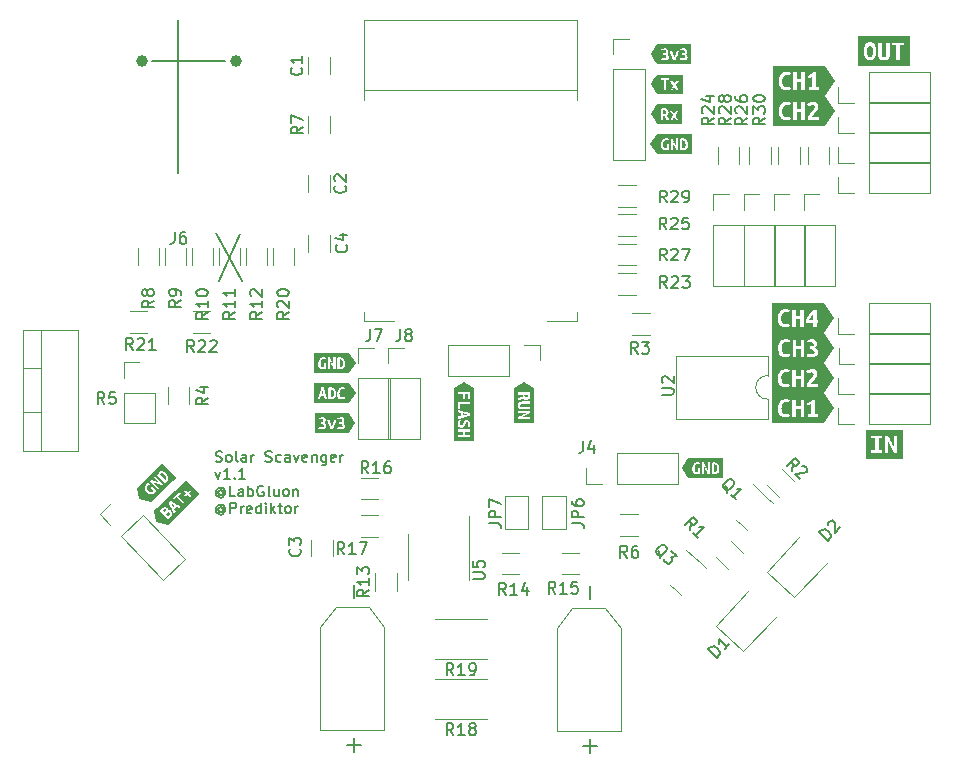
<source format=gto>
G04 #@! TF.GenerationSoftware,KiCad,Pcbnew,7.0.1*
G04 #@! TF.CreationDate,2023-03-23T23:12:12+01:00*
G04 #@! TF.ProjectId,solarScavenger,736f6c61-7253-4636-9176-656e6765722e,rev?*
G04 #@! TF.SameCoordinates,Original*
G04 #@! TF.FileFunction,Legend,Top*
G04 #@! TF.FilePolarity,Positive*
%FSLAX46Y46*%
G04 Gerber Fmt 4.6, Leading zero omitted, Abs format (unit mm)*
G04 Created by KiCad (PCBNEW 7.0.1) date 2023-03-23 23:12:12*
%MOMM*%
%LPD*%
G01*
G04 APERTURE LIST*
%ADD10C,0.150000*%
%ADD11C,0.120000*%
%ADD12C,1.000000*%
G04 APERTURE END LIST*
D10*
X-53771800Y10744200D02*
X-51993800Y14732000D01*
X-54000400Y14808200D02*
X-51841400Y10744200D01*
X-54032172Y-4490000D02*
X-53903600Y-4532857D01*
X-53903600Y-4532857D02*
X-53689315Y-4532857D01*
X-53689315Y-4532857D02*
X-53603600Y-4490000D01*
X-53603600Y-4490000D02*
X-53560743Y-4447142D01*
X-53560743Y-4447142D02*
X-53517886Y-4361428D01*
X-53517886Y-4361428D02*
X-53517886Y-4275714D01*
X-53517886Y-4275714D02*
X-53560743Y-4190000D01*
X-53560743Y-4190000D02*
X-53603600Y-4147142D01*
X-53603600Y-4147142D02*
X-53689315Y-4104285D01*
X-53689315Y-4104285D02*
X-53860743Y-4061428D01*
X-53860743Y-4061428D02*
X-53946458Y-4018571D01*
X-53946458Y-4018571D02*
X-53989315Y-3975714D01*
X-53989315Y-3975714D02*
X-54032172Y-3890000D01*
X-54032172Y-3890000D02*
X-54032172Y-3804285D01*
X-54032172Y-3804285D02*
X-53989315Y-3718571D01*
X-53989315Y-3718571D02*
X-53946458Y-3675714D01*
X-53946458Y-3675714D02*
X-53860743Y-3632857D01*
X-53860743Y-3632857D02*
X-53646458Y-3632857D01*
X-53646458Y-3632857D02*
X-53517886Y-3675714D01*
X-53003600Y-4532857D02*
X-53089315Y-4490000D01*
X-53089315Y-4490000D02*
X-53132172Y-4447142D01*
X-53132172Y-4447142D02*
X-53175029Y-4361428D01*
X-53175029Y-4361428D02*
X-53175029Y-4104285D01*
X-53175029Y-4104285D02*
X-53132172Y-4018571D01*
X-53132172Y-4018571D02*
X-53089315Y-3975714D01*
X-53089315Y-3975714D02*
X-53003600Y-3932857D01*
X-53003600Y-3932857D02*
X-52875029Y-3932857D01*
X-52875029Y-3932857D02*
X-52789315Y-3975714D01*
X-52789315Y-3975714D02*
X-52746457Y-4018571D01*
X-52746457Y-4018571D02*
X-52703600Y-4104285D01*
X-52703600Y-4104285D02*
X-52703600Y-4361428D01*
X-52703600Y-4361428D02*
X-52746457Y-4447142D01*
X-52746457Y-4447142D02*
X-52789315Y-4490000D01*
X-52789315Y-4490000D02*
X-52875029Y-4532857D01*
X-52875029Y-4532857D02*
X-53003600Y-4532857D01*
X-52189314Y-4532857D02*
X-52275029Y-4490000D01*
X-52275029Y-4490000D02*
X-52317886Y-4404285D01*
X-52317886Y-4404285D02*
X-52317886Y-3632857D01*
X-51460742Y-4532857D02*
X-51460742Y-4061428D01*
X-51460742Y-4061428D02*
X-51503600Y-3975714D01*
X-51503600Y-3975714D02*
X-51589314Y-3932857D01*
X-51589314Y-3932857D02*
X-51760742Y-3932857D01*
X-51760742Y-3932857D02*
X-51846457Y-3975714D01*
X-51460742Y-4490000D02*
X-51546457Y-4532857D01*
X-51546457Y-4532857D02*
X-51760742Y-4532857D01*
X-51760742Y-4532857D02*
X-51846457Y-4490000D01*
X-51846457Y-4490000D02*
X-51889314Y-4404285D01*
X-51889314Y-4404285D02*
X-51889314Y-4318571D01*
X-51889314Y-4318571D02*
X-51846457Y-4232857D01*
X-51846457Y-4232857D02*
X-51760742Y-4190000D01*
X-51760742Y-4190000D02*
X-51546457Y-4190000D01*
X-51546457Y-4190000D02*
X-51460742Y-4147142D01*
X-51032171Y-4532857D02*
X-51032171Y-3932857D01*
X-51032171Y-4104285D02*
X-50989314Y-4018571D01*
X-50989314Y-4018571D02*
X-50946456Y-3975714D01*
X-50946456Y-3975714D02*
X-50860742Y-3932857D01*
X-50860742Y-3932857D02*
X-50775028Y-3932857D01*
X-49832171Y-4490000D02*
X-49703599Y-4532857D01*
X-49703599Y-4532857D02*
X-49489314Y-4532857D01*
X-49489314Y-4532857D02*
X-49403599Y-4490000D01*
X-49403599Y-4490000D02*
X-49360742Y-4447142D01*
X-49360742Y-4447142D02*
X-49317885Y-4361428D01*
X-49317885Y-4361428D02*
X-49317885Y-4275714D01*
X-49317885Y-4275714D02*
X-49360742Y-4190000D01*
X-49360742Y-4190000D02*
X-49403599Y-4147142D01*
X-49403599Y-4147142D02*
X-49489314Y-4104285D01*
X-49489314Y-4104285D02*
X-49660742Y-4061428D01*
X-49660742Y-4061428D02*
X-49746457Y-4018571D01*
X-49746457Y-4018571D02*
X-49789314Y-3975714D01*
X-49789314Y-3975714D02*
X-49832171Y-3890000D01*
X-49832171Y-3890000D02*
X-49832171Y-3804285D01*
X-49832171Y-3804285D02*
X-49789314Y-3718571D01*
X-49789314Y-3718571D02*
X-49746457Y-3675714D01*
X-49746457Y-3675714D02*
X-49660742Y-3632857D01*
X-49660742Y-3632857D02*
X-49446457Y-3632857D01*
X-49446457Y-3632857D02*
X-49317885Y-3675714D01*
X-48546456Y-4490000D02*
X-48632171Y-4532857D01*
X-48632171Y-4532857D02*
X-48803599Y-4532857D01*
X-48803599Y-4532857D02*
X-48889314Y-4490000D01*
X-48889314Y-4490000D02*
X-48932171Y-4447142D01*
X-48932171Y-4447142D02*
X-48975028Y-4361428D01*
X-48975028Y-4361428D02*
X-48975028Y-4104285D01*
X-48975028Y-4104285D02*
X-48932171Y-4018571D01*
X-48932171Y-4018571D02*
X-48889314Y-3975714D01*
X-48889314Y-3975714D02*
X-48803599Y-3932857D01*
X-48803599Y-3932857D02*
X-48632171Y-3932857D01*
X-48632171Y-3932857D02*
X-48546456Y-3975714D01*
X-47775027Y-4532857D02*
X-47775027Y-4061428D01*
X-47775027Y-4061428D02*
X-47817885Y-3975714D01*
X-47817885Y-3975714D02*
X-47903599Y-3932857D01*
X-47903599Y-3932857D02*
X-48075027Y-3932857D01*
X-48075027Y-3932857D02*
X-48160742Y-3975714D01*
X-47775027Y-4490000D02*
X-47860742Y-4532857D01*
X-47860742Y-4532857D02*
X-48075027Y-4532857D01*
X-48075027Y-4532857D02*
X-48160742Y-4490000D01*
X-48160742Y-4490000D02*
X-48203599Y-4404285D01*
X-48203599Y-4404285D02*
X-48203599Y-4318571D01*
X-48203599Y-4318571D02*
X-48160742Y-4232857D01*
X-48160742Y-4232857D02*
X-48075027Y-4190000D01*
X-48075027Y-4190000D02*
X-47860742Y-4190000D01*
X-47860742Y-4190000D02*
X-47775027Y-4147142D01*
X-47432170Y-3932857D02*
X-47217884Y-4532857D01*
X-47217884Y-4532857D02*
X-47003599Y-3932857D01*
X-46317885Y-4490000D02*
X-46403599Y-4532857D01*
X-46403599Y-4532857D02*
X-46575027Y-4532857D01*
X-46575027Y-4532857D02*
X-46660742Y-4490000D01*
X-46660742Y-4490000D02*
X-46703599Y-4404285D01*
X-46703599Y-4404285D02*
X-46703599Y-4061428D01*
X-46703599Y-4061428D02*
X-46660742Y-3975714D01*
X-46660742Y-3975714D02*
X-46575027Y-3932857D01*
X-46575027Y-3932857D02*
X-46403599Y-3932857D01*
X-46403599Y-3932857D02*
X-46317885Y-3975714D01*
X-46317885Y-3975714D02*
X-46275027Y-4061428D01*
X-46275027Y-4061428D02*
X-46275027Y-4147142D01*
X-46275027Y-4147142D02*
X-46703599Y-4232857D01*
X-45889313Y-3932857D02*
X-45889313Y-4532857D01*
X-45889313Y-4018571D02*
X-45846456Y-3975714D01*
X-45846456Y-3975714D02*
X-45760741Y-3932857D01*
X-45760741Y-3932857D02*
X-45632170Y-3932857D01*
X-45632170Y-3932857D02*
X-45546456Y-3975714D01*
X-45546456Y-3975714D02*
X-45503598Y-4061428D01*
X-45503598Y-4061428D02*
X-45503598Y-4532857D01*
X-44689312Y-3932857D02*
X-44689312Y-4661428D01*
X-44689312Y-4661428D02*
X-44732170Y-4747142D01*
X-44732170Y-4747142D02*
X-44775027Y-4790000D01*
X-44775027Y-4790000D02*
X-44860741Y-4832857D01*
X-44860741Y-4832857D02*
X-44989312Y-4832857D01*
X-44989312Y-4832857D02*
X-45075027Y-4790000D01*
X-44689312Y-4490000D02*
X-44775027Y-4532857D01*
X-44775027Y-4532857D02*
X-44946455Y-4532857D01*
X-44946455Y-4532857D02*
X-45032170Y-4490000D01*
X-45032170Y-4490000D02*
X-45075027Y-4447142D01*
X-45075027Y-4447142D02*
X-45117884Y-4361428D01*
X-45117884Y-4361428D02*
X-45117884Y-4104285D01*
X-45117884Y-4104285D02*
X-45075027Y-4018571D01*
X-45075027Y-4018571D02*
X-45032170Y-3975714D01*
X-45032170Y-3975714D02*
X-44946455Y-3932857D01*
X-44946455Y-3932857D02*
X-44775027Y-3932857D01*
X-44775027Y-3932857D02*
X-44689312Y-3975714D01*
X-43917884Y-4490000D02*
X-44003598Y-4532857D01*
X-44003598Y-4532857D02*
X-44175026Y-4532857D01*
X-44175026Y-4532857D02*
X-44260741Y-4490000D01*
X-44260741Y-4490000D02*
X-44303598Y-4404285D01*
X-44303598Y-4404285D02*
X-44303598Y-4061428D01*
X-44303598Y-4061428D02*
X-44260741Y-3975714D01*
X-44260741Y-3975714D02*
X-44175026Y-3932857D01*
X-44175026Y-3932857D02*
X-44003598Y-3932857D01*
X-44003598Y-3932857D02*
X-43917884Y-3975714D01*
X-43917884Y-3975714D02*
X-43875026Y-4061428D01*
X-43875026Y-4061428D02*
X-43875026Y-4147142D01*
X-43875026Y-4147142D02*
X-44303598Y-4232857D01*
X-43489312Y-4532857D02*
X-43489312Y-3932857D01*
X-43489312Y-4104285D02*
X-43446455Y-4018571D01*
X-43446455Y-4018571D02*
X-43403597Y-3975714D01*
X-43403597Y-3975714D02*
X-43317883Y-3932857D01*
X-43317883Y-3932857D02*
X-43232169Y-3932857D01*
X-54075029Y-5390857D02*
X-53860743Y-5990857D01*
X-53860743Y-5990857D02*
X-53646458Y-5390857D01*
X-52832172Y-5990857D02*
X-53346458Y-5990857D01*
X-53089315Y-5990857D02*
X-53089315Y-5090857D01*
X-53089315Y-5090857D02*
X-53175029Y-5219428D01*
X-53175029Y-5219428D02*
X-53260744Y-5305142D01*
X-53260744Y-5305142D02*
X-53346458Y-5348000D01*
X-52446458Y-5905142D02*
X-52403601Y-5948000D01*
X-52403601Y-5948000D02*
X-52446458Y-5990857D01*
X-52446458Y-5990857D02*
X-52489315Y-5948000D01*
X-52489315Y-5948000D02*
X-52446458Y-5905142D01*
X-52446458Y-5905142D02*
X-52446458Y-5990857D01*
X-51546458Y-5990857D02*
X-52060744Y-5990857D01*
X-51803601Y-5990857D02*
X-51803601Y-5090857D01*
X-51803601Y-5090857D02*
X-51889315Y-5219428D01*
X-51889315Y-5219428D02*
X-51975030Y-5305142D01*
X-51975030Y-5305142D02*
X-52060744Y-5348000D01*
X-53432172Y-7020285D02*
X-53475029Y-6977428D01*
X-53475029Y-6977428D02*
X-53560743Y-6934571D01*
X-53560743Y-6934571D02*
X-53646458Y-6934571D01*
X-53646458Y-6934571D02*
X-53732172Y-6977428D01*
X-53732172Y-6977428D02*
X-53775029Y-7020285D01*
X-53775029Y-7020285D02*
X-53817886Y-7106000D01*
X-53817886Y-7106000D02*
X-53817886Y-7191714D01*
X-53817886Y-7191714D02*
X-53775029Y-7277428D01*
X-53775029Y-7277428D02*
X-53732172Y-7320285D01*
X-53732172Y-7320285D02*
X-53646458Y-7363142D01*
X-53646458Y-7363142D02*
X-53560743Y-7363142D01*
X-53560743Y-7363142D02*
X-53475029Y-7320285D01*
X-53475029Y-7320285D02*
X-53432172Y-7277428D01*
X-53432172Y-6934571D02*
X-53432172Y-7277428D01*
X-53432172Y-7277428D02*
X-53389315Y-7320285D01*
X-53389315Y-7320285D02*
X-53346458Y-7320285D01*
X-53346458Y-7320285D02*
X-53260743Y-7277428D01*
X-53260743Y-7277428D02*
X-53217886Y-7191714D01*
X-53217886Y-7191714D02*
X-53217886Y-6977428D01*
X-53217886Y-6977428D02*
X-53303600Y-6848857D01*
X-53303600Y-6848857D02*
X-53432172Y-6763142D01*
X-53432172Y-6763142D02*
X-53603600Y-6720285D01*
X-53603600Y-6720285D02*
X-53775029Y-6763142D01*
X-53775029Y-6763142D02*
X-53903600Y-6848857D01*
X-53903600Y-6848857D02*
X-53989315Y-6977428D01*
X-53989315Y-6977428D02*
X-54032172Y-7148857D01*
X-54032172Y-7148857D02*
X-53989315Y-7320285D01*
X-53989315Y-7320285D02*
X-53903600Y-7448857D01*
X-53903600Y-7448857D02*
X-53775029Y-7534571D01*
X-53775029Y-7534571D02*
X-53603600Y-7577428D01*
X-53603600Y-7577428D02*
X-53432172Y-7534571D01*
X-53432172Y-7534571D02*
X-53303600Y-7448857D01*
X-52403600Y-7448857D02*
X-52832172Y-7448857D01*
X-52832172Y-7448857D02*
X-52832172Y-6548857D01*
X-51717886Y-7448857D02*
X-51717886Y-6977428D01*
X-51717886Y-6977428D02*
X-51760744Y-6891714D01*
X-51760744Y-6891714D02*
X-51846458Y-6848857D01*
X-51846458Y-6848857D02*
X-52017886Y-6848857D01*
X-52017886Y-6848857D02*
X-52103601Y-6891714D01*
X-51717886Y-7406000D02*
X-51803601Y-7448857D01*
X-51803601Y-7448857D02*
X-52017886Y-7448857D01*
X-52017886Y-7448857D02*
X-52103601Y-7406000D01*
X-52103601Y-7406000D02*
X-52146458Y-7320285D01*
X-52146458Y-7320285D02*
X-52146458Y-7234571D01*
X-52146458Y-7234571D02*
X-52103601Y-7148857D01*
X-52103601Y-7148857D02*
X-52017886Y-7106000D01*
X-52017886Y-7106000D02*
X-51803601Y-7106000D01*
X-51803601Y-7106000D02*
X-51717886Y-7063142D01*
X-51289315Y-7448857D02*
X-51289315Y-6548857D01*
X-51289315Y-6891714D02*
X-51203600Y-6848857D01*
X-51203600Y-6848857D02*
X-51032172Y-6848857D01*
X-51032172Y-6848857D02*
X-50946458Y-6891714D01*
X-50946458Y-6891714D02*
X-50903600Y-6934571D01*
X-50903600Y-6934571D02*
X-50860743Y-7020285D01*
X-50860743Y-7020285D02*
X-50860743Y-7277428D01*
X-50860743Y-7277428D02*
X-50903600Y-7363142D01*
X-50903600Y-7363142D02*
X-50946458Y-7406000D01*
X-50946458Y-7406000D02*
X-51032172Y-7448857D01*
X-51032172Y-7448857D02*
X-51203600Y-7448857D01*
X-51203600Y-7448857D02*
X-51289315Y-7406000D01*
X-50003600Y-6591714D02*
X-50089314Y-6548857D01*
X-50089314Y-6548857D02*
X-50217886Y-6548857D01*
X-50217886Y-6548857D02*
X-50346457Y-6591714D01*
X-50346457Y-6591714D02*
X-50432172Y-6677428D01*
X-50432172Y-6677428D02*
X-50475029Y-6763142D01*
X-50475029Y-6763142D02*
X-50517886Y-6934571D01*
X-50517886Y-6934571D02*
X-50517886Y-7063142D01*
X-50517886Y-7063142D02*
X-50475029Y-7234571D01*
X-50475029Y-7234571D02*
X-50432172Y-7320285D01*
X-50432172Y-7320285D02*
X-50346457Y-7406000D01*
X-50346457Y-7406000D02*
X-50217886Y-7448857D01*
X-50217886Y-7448857D02*
X-50132172Y-7448857D01*
X-50132172Y-7448857D02*
X-50003600Y-7406000D01*
X-50003600Y-7406000D02*
X-49960743Y-7363142D01*
X-49960743Y-7363142D02*
X-49960743Y-7063142D01*
X-49960743Y-7063142D02*
X-50132172Y-7063142D01*
X-49446457Y-7448857D02*
X-49532172Y-7406000D01*
X-49532172Y-7406000D02*
X-49575029Y-7320285D01*
X-49575029Y-7320285D02*
X-49575029Y-6548857D01*
X-48717885Y-6848857D02*
X-48717885Y-7448857D01*
X-49103600Y-6848857D02*
X-49103600Y-7320285D01*
X-49103600Y-7320285D02*
X-49060743Y-7406000D01*
X-49060743Y-7406000D02*
X-48975028Y-7448857D01*
X-48975028Y-7448857D02*
X-48846457Y-7448857D01*
X-48846457Y-7448857D02*
X-48760743Y-7406000D01*
X-48760743Y-7406000D02*
X-48717885Y-7363142D01*
X-48160742Y-7448857D02*
X-48246457Y-7406000D01*
X-48246457Y-7406000D02*
X-48289314Y-7363142D01*
X-48289314Y-7363142D02*
X-48332171Y-7277428D01*
X-48332171Y-7277428D02*
X-48332171Y-7020285D01*
X-48332171Y-7020285D02*
X-48289314Y-6934571D01*
X-48289314Y-6934571D02*
X-48246457Y-6891714D01*
X-48246457Y-6891714D02*
X-48160742Y-6848857D01*
X-48160742Y-6848857D02*
X-48032171Y-6848857D01*
X-48032171Y-6848857D02*
X-47946457Y-6891714D01*
X-47946457Y-6891714D02*
X-47903599Y-6934571D01*
X-47903599Y-6934571D02*
X-47860742Y-7020285D01*
X-47860742Y-7020285D02*
X-47860742Y-7277428D01*
X-47860742Y-7277428D02*
X-47903599Y-7363142D01*
X-47903599Y-7363142D02*
X-47946457Y-7406000D01*
X-47946457Y-7406000D02*
X-48032171Y-7448857D01*
X-48032171Y-7448857D02*
X-48160742Y-7448857D01*
X-47475028Y-6848857D02*
X-47475028Y-7448857D01*
X-47475028Y-6934571D02*
X-47432171Y-6891714D01*
X-47432171Y-6891714D02*
X-47346456Y-6848857D01*
X-47346456Y-6848857D02*
X-47217885Y-6848857D01*
X-47217885Y-6848857D02*
X-47132171Y-6891714D01*
X-47132171Y-6891714D02*
X-47089313Y-6977428D01*
X-47089313Y-6977428D02*
X-47089313Y-7448857D01*
X-53432172Y-8478285D02*
X-53475029Y-8435428D01*
X-53475029Y-8435428D02*
X-53560743Y-8392571D01*
X-53560743Y-8392571D02*
X-53646458Y-8392571D01*
X-53646458Y-8392571D02*
X-53732172Y-8435428D01*
X-53732172Y-8435428D02*
X-53775029Y-8478285D01*
X-53775029Y-8478285D02*
X-53817886Y-8564000D01*
X-53817886Y-8564000D02*
X-53817886Y-8649714D01*
X-53817886Y-8649714D02*
X-53775029Y-8735428D01*
X-53775029Y-8735428D02*
X-53732172Y-8778285D01*
X-53732172Y-8778285D02*
X-53646458Y-8821142D01*
X-53646458Y-8821142D02*
X-53560743Y-8821142D01*
X-53560743Y-8821142D02*
X-53475029Y-8778285D01*
X-53475029Y-8778285D02*
X-53432172Y-8735428D01*
X-53432172Y-8392571D02*
X-53432172Y-8735428D01*
X-53432172Y-8735428D02*
X-53389315Y-8778285D01*
X-53389315Y-8778285D02*
X-53346458Y-8778285D01*
X-53346458Y-8778285D02*
X-53260743Y-8735428D01*
X-53260743Y-8735428D02*
X-53217886Y-8649714D01*
X-53217886Y-8649714D02*
X-53217886Y-8435428D01*
X-53217886Y-8435428D02*
X-53303600Y-8306857D01*
X-53303600Y-8306857D02*
X-53432172Y-8221142D01*
X-53432172Y-8221142D02*
X-53603600Y-8178285D01*
X-53603600Y-8178285D02*
X-53775029Y-8221142D01*
X-53775029Y-8221142D02*
X-53903600Y-8306857D01*
X-53903600Y-8306857D02*
X-53989315Y-8435428D01*
X-53989315Y-8435428D02*
X-54032172Y-8606857D01*
X-54032172Y-8606857D02*
X-53989315Y-8778285D01*
X-53989315Y-8778285D02*
X-53903600Y-8906857D01*
X-53903600Y-8906857D02*
X-53775029Y-8992571D01*
X-53775029Y-8992571D02*
X-53603600Y-9035428D01*
X-53603600Y-9035428D02*
X-53432172Y-8992571D01*
X-53432172Y-8992571D02*
X-53303600Y-8906857D01*
X-52832172Y-8906857D02*
X-52832172Y-8006857D01*
X-52832172Y-8006857D02*
X-52489315Y-8006857D01*
X-52489315Y-8006857D02*
X-52403600Y-8049714D01*
X-52403600Y-8049714D02*
X-52360743Y-8092571D01*
X-52360743Y-8092571D02*
X-52317886Y-8178285D01*
X-52317886Y-8178285D02*
X-52317886Y-8306857D01*
X-52317886Y-8306857D02*
X-52360743Y-8392571D01*
X-52360743Y-8392571D02*
X-52403600Y-8435428D01*
X-52403600Y-8435428D02*
X-52489315Y-8478285D01*
X-52489315Y-8478285D02*
X-52832172Y-8478285D01*
X-51932172Y-8906857D02*
X-51932172Y-8306857D01*
X-51932172Y-8478285D02*
X-51889315Y-8392571D01*
X-51889315Y-8392571D02*
X-51846457Y-8349714D01*
X-51846457Y-8349714D02*
X-51760743Y-8306857D01*
X-51760743Y-8306857D02*
X-51675029Y-8306857D01*
X-51032172Y-8864000D02*
X-51117886Y-8906857D01*
X-51117886Y-8906857D02*
X-51289314Y-8906857D01*
X-51289314Y-8906857D02*
X-51375029Y-8864000D01*
X-51375029Y-8864000D02*
X-51417886Y-8778285D01*
X-51417886Y-8778285D02*
X-51417886Y-8435428D01*
X-51417886Y-8435428D02*
X-51375029Y-8349714D01*
X-51375029Y-8349714D02*
X-51289314Y-8306857D01*
X-51289314Y-8306857D02*
X-51117886Y-8306857D01*
X-51117886Y-8306857D02*
X-51032172Y-8349714D01*
X-51032172Y-8349714D02*
X-50989314Y-8435428D01*
X-50989314Y-8435428D02*
X-50989314Y-8521142D01*
X-50989314Y-8521142D02*
X-51417886Y-8606857D01*
X-50217885Y-8906857D02*
X-50217885Y-8006857D01*
X-50217885Y-8864000D02*
X-50303600Y-8906857D01*
X-50303600Y-8906857D02*
X-50475028Y-8906857D01*
X-50475028Y-8906857D02*
X-50560743Y-8864000D01*
X-50560743Y-8864000D02*
X-50603600Y-8821142D01*
X-50603600Y-8821142D02*
X-50646457Y-8735428D01*
X-50646457Y-8735428D02*
X-50646457Y-8478285D01*
X-50646457Y-8478285D02*
X-50603600Y-8392571D01*
X-50603600Y-8392571D02*
X-50560743Y-8349714D01*
X-50560743Y-8349714D02*
X-50475028Y-8306857D01*
X-50475028Y-8306857D02*
X-50303600Y-8306857D01*
X-50303600Y-8306857D02*
X-50217885Y-8349714D01*
X-49789314Y-8906857D02*
X-49789314Y-8306857D01*
X-49789314Y-8006857D02*
X-49832171Y-8049714D01*
X-49832171Y-8049714D02*
X-49789314Y-8092571D01*
X-49789314Y-8092571D02*
X-49746457Y-8049714D01*
X-49746457Y-8049714D02*
X-49789314Y-8006857D01*
X-49789314Y-8006857D02*
X-49789314Y-8092571D01*
X-49360743Y-8906857D02*
X-49360743Y-8006857D01*
X-49275028Y-8564000D02*
X-49017886Y-8906857D01*
X-49017886Y-8306857D02*
X-49360743Y-8649714D01*
X-48760743Y-8306857D02*
X-48417886Y-8306857D01*
X-48632172Y-8006857D02*
X-48632172Y-8778285D01*
X-48632172Y-8778285D02*
X-48589315Y-8864000D01*
X-48589315Y-8864000D02*
X-48503600Y-8906857D01*
X-48503600Y-8906857D02*
X-48417886Y-8906857D01*
X-47989314Y-8906857D02*
X-48075029Y-8864000D01*
X-48075029Y-8864000D02*
X-48117886Y-8821142D01*
X-48117886Y-8821142D02*
X-48160743Y-8735428D01*
X-48160743Y-8735428D02*
X-48160743Y-8478285D01*
X-48160743Y-8478285D02*
X-48117886Y-8392571D01*
X-48117886Y-8392571D02*
X-48075029Y-8349714D01*
X-48075029Y-8349714D02*
X-47989314Y-8306857D01*
X-47989314Y-8306857D02*
X-47860743Y-8306857D01*
X-47860743Y-8306857D02*
X-47775029Y-8349714D01*
X-47775029Y-8349714D02*
X-47732171Y-8392571D01*
X-47732171Y-8392571D02*
X-47689314Y-8478285D01*
X-47689314Y-8478285D02*
X-47689314Y-8735428D01*
X-47689314Y-8735428D02*
X-47732171Y-8821142D01*
X-47732171Y-8821142D02*
X-47775029Y-8864000D01*
X-47775029Y-8864000D02*
X-47860743Y-8906857D01*
X-47860743Y-8906857D02*
X-47989314Y-8906857D01*
X-47303600Y-8906857D02*
X-47303600Y-8306857D01*
X-47303600Y-8478285D02*
X-47260743Y-8392571D01*
X-47260743Y-8392571D02*
X-47217885Y-8349714D01*
X-47217885Y-8349714D02*
X-47132171Y-8306857D01*
X-47132171Y-8306857D02*
X-47046457Y-8306857D01*
G04 #@! TO.C,R11*
X-52416381Y8159143D02*
X-52892572Y7825810D01*
X-52416381Y7587715D02*
X-53416381Y7587715D01*
X-53416381Y7587715D02*
X-53416381Y7968667D01*
X-53416381Y7968667D02*
X-53368762Y8063905D01*
X-53368762Y8063905D02*
X-53321143Y8111524D01*
X-53321143Y8111524D02*
X-53225905Y8159143D01*
X-53225905Y8159143D02*
X-53083048Y8159143D01*
X-53083048Y8159143D02*
X-52987810Y8111524D01*
X-52987810Y8111524D02*
X-52940191Y8063905D01*
X-52940191Y8063905D02*
X-52892572Y7968667D01*
X-52892572Y7968667D02*
X-52892572Y7587715D01*
X-52416381Y9111524D02*
X-52416381Y8540096D01*
X-52416381Y8825810D02*
X-53416381Y8825810D01*
X-53416381Y8825810D02*
X-53273524Y8730572D01*
X-53273524Y8730572D02*
X-53178286Y8635334D01*
X-53178286Y8635334D02*
X-53130667Y8540096D01*
X-52416381Y10063905D02*
X-52416381Y9492477D01*
X-52416381Y9778191D02*
X-53416381Y9778191D01*
X-53416381Y9778191D02*
X-53273524Y9682953D01*
X-53273524Y9682953D02*
X-53178286Y9587715D01*
X-53178286Y9587715D02*
X-53130667Y9492477D01*
G04 #@! TO.C,R7*
X-46670981Y23835734D02*
X-47147172Y23502401D01*
X-46670981Y23264306D02*
X-47670981Y23264306D01*
X-47670981Y23264306D02*
X-47670981Y23645258D01*
X-47670981Y23645258D02*
X-47623362Y23740496D01*
X-47623362Y23740496D02*
X-47575743Y23788115D01*
X-47575743Y23788115D02*
X-47480505Y23835734D01*
X-47480505Y23835734D02*
X-47337648Y23835734D01*
X-47337648Y23835734D02*
X-47242410Y23788115D01*
X-47242410Y23788115D02*
X-47194791Y23740496D01*
X-47194791Y23740496D02*
X-47147172Y23645258D01*
X-47147172Y23645258D02*
X-47147172Y23264306D01*
X-47670981Y24169068D02*
X-47670981Y24835734D01*
X-47670981Y24835734D02*
X-46670981Y24407163D01*
G04 #@! TO.C,J7*
X-40973334Y6677381D02*
X-40973334Y5963096D01*
X-40973334Y5963096D02*
X-41020953Y5820239D01*
X-41020953Y5820239D02*
X-41116191Y5725000D01*
X-41116191Y5725000D02*
X-41259048Y5677381D01*
X-41259048Y5677381D02*
X-41354286Y5677381D01*
X-40592381Y6677381D02*
X-39925715Y6677381D01*
X-39925715Y6677381D02*
X-40354286Y5677381D01*
G04 #@! TO.C,U5*
X-32287381Y-14477904D02*
X-31477858Y-14477904D01*
X-31477858Y-14477904D02*
X-31382620Y-14430285D01*
X-31382620Y-14430285D02*
X-31335000Y-14382666D01*
X-31335000Y-14382666D02*
X-31287381Y-14287428D01*
X-31287381Y-14287428D02*
X-31287381Y-14096952D01*
X-31287381Y-14096952D02*
X-31335000Y-14001714D01*
X-31335000Y-14001714D02*
X-31382620Y-13954095D01*
X-31382620Y-13954095D02*
X-31477858Y-13906476D01*
X-31477858Y-13906476D02*
X-32287381Y-13906476D01*
X-32287381Y-12954095D02*
X-32287381Y-13430285D01*
X-32287381Y-13430285D02*
X-31811191Y-13477904D01*
X-31811191Y-13477904D02*
X-31858810Y-13430285D01*
X-31858810Y-13430285D02*
X-31906429Y-13335047D01*
X-31906429Y-13335047D02*
X-31906429Y-13096952D01*
X-31906429Y-13096952D02*
X-31858810Y-13001714D01*
X-31858810Y-13001714D02*
X-31811191Y-12954095D01*
X-31811191Y-12954095D02*
X-31715953Y-12906476D01*
X-31715953Y-12906476D02*
X-31477858Y-12906476D01*
X-31477858Y-12906476D02*
X-31382620Y-12954095D01*
X-31382620Y-12954095D02*
X-31335000Y-13001714D01*
X-31335000Y-13001714D02*
X-31287381Y-13096952D01*
X-31287381Y-13096952D02*
X-31287381Y-13335047D01*
X-31287381Y-13335047D02*
X-31335000Y-13430285D01*
X-31335000Y-13430285D02*
X-31382620Y-13477904D01*
G04 #@! TO.C,C4*
X-42990420Y13828734D02*
X-42942800Y13781115D01*
X-42942800Y13781115D02*
X-42895181Y13638258D01*
X-42895181Y13638258D02*
X-42895181Y13543020D01*
X-42895181Y13543020D02*
X-42942800Y13400163D01*
X-42942800Y13400163D02*
X-43038039Y13304925D01*
X-43038039Y13304925D02*
X-43133277Y13257306D01*
X-43133277Y13257306D02*
X-43323753Y13209687D01*
X-43323753Y13209687D02*
X-43466610Y13209687D01*
X-43466610Y13209687D02*
X-43657086Y13257306D01*
X-43657086Y13257306D02*
X-43752324Y13304925D01*
X-43752324Y13304925D02*
X-43847562Y13400163D01*
X-43847562Y13400163D02*
X-43895181Y13543020D01*
X-43895181Y13543020D02*
X-43895181Y13638258D01*
X-43895181Y13638258D02*
X-43847562Y13781115D01*
X-43847562Y13781115D02*
X-43799943Y13828734D01*
X-43561848Y14685877D02*
X-42895181Y14685877D01*
X-43942800Y14447782D02*
X-43228515Y14209687D01*
X-43228515Y14209687D02*
X-43228515Y14828734D01*
G04 #@! TO.C,J1*
X-22343500Y-16169428D02*
X-22343500Y-15026571D01*
X-22343500Y-29169428D02*
X-22343500Y-28026571D01*
X-21772072Y-28597999D02*
X-22914929Y-28597999D01*
G04 #@! TO.C,D2*
X-2197363Y-11201875D02*
X-2925136Y-10516057D01*
X-2925136Y-10516057D02*
X-2761846Y-10342778D01*
X-2761846Y-10342778D02*
X-2629216Y-10271468D01*
X-2629216Y-10271468D02*
X-2494588Y-10267473D01*
X-2494588Y-10267473D02*
X-2392618Y-10298133D01*
X-2392618Y-10298133D02*
X-2221337Y-10394109D01*
X-2221337Y-10394109D02*
X-2117369Y-10492083D01*
X-2117369Y-10492083D02*
X-2011404Y-10657371D01*
X-2011404Y-10657371D02*
X-1974750Y-10757343D01*
X-1974750Y-10757343D02*
X-1970755Y-10891971D01*
X-1970755Y-10891971D02*
X-2034073Y-11028596D01*
X-2034073Y-11028596D02*
X-2197363Y-11201875D01*
X-2202664Y-9888256D02*
X-2204661Y-9820942D01*
X-2204661Y-9820942D02*
X-2174001Y-9718973D01*
X-2174001Y-9718973D02*
X-2010711Y-9545693D01*
X-2010711Y-9545693D02*
X-1910739Y-9509040D01*
X-1910739Y-9509040D02*
X-1843425Y-9507042D01*
X-1843425Y-9507042D02*
X-1741456Y-9537702D01*
X-1741456Y-9537702D02*
X-1672144Y-9603018D01*
X-1672144Y-9603018D02*
X-1600835Y-9735648D01*
X-1600835Y-9735648D02*
X-1576861Y-10543414D01*
X-1576861Y-10543414D02*
X-1152306Y-10092888D01*
G04 #@! TO.C,R10*
X-54702381Y8159143D02*
X-55178572Y7825810D01*
X-54702381Y7587715D02*
X-55702381Y7587715D01*
X-55702381Y7587715D02*
X-55702381Y7968667D01*
X-55702381Y7968667D02*
X-55654762Y8063905D01*
X-55654762Y8063905D02*
X-55607143Y8111524D01*
X-55607143Y8111524D02*
X-55511905Y8159143D01*
X-55511905Y8159143D02*
X-55369048Y8159143D01*
X-55369048Y8159143D02*
X-55273810Y8111524D01*
X-55273810Y8111524D02*
X-55226191Y8063905D01*
X-55226191Y8063905D02*
X-55178572Y7968667D01*
X-55178572Y7968667D02*
X-55178572Y7587715D01*
X-54702381Y9111524D02*
X-54702381Y8540096D01*
X-54702381Y8825810D02*
X-55702381Y8825810D01*
X-55702381Y8825810D02*
X-55559524Y8730572D01*
X-55559524Y8730572D02*
X-55464286Y8635334D01*
X-55464286Y8635334D02*
X-55416667Y8540096D01*
X-55702381Y9730572D02*
X-55702381Y9825810D01*
X-55702381Y9825810D02*
X-55654762Y9921048D01*
X-55654762Y9921048D02*
X-55607143Y9968667D01*
X-55607143Y9968667D02*
X-55511905Y10016286D01*
X-55511905Y10016286D02*
X-55321429Y10063905D01*
X-55321429Y10063905D02*
X-55083334Y10063905D01*
X-55083334Y10063905D02*
X-54892858Y10016286D01*
X-54892858Y10016286D02*
X-54797620Y9968667D01*
X-54797620Y9968667D02*
X-54750000Y9921048D01*
X-54750000Y9921048D02*
X-54702381Y9825810D01*
X-54702381Y9825810D02*
X-54702381Y9730572D01*
X-54702381Y9730572D02*
X-54750000Y9635334D01*
X-54750000Y9635334D02*
X-54797620Y9587715D01*
X-54797620Y9587715D02*
X-54892858Y9540096D01*
X-54892858Y9540096D02*
X-55083334Y9492477D01*
X-55083334Y9492477D02*
X-55321429Y9492477D01*
X-55321429Y9492477D02*
X-55511905Y9540096D01*
X-55511905Y9540096D02*
X-55607143Y9587715D01*
X-55607143Y9587715D02*
X-55654762Y9635334D01*
X-55654762Y9635334D02*
X-55702381Y9730572D01*
G04 #@! TO.C,R6*
X-19216667Y-12654619D02*
X-19550000Y-12178428D01*
X-19788095Y-12654619D02*
X-19788095Y-11654619D01*
X-19788095Y-11654619D02*
X-19407143Y-11654619D01*
X-19407143Y-11654619D02*
X-19311905Y-11702238D01*
X-19311905Y-11702238D02*
X-19264286Y-11749857D01*
X-19264286Y-11749857D02*
X-19216667Y-11845095D01*
X-19216667Y-11845095D02*
X-19216667Y-11987952D01*
X-19216667Y-11987952D02*
X-19264286Y-12083190D01*
X-19264286Y-12083190D02*
X-19311905Y-12130809D01*
X-19311905Y-12130809D02*
X-19407143Y-12178428D01*
X-19407143Y-12178428D02*
X-19788095Y-12178428D01*
X-18359524Y-11654619D02*
X-18550000Y-11654619D01*
X-18550000Y-11654619D02*
X-18645238Y-11702238D01*
X-18645238Y-11702238D02*
X-18692857Y-11749857D01*
X-18692857Y-11749857D02*
X-18788095Y-11892714D01*
X-18788095Y-11892714D02*
X-18835714Y-12083190D01*
X-18835714Y-12083190D02*
X-18835714Y-12464142D01*
X-18835714Y-12464142D02*
X-18788095Y-12559380D01*
X-18788095Y-12559380D02*
X-18740476Y-12607000D01*
X-18740476Y-12607000D02*
X-18645238Y-12654619D01*
X-18645238Y-12654619D02*
X-18454762Y-12654619D01*
X-18454762Y-12654619D02*
X-18359524Y-12607000D01*
X-18359524Y-12607000D02*
X-18311905Y-12559380D01*
X-18311905Y-12559380D02*
X-18264286Y-12464142D01*
X-18264286Y-12464142D02*
X-18264286Y-12226047D01*
X-18264286Y-12226047D02*
X-18311905Y-12130809D01*
X-18311905Y-12130809D02*
X-18359524Y-12083190D01*
X-18359524Y-12083190D02*
X-18454762Y-12035571D01*
X-18454762Y-12035571D02*
X-18645238Y-12035571D01*
X-18645238Y-12035571D02*
X-18740476Y-12083190D01*
X-18740476Y-12083190D02*
X-18788095Y-12130809D01*
X-18788095Y-12130809D02*
X-18835714Y-12226047D01*
G04 #@! TO.C,C1*
X-46796220Y28827834D02*
X-46748600Y28780215D01*
X-46748600Y28780215D02*
X-46700981Y28637358D01*
X-46700981Y28637358D02*
X-46700981Y28542120D01*
X-46700981Y28542120D02*
X-46748600Y28399263D01*
X-46748600Y28399263D02*
X-46843839Y28304025D01*
X-46843839Y28304025D02*
X-46939077Y28256406D01*
X-46939077Y28256406D02*
X-47129553Y28208787D01*
X-47129553Y28208787D02*
X-47272410Y28208787D01*
X-47272410Y28208787D02*
X-47462886Y28256406D01*
X-47462886Y28256406D02*
X-47558124Y28304025D01*
X-47558124Y28304025D02*
X-47653362Y28399263D01*
X-47653362Y28399263D02*
X-47700981Y28542120D01*
X-47700981Y28542120D02*
X-47700981Y28637358D01*
X-47700981Y28637358D02*
X-47653362Y28780215D01*
X-47653362Y28780215D02*
X-47605743Y28827834D01*
X-46700981Y29780215D02*
X-46700981Y29208787D01*
X-46700981Y29494501D02*
X-47700981Y29494501D01*
X-47700981Y29494501D02*
X-47558124Y29399263D01*
X-47558124Y29399263D02*
X-47462886Y29304025D01*
X-47462886Y29304025D02*
X-47415267Y29208787D01*
G04 #@! TO.C,R5*
X-63463467Y351381D02*
X-63796800Y827572D01*
X-64034895Y351381D02*
X-64034895Y1351381D01*
X-64034895Y1351381D02*
X-63653943Y1351381D01*
X-63653943Y1351381D02*
X-63558705Y1303762D01*
X-63558705Y1303762D02*
X-63511086Y1256143D01*
X-63511086Y1256143D02*
X-63463467Y1160905D01*
X-63463467Y1160905D02*
X-63463467Y1018048D01*
X-63463467Y1018048D02*
X-63511086Y922810D01*
X-63511086Y922810D02*
X-63558705Y875191D01*
X-63558705Y875191D02*
X-63653943Y827572D01*
X-63653943Y827572D02*
X-64034895Y827572D01*
X-62558705Y1351381D02*
X-63034895Y1351381D01*
X-63034895Y1351381D02*
X-63082514Y875191D01*
X-63082514Y875191D02*
X-63034895Y922810D01*
X-63034895Y922810D02*
X-62939657Y970429D01*
X-62939657Y970429D02*
X-62701562Y970429D01*
X-62701562Y970429D02*
X-62606324Y922810D01*
X-62606324Y922810D02*
X-62558705Y875191D01*
X-62558705Y875191D02*
X-62511086Y779953D01*
X-62511086Y779953D02*
X-62511086Y541858D01*
X-62511086Y541858D02*
X-62558705Y446620D01*
X-62558705Y446620D02*
X-62606324Y399000D01*
X-62606324Y399000D02*
X-62701562Y351381D01*
X-62701562Y351381D02*
X-62939657Y351381D01*
X-62939657Y351381D02*
X-63034895Y399000D01*
X-63034895Y399000D02*
X-63082514Y446620D01*
G04 #@! TO.C,JP7*
X-30890381Y-9723333D02*
X-30176096Y-9723333D01*
X-30176096Y-9723333D02*
X-30033239Y-9770952D01*
X-30033239Y-9770952D02*
X-29938000Y-9866190D01*
X-29938000Y-9866190D02*
X-29890381Y-10009047D01*
X-29890381Y-10009047D02*
X-29890381Y-10104285D01*
X-29890381Y-9247142D02*
X-30890381Y-9247142D01*
X-30890381Y-9247142D02*
X-30890381Y-8866190D01*
X-30890381Y-8866190D02*
X-30842762Y-8770952D01*
X-30842762Y-8770952D02*
X-30795143Y-8723333D01*
X-30795143Y-8723333D02*
X-30699905Y-8675714D01*
X-30699905Y-8675714D02*
X-30557048Y-8675714D01*
X-30557048Y-8675714D02*
X-30461810Y-8723333D01*
X-30461810Y-8723333D02*
X-30414191Y-8770952D01*
X-30414191Y-8770952D02*
X-30366572Y-8866190D01*
X-30366572Y-8866190D02*
X-30366572Y-9247142D01*
X-30890381Y-8342380D02*
X-30890381Y-7675714D01*
X-30890381Y-7675714D02*
X-29890381Y-8104285D01*
G04 #@! TO.C,R29*
X-15857458Y17418981D02*
X-16190791Y17895172D01*
X-16428886Y17418981D02*
X-16428886Y18418981D01*
X-16428886Y18418981D02*
X-16047934Y18418981D01*
X-16047934Y18418981D02*
X-15952696Y18371362D01*
X-15952696Y18371362D02*
X-15905077Y18323743D01*
X-15905077Y18323743D02*
X-15857458Y18228505D01*
X-15857458Y18228505D02*
X-15857458Y18085648D01*
X-15857458Y18085648D02*
X-15905077Y17990410D01*
X-15905077Y17990410D02*
X-15952696Y17942791D01*
X-15952696Y17942791D02*
X-16047934Y17895172D01*
X-16047934Y17895172D02*
X-16428886Y17895172D01*
X-15476505Y18323743D02*
X-15428886Y18371362D01*
X-15428886Y18371362D02*
X-15333648Y18418981D01*
X-15333648Y18418981D02*
X-15095553Y18418981D01*
X-15095553Y18418981D02*
X-15000315Y18371362D01*
X-15000315Y18371362D02*
X-14952696Y18323743D01*
X-14952696Y18323743D02*
X-14905077Y18228505D01*
X-14905077Y18228505D02*
X-14905077Y18133267D01*
X-14905077Y18133267D02*
X-14952696Y17990410D01*
X-14952696Y17990410D02*
X-15524124Y17418981D01*
X-15524124Y17418981D02*
X-14905077Y17418981D01*
X-14428886Y17418981D02*
X-14238410Y17418981D01*
X-14238410Y17418981D02*
X-14143172Y17466600D01*
X-14143172Y17466600D02*
X-14095553Y17514220D01*
X-14095553Y17514220D02*
X-14000315Y17657077D01*
X-14000315Y17657077D02*
X-13952696Y17847553D01*
X-13952696Y17847553D02*
X-13952696Y18228505D01*
X-13952696Y18228505D02*
X-14000315Y18323743D01*
X-14000315Y18323743D02*
X-14047934Y18371362D01*
X-14047934Y18371362D02*
X-14143172Y18418981D01*
X-14143172Y18418981D02*
X-14333648Y18418981D01*
X-14333648Y18418981D02*
X-14428886Y18371362D01*
X-14428886Y18371362D02*
X-14476505Y18323743D01*
X-14476505Y18323743D02*
X-14524124Y18228505D01*
X-14524124Y18228505D02*
X-14524124Y17990410D01*
X-14524124Y17990410D02*
X-14476505Y17895172D01*
X-14476505Y17895172D02*
X-14428886Y17847553D01*
X-14428886Y17847553D02*
X-14333648Y17799934D01*
X-14333648Y17799934D02*
X-14143172Y17799934D01*
X-14143172Y17799934D02*
X-14047934Y17847553D01*
X-14047934Y17847553D02*
X-14000315Y17895172D01*
X-14000315Y17895172D02*
X-13952696Y17990410D01*
G04 #@! TO.C,J8*
X-38433334Y6677381D02*
X-38433334Y5963096D01*
X-38433334Y5963096D02*
X-38480953Y5820239D01*
X-38480953Y5820239D02*
X-38576191Y5725000D01*
X-38576191Y5725000D02*
X-38719048Y5677381D01*
X-38719048Y5677381D02*
X-38814286Y5677381D01*
X-37814286Y6248810D02*
X-37909524Y6296429D01*
X-37909524Y6296429D02*
X-37957143Y6344048D01*
X-37957143Y6344048D02*
X-38004762Y6439286D01*
X-38004762Y6439286D02*
X-38004762Y6486905D01*
X-38004762Y6486905D02*
X-37957143Y6582143D01*
X-37957143Y6582143D02*
X-37909524Y6629762D01*
X-37909524Y6629762D02*
X-37814286Y6677381D01*
X-37814286Y6677381D02*
X-37623810Y6677381D01*
X-37623810Y6677381D02*
X-37528572Y6629762D01*
X-37528572Y6629762D02*
X-37480953Y6582143D01*
X-37480953Y6582143D02*
X-37433334Y6486905D01*
X-37433334Y6486905D02*
X-37433334Y6439286D01*
X-37433334Y6439286D02*
X-37480953Y6344048D01*
X-37480953Y6344048D02*
X-37528572Y6296429D01*
X-37528572Y6296429D02*
X-37623810Y6248810D01*
X-37623810Y6248810D02*
X-37814286Y6248810D01*
X-37814286Y6248810D02*
X-37909524Y6201191D01*
X-37909524Y6201191D02*
X-37957143Y6153572D01*
X-37957143Y6153572D02*
X-38004762Y6058334D01*
X-38004762Y6058334D02*
X-38004762Y5867858D01*
X-38004762Y5867858D02*
X-37957143Y5772620D01*
X-37957143Y5772620D02*
X-37909524Y5725000D01*
X-37909524Y5725000D02*
X-37814286Y5677381D01*
X-37814286Y5677381D02*
X-37623810Y5677381D01*
X-37623810Y5677381D02*
X-37528572Y5725000D01*
X-37528572Y5725000D02*
X-37480953Y5772620D01*
X-37480953Y5772620D02*
X-37433334Y5867858D01*
X-37433334Y5867858D02*
X-37433334Y6058334D01*
X-37433334Y6058334D02*
X-37480953Y6153572D01*
X-37480953Y6153572D02*
X-37528572Y6201191D01*
X-37528572Y6201191D02*
X-37623810Y6248810D01*
G04 #@! TO.C,R8*
X-59274381Y9117334D02*
X-59750572Y8784001D01*
X-59274381Y8545906D02*
X-60274381Y8545906D01*
X-60274381Y8545906D02*
X-60274381Y8926858D01*
X-60274381Y8926858D02*
X-60226762Y9022096D01*
X-60226762Y9022096D02*
X-60179143Y9069715D01*
X-60179143Y9069715D02*
X-60083905Y9117334D01*
X-60083905Y9117334D02*
X-59941048Y9117334D01*
X-59941048Y9117334D02*
X-59845810Y9069715D01*
X-59845810Y9069715D02*
X-59798191Y9022096D01*
X-59798191Y9022096D02*
X-59750572Y8926858D01*
X-59750572Y8926858D02*
X-59750572Y8545906D01*
X-59845810Y9688763D02*
X-59893429Y9593525D01*
X-59893429Y9593525D02*
X-59941048Y9545906D01*
X-59941048Y9545906D02*
X-60036286Y9498287D01*
X-60036286Y9498287D02*
X-60083905Y9498287D01*
X-60083905Y9498287D02*
X-60179143Y9545906D01*
X-60179143Y9545906D02*
X-60226762Y9593525D01*
X-60226762Y9593525D02*
X-60274381Y9688763D01*
X-60274381Y9688763D02*
X-60274381Y9879239D01*
X-60274381Y9879239D02*
X-60226762Y9974477D01*
X-60226762Y9974477D02*
X-60179143Y10022096D01*
X-60179143Y10022096D02*
X-60083905Y10069715D01*
X-60083905Y10069715D02*
X-60036286Y10069715D01*
X-60036286Y10069715D02*
X-59941048Y10022096D01*
X-59941048Y10022096D02*
X-59893429Y9974477D01*
X-59893429Y9974477D02*
X-59845810Y9879239D01*
X-59845810Y9879239D02*
X-59845810Y9688763D01*
X-59845810Y9688763D02*
X-59798191Y9593525D01*
X-59798191Y9593525D02*
X-59750572Y9545906D01*
X-59750572Y9545906D02*
X-59655334Y9498287D01*
X-59655334Y9498287D02*
X-59464858Y9498287D01*
X-59464858Y9498287D02*
X-59369620Y9545906D01*
X-59369620Y9545906D02*
X-59322000Y9593525D01*
X-59322000Y9593525D02*
X-59274381Y9688763D01*
X-59274381Y9688763D02*
X-59274381Y9879239D01*
X-59274381Y9879239D02*
X-59322000Y9974477D01*
X-59322000Y9974477D02*
X-59369620Y10022096D01*
X-59369620Y10022096D02*
X-59464858Y10069715D01*
X-59464858Y10069715D02*
X-59655334Y10069715D01*
X-59655334Y10069715D02*
X-59750572Y10022096D01*
X-59750572Y10022096D02*
X-59798191Y9974477D01*
X-59798191Y9974477D02*
X-59845810Y9879239D01*
G04 #@! TO.C,J4*
X-22939334Y-2764619D02*
X-22939334Y-3478904D01*
X-22939334Y-3478904D02*
X-22986953Y-3621761D01*
X-22986953Y-3621761D02*
X-23082191Y-3717000D01*
X-23082191Y-3717000D02*
X-23225048Y-3764619D01*
X-23225048Y-3764619D02*
X-23320286Y-3764619D01*
X-22034572Y-3097952D02*
X-22034572Y-3764619D01*
X-22272667Y-2717000D02*
X-22510762Y-3431285D01*
X-22510762Y-3431285D02*
X-21891715Y-3431285D01*
G04 #@! TO.C,J6*
X-57530334Y14927381D02*
X-57530334Y14213096D01*
X-57530334Y14213096D02*
X-57577953Y14070239D01*
X-57577953Y14070239D02*
X-57673191Y13975000D01*
X-57673191Y13975000D02*
X-57816048Y13927381D01*
X-57816048Y13927381D02*
X-57911286Y13927381D01*
X-56625572Y14927381D02*
X-56816048Y14927381D01*
X-56816048Y14927381D02*
X-56911286Y14879762D01*
X-56911286Y14879762D02*
X-56958905Y14832143D01*
X-56958905Y14832143D02*
X-57054143Y14689286D01*
X-57054143Y14689286D02*
X-57101762Y14498810D01*
X-57101762Y14498810D02*
X-57101762Y14117858D01*
X-57101762Y14117858D02*
X-57054143Y14022620D01*
X-57054143Y14022620D02*
X-57006524Y13975000D01*
X-57006524Y13975000D02*
X-56911286Y13927381D01*
X-56911286Y13927381D02*
X-56720810Y13927381D01*
X-56720810Y13927381D02*
X-56625572Y13975000D01*
X-56625572Y13975000D02*
X-56577953Y14022620D01*
X-56577953Y14022620D02*
X-56530334Y14117858D01*
X-56530334Y14117858D02*
X-56530334Y14355953D01*
X-56530334Y14355953D02*
X-56577953Y14451191D01*
X-56577953Y14451191D02*
X-56625572Y14498810D01*
X-56625572Y14498810D02*
X-56720810Y14546429D01*
X-56720810Y14546429D02*
X-56911286Y14546429D01*
X-56911286Y14546429D02*
X-57006524Y14498810D01*
X-57006524Y14498810D02*
X-57054143Y14451191D01*
X-57054143Y14451191D02*
X-57101762Y14355953D01*
G04 #@! TO.C,R17*
X-43150358Y-12360619D02*
X-43483691Y-11884428D01*
X-43721786Y-12360619D02*
X-43721786Y-11360619D01*
X-43721786Y-11360619D02*
X-43340834Y-11360619D01*
X-43340834Y-11360619D02*
X-43245596Y-11408238D01*
X-43245596Y-11408238D02*
X-43197977Y-11455857D01*
X-43197977Y-11455857D02*
X-43150358Y-11551095D01*
X-43150358Y-11551095D02*
X-43150358Y-11693952D01*
X-43150358Y-11693952D02*
X-43197977Y-11789190D01*
X-43197977Y-11789190D02*
X-43245596Y-11836809D01*
X-43245596Y-11836809D02*
X-43340834Y-11884428D01*
X-43340834Y-11884428D02*
X-43721786Y-11884428D01*
X-42197977Y-12360619D02*
X-42769405Y-12360619D01*
X-42483691Y-12360619D02*
X-42483691Y-11360619D01*
X-42483691Y-11360619D02*
X-42578929Y-11503476D01*
X-42578929Y-11503476D02*
X-42674167Y-11598714D01*
X-42674167Y-11598714D02*
X-42769405Y-11646333D01*
X-41864643Y-11360619D02*
X-41197977Y-11360619D01*
X-41197977Y-11360619D02*
X-41626548Y-12360619D01*
G04 #@! TO.C,R18*
X-33916858Y-27680619D02*
X-34250191Y-27204428D01*
X-34488286Y-27680619D02*
X-34488286Y-26680619D01*
X-34488286Y-26680619D02*
X-34107334Y-26680619D01*
X-34107334Y-26680619D02*
X-34012096Y-26728238D01*
X-34012096Y-26728238D02*
X-33964477Y-26775857D01*
X-33964477Y-26775857D02*
X-33916858Y-26871095D01*
X-33916858Y-26871095D02*
X-33916858Y-27013952D01*
X-33916858Y-27013952D02*
X-33964477Y-27109190D01*
X-33964477Y-27109190D02*
X-34012096Y-27156809D01*
X-34012096Y-27156809D02*
X-34107334Y-27204428D01*
X-34107334Y-27204428D02*
X-34488286Y-27204428D01*
X-32964477Y-27680619D02*
X-33535905Y-27680619D01*
X-33250191Y-27680619D02*
X-33250191Y-26680619D01*
X-33250191Y-26680619D02*
X-33345429Y-26823476D01*
X-33345429Y-26823476D02*
X-33440667Y-26918714D01*
X-33440667Y-26918714D02*
X-33535905Y-26966333D01*
X-32393048Y-27109190D02*
X-32488286Y-27061571D01*
X-32488286Y-27061571D02*
X-32535905Y-27013952D01*
X-32535905Y-27013952D02*
X-32583524Y-26918714D01*
X-32583524Y-26918714D02*
X-32583524Y-26871095D01*
X-32583524Y-26871095D02*
X-32535905Y-26775857D01*
X-32535905Y-26775857D02*
X-32488286Y-26728238D01*
X-32488286Y-26728238D02*
X-32393048Y-26680619D01*
X-32393048Y-26680619D02*
X-32202572Y-26680619D01*
X-32202572Y-26680619D02*
X-32107334Y-26728238D01*
X-32107334Y-26728238D02*
X-32059715Y-26775857D01*
X-32059715Y-26775857D02*
X-32012096Y-26871095D01*
X-32012096Y-26871095D02*
X-32012096Y-26918714D01*
X-32012096Y-26918714D02*
X-32059715Y-27013952D01*
X-32059715Y-27013952D02*
X-32107334Y-27061571D01*
X-32107334Y-27061571D02*
X-32202572Y-27109190D01*
X-32202572Y-27109190D02*
X-32393048Y-27109190D01*
X-32393048Y-27109190D02*
X-32488286Y-27156809D01*
X-32488286Y-27156809D02*
X-32535905Y-27204428D01*
X-32535905Y-27204428D02*
X-32583524Y-27299666D01*
X-32583524Y-27299666D02*
X-32583524Y-27490142D01*
X-32583524Y-27490142D02*
X-32535905Y-27585380D01*
X-32535905Y-27585380D02*
X-32488286Y-27633000D01*
X-32488286Y-27633000D02*
X-32393048Y-27680619D01*
X-32393048Y-27680619D02*
X-32202572Y-27680619D01*
X-32202572Y-27680619D02*
X-32107334Y-27633000D01*
X-32107334Y-27633000D02*
X-32059715Y-27585380D01*
X-32059715Y-27585380D02*
X-32012096Y-27490142D01*
X-32012096Y-27490142D02*
X-32012096Y-27299666D01*
X-32012096Y-27299666D02*
X-32059715Y-27204428D01*
X-32059715Y-27204428D02*
X-32107334Y-27156809D01*
X-32107334Y-27156809D02*
X-32202572Y-27109190D01*
G04 #@! TO.C,R3*
X-18327667Y4617381D02*
X-18661000Y5093572D01*
X-18899095Y4617381D02*
X-18899095Y5617381D01*
X-18899095Y5617381D02*
X-18518143Y5617381D01*
X-18518143Y5617381D02*
X-18422905Y5569762D01*
X-18422905Y5569762D02*
X-18375286Y5522143D01*
X-18375286Y5522143D02*
X-18327667Y5426905D01*
X-18327667Y5426905D02*
X-18327667Y5284048D01*
X-18327667Y5284048D02*
X-18375286Y5188810D01*
X-18375286Y5188810D02*
X-18422905Y5141191D01*
X-18422905Y5141191D02*
X-18518143Y5093572D01*
X-18518143Y5093572D02*
X-18899095Y5093572D01*
X-17994333Y5617381D02*
X-17375286Y5617381D01*
X-17375286Y5617381D02*
X-17708619Y5236429D01*
X-17708619Y5236429D02*
X-17565762Y5236429D01*
X-17565762Y5236429D02*
X-17470524Y5188810D01*
X-17470524Y5188810D02*
X-17422905Y5141191D01*
X-17422905Y5141191D02*
X-17375286Y5045953D01*
X-17375286Y5045953D02*
X-17375286Y4807858D01*
X-17375286Y4807858D02*
X-17422905Y4712620D01*
X-17422905Y4712620D02*
X-17470524Y4665000D01*
X-17470524Y4665000D02*
X-17565762Y4617381D01*
X-17565762Y4617381D02*
X-17851476Y4617381D01*
X-17851476Y4617381D02*
X-17946714Y4665000D01*
X-17946714Y4665000D02*
X-17994333Y4712620D01*
G04 #@! TO.C,R15*
X-25280858Y-15702619D02*
X-25614191Y-15226428D01*
X-25852286Y-15702619D02*
X-25852286Y-14702619D01*
X-25852286Y-14702619D02*
X-25471334Y-14702619D01*
X-25471334Y-14702619D02*
X-25376096Y-14750238D01*
X-25376096Y-14750238D02*
X-25328477Y-14797857D01*
X-25328477Y-14797857D02*
X-25280858Y-14893095D01*
X-25280858Y-14893095D02*
X-25280858Y-15035952D01*
X-25280858Y-15035952D02*
X-25328477Y-15131190D01*
X-25328477Y-15131190D02*
X-25376096Y-15178809D01*
X-25376096Y-15178809D02*
X-25471334Y-15226428D01*
X-25471334Y-15226428D02*
X-25852286Y-15226428D01*
X-24328477Y-15702619D02*
X-24899905Y-15702619D01*
X-24614191Y-15702619D02*
X-24614191Y-14702619D01*
X-24614191Y-14702619D02*
X-24709429Y-14845476D01*
X-24709429Y-14845476D02*
X-24804667Y-14940714D01*
X-24804667Y-14940714D02*
X-24899905Y-14988333D01*
X-23423715Y-14702619D02*
X-23899905Y-14702619D01*
X-23899905Y-14702619D02*
X-23947524Y-15178809D01*
X-23947524Y-15178809D02*
X-23899905Y-15131190D01*
X-23899905Y-15131190D02*
X-23804667Y-15083571D01*
X-23804667Y-15083571D02*
X-23566572Y-15083571D01*
X-23566572Y-15083571D02*
X-23471334Y-15131190D01*
X-23471334Y-15131190D02*
X-23423715Y-15178809D01*
X-23423715Y-15178809D02*
X-23376096Y-15274047D01*
X-23376096Y-15274047D02*
X-23376096Y-15512142D01*
X-23376096Y-15512142D02*
X-23423715Y-15607380D01*
X-23423715Y-15607380D02*
X-23471334Y-15655000D01*
X-23471334Y-15655000D02*
X-23566572Y-15702619D01*
X-23566572Y-15702619D02*
X-23804667Y-15702619D01*
X-23804667Y-15702619D02*
X-23899905Y-15655000D01*
X-23899905Y-15655000D02*
X-23947524Y-15607380D01*
G04 #@! TO.C,R19*
X-33916858Y-22600619D02*
X-34250191Y-22124428D01*
X-34488286Y-22600619D02*
X-34488286Y-21600619D01*
X-34488286Y-21600619D02*
X-34107334Y-21600619D01*
X-34107334Y-21600619D02*
X-34012096Y-21648238D01*
X-34012096Y-21648238D02*
X-33964477Y-21695857D01*
X-33964477Y-21695857D02*
X-33916858Y-21791095D01*
X-33916858Y-21791095D02*
X-33916858Y-21933952D01*
X-33916858Y-21933952D02*
X-33964477Y-22029190D01*
X-33964477Y-22029190D02*
X-34012096Y-22076809D01*
X-34012096Y-22076809D02*
X-34107334Y-22124428D01*
X-34107334Y-22124428D02*
X-34488286Y-22124428D01*
X-32964477Y-22600619D02*
X-33535905Y-22600619D01*
X-33250191Y-22600619D02*
X-33250191Y-21600619D01*
X-33250191Y-21600619D02*
X-33345429Y-21743476D01*
X-33345429Y-21743476D02*
X-33440667Y-21838714D01*
X-33440667Y-21838714D02*
X-33535905Y-21886333D01*
X-32488286Y-22600619D02*
X-32297810Y-22600619D01*
X-32297810Y-22600619D02*
X-32202572Y-22553000D01*
X-32202572Y-22553000D02*
X-32154953Y-22505380D01*
X-32154953Y-22505380D02*
X-32059715Y-22362523D01*
X-32059715Y-22362523D02*
X-32012096Y-22172047D01*
X-32012096Y-22172047D02*
X-32012096Y-21791095D01*
X-32012096Y-21791095D02*
X-32059715Y-21695857D01*
X-32059715Y-21695857D02*
X-32107334Y-21648238D01*
X-32107334Y-21648238D02*
X-32202572Y-21600619D01*
X-32202572Y-21600619D02*
X-32393048Y-21600619D01*
X-32393048Y-21600619D02*
X-32488286Y-21648238D01*
X-32488286Y-21648238D02*
X-32535905Y-21695857D01*
X-32535905Y-21695857D02*
X-32583524Y-21791095D01*
X-32583524Y-21791095D02*
X-32583524Y-22029190D01*
X-32583524Y-22029190D02*
X-32535905Y-22124428D01*
X-32535905Y-22124428D02*
X-32488286Y-22172047D01*
X-32488286Y-22172047D02*
X-32393048Y-22219666D01*
X-32393048Y-22219666D02*
X-32202572Y-22219666D01*
X-32202572Y-22219666D02*
X-32107334Y-22172047D01*
X-32107334Y-22172047D02*
X-32059715Y-22124428D01*
X-32059715Y-22124428D02*
X-32012096Y-22029190D01*
G04 #@! TO.C,R14*
X-29471858Y-15789619D02*
X-29805191Y-15313428D01*
X-30043286Y-15789619D02*
X-30043286Y-14789619D01*
X-30043286Y-14789619D02*
X-29662334Y-14789619D01*
X-29662334Y-14789619D02*
X-29567096Y-14837238D01*
X-29567096Y-14837238D02*
X-29519477Y-14884857D01*
X-29519477Y-14884857D02*
X-29471858Y-14980095D01*
X-29471858Y-14980095D02*
X-29471858Y-15122952D01*
X-29471858Y-15122952D02*
X-29519477Y-15218190D01*
X-29519477Y-15218190D02*
X-29567096Y-15265809D01*
X-29567096Y-15265809D02*
X-29662334Y-15313428D01*
X-29662334Y-15313428D02*
X-30043286Y-15313428D01*
X-28519477Y-15789619D02*
X-29090905Y-15789619D01*
X-28805191Y-15789619D02*
X-28805191Y-14789619D01*
X-28805191Y-14789619D02*
X-28900429Y-14932476D01*
X-28900429Y-14932476D02*
X-28995667Y-15027714D01*
X-28995667Y-15027714D02*
X-29090905Y-15075333D01*
X-27662334Y-15122952D02*
X-27662334Y-15789619D01*
X-27900429Y-14742000D02*
X-28138524Y-15456285D01*
X-28138524Y-15456285D02*
X-27519477Y-15456285D01*
G04 #@! TO.C,R22*
X-55862458Y4769781D02*
X-56195791Y5245972D01*
X-56433886Y4769781D02*
X-56433886Y5769781D01*
X-56433886Y5769781D02*
X-56052934Y5769781D01*
X-56052934Y5769781D02*
X-55957696Y5722162D01*
X-55957696Y5722162D02*
X-55910077Y5674543D01*
X-55910077Y5674543D02*
X-55862458Y5579305D01*
X-55862458Y5579305D02*
X-55862458Y5436448D01*
X-55862458Y5436448D02*
X-55910077Y5341210D01*
X-55910077Y5341210D02*
X-55957696Y5293591D01*
X-55957696Y5293591D02*
X-56052934Y5245972D01*
X-56052934Y5245972D02*
X-56433886Y5245972D01*
X-55481505Y5674543D02*
X-55433886Y5722162D01*
X-55433886Y5722162D02*
X-55338648Y5769781D01*
X-55338648Y5769781D02*
X-55100553Y5769781D01*
X-55100553Y5769781D02*
X-55005315Y5722162D01*
X-55005315Y5722162D02*
X-54957696Y5674543D01*
X-54957696Y5674543D02*
X-54910077Y5579305D01*
X-54910077Y5579305D02*
X-54910077Y5484067D01*
X-54910077Y5484067D02*
X-54957696Y5341210D01*
X-54957696Y5341210D02*
X-55529124Y4769781D01*
X-55529124Y4769781D02*
X-54910077Y4769781D01*
X-54529124Y5674543D02*
X-54481505Y5722162D01*
X-54481505Y5722162D02*
X-54386267Y5769781D01*
X-54386267Y5769781D02*
X-54148172Y5769781D01*
X-54148172Y5769781D02*
X-54052934Y5722162D01*
X-54052934Y5722162D02*
X-54005315Y5674543D01*
X-54005315Y5674543D02*
X-53957696Y5579305D01*
X-53957696Y5579305D02*
X-53957696Y5484067D01*
X-53957696Y5484067D02*
X-54005315Y5341210D01*
X-54005315Y5341210D02*
X-54576743Y4769781D01*
X-54576743Y4769781D02*
X-53957696Y4769781D01*
G04 #@! TO.C,J5*
X-42343500Y-29089428D02*
X-42343500Y-27946571D01*
X-41772072Y-28517999D02*
X-42914929Y-28517999D01*
X-42343500Y-16089428D02*
X-42343500Y-14946571D01*
G04 #@! TO.C,R21*
X-61044058Y4922181D02*
X-61377391Y5398372D01*
X-61615486Y4922181D02*
X-61615486Y5922181D01*
X-61615486Y5922181D02*
X-61234534Y5922181D01*
X-61234534Y5922181D02*
X-61139296Y5874562D01*
X-61139296Y5874562D02*
X-61091677Y5826943D01*
X-61091677Y5826943D02*
X-61044058Y5731705D01*
X-61044058Y5731705D02*
X-61044058Y5588848D01*
X-61044058Y5588848D02*
X-61091677Y5493610D01*
X-61091677Y5493610D02*
X-61139296Y5445991D01*
X-61139296Y5445991D02*
X-61234534Y5398372D01*
X-61234534Y5398372D02*
X-61615486Y5398372D01*
X-60663105Y5826943D02*
X-60615486Y5874562D01*
X-60615486Y5874562D02*
X-60520248Y5922181D01*
X-60520248Y5922181D02*
X-60282153Y5922181D01*
X-60282153Y5922181D02*
X-60186915Y5874562D01*
X-60186915Y5874562D02*
X-60139296Y5826943D01*
X-60139296Y5826943D02*
X-60091677Y5731705D01*
X-60091677Y5731705D02*
X-60091677Y5636467D01*
X-60091677Y5636467D02*
X-60139296Y5493610D01*
X-60139296Y5493610D02*
X-60710724Y4922181D01*
X-60710724Y4922181D02*
X-60091677Y4922181D01*
X-59139296Y4922181D02*
X-59710724Y4922181D01*
X-59425010Y4922181D02*
X-59425010Y5922181D01*
X-59425010Y5922181D02*
X-59520248Y5779324D01*
X-59520248Y5779324D02*
X-59615486Y5684086D01*
X-59615486Y5684086D02*
X-59710724Y5636467D01*
G04 #@! TO.C,R9*
X-56988381Y9143334D02*
X-57464572Y8810001D01*
X-56988381Y8571906D02*
X-57988381Y8571906D01*
X-57988381Y8571906D02*
X-57988381Y8952858D01*
X-57988381Y8952858D02*
X-57940762Y9048096D01*
X-57940762Y9048096D02*
X-57893143Y9095715D01*
X-57893143Y9095715D02*
X-57797905Y9143334D01*
X-57797905Y9143334D02*
X-57655048Y9143334D01*
X-57655048Y9143334D02*
X-57559810Y9095715D01*
X-57559810Y9095715D02*
X-57512191Y9048096D01*
X-57512191Y9048096D02*
X-57464572Y8952858D01*
X-57464572Y8952858D02*
X-57464572Y8571906D01*
X-56988381Y9619525D02*
X-56988381Y9810001D01*
X-56988381Y9810001D02*
X-57036000Y9905239D01*
X-57036000Y9905239D02*
X-57083620Y9952858D01*
X-57083620Y9952858D02*
X-57226477Y10048096D01*
X-57226477Y10048096D02*
X-57416953Y10095715D01*
X-57416953Y10095715D02*
X-57797905Y10095715D01*
X-57797905Y10095715D02*
X-57893143Y10048096D01*
X-57893143Y10048096D02*
X-57940762Y10000477D01*
X-57940762Y10000477D02*
X-57988381Y9905239D01*
X-57988381Y9905239D02*
X-57988381Y9714763D01*
X-57988381Y9714763D02*
X-57940762Y9619525D01*
X-57940762Y9619525D02*
X-57893143Y9571906D01*
X-57893143Y9571906D02*
X-57797905Y9524287D01*
X-57797905Y9524287D02*
X-57559810Y9524287D01*
X-57559810Y9524287D02*
X-57464572Y9571906D01*
X-57464572Y9571906D02*
X-57416953Y9619525D01*
X-57416953Y9619525D02*
X-57369334Y9714763D01*
X-57369334Y9714763D02*
X-57369334Y9905239D01*
X-57369334Y9905239D02*
X-57416953Y10000477D01*
X-57416953Y10000477D02*
X-57464572Y10048096D01*
X-57464572Y10048096D02*
X-57559810Y10095715D01*
G04 #@! TO.C,C2*
X-43096220Y18844834D02*
X-43048600Y18797215D01*
X-43048600Y18797215D02*
X-43000981Y18654358D01*
X-43000981Y18654358D02*
X-43000981Y18559120D01*
X-43000981Y18559120D02*
X-43048600Y18416263D01*
X-43048600Y18416263D02*
X-43143839Y18321025D01*
X-43143839Y18321025D02*
X-43239077Y18273406D01*
X-43239077Y18273406D02*
X-43429553Y18225787D01*
X-43429553Y18225787D02*
X-43572410Y18225787D01*
X-43572410Y18225787D02*
X-43762886Y18273406D01*
X-43762886Y18273406D02*
X-43858124Y18321025D01*
X-43858124Y18321025D02*
X-43953362Y18416263D01*
X-43953362Y18416263D02*
X-44000981Y18559120D01*
X-44000981Y18559120D02*
X-44000981Y18654358D01*
X-44000981Y18654358D02*
X-43953362Y18797215D01*
X-43953362Y18797215D02*
X-43905743Y18844834D01*
X-43905743Y19225787D02*
X-43953362Y19273406D01*
X-43953362Y19273406D02*
X-44000981Y19368644D01*
X-44000981Y19368644D02*
X-44000981Y19606739D01*
X-44000981Y19606739D02*
X-43953362Y19701977D01*
X-43953362Y19701977D02*
X-43905743Y19749596D01*
X-43905743Y19749596D02*
X-43810505Y19797215D01*
X-43810505Y19797215D02*
X-43715267Y19797215D01*
X-43715267Y19797215D02*
X-43572410Y19749596D01*
X-43572410Y19749596D02*
X-43000981Y19178168D01*
X-43000981Y19178168D02*
X-43000981Y19797215D01*
G04 #@! TO.C,R30*
X-7538381Y24604743D02*
X-8014572Y24271410D01*
X-7538381Y24033315D02*
X-8538381Y24033315D01*
X-8538381Y24033315D02*
X-8538381Y24414267D01*
X-8538381Y24414267D02*
X-8490762Y24509505D01*
X-8490762Y24509505D02*
X-8443143Y24557124D01*
X-8443143Y24557124D02*
X-8347905Y24604743D01*
X-8347905Y24604743D02*
X-8205048Y24604743D01*
X-8205048Y24604743D02*
X-8109810Y24557124D01*
X-8109810Y24557124D02*
X-8062191Y24509505D01*
X-8062191Y24509505D02*
X-8014572Y24414267D01*
X-8014572Y24414267D02*
X-8014572Y24033315D01*
X-8538381Y24938077D02*
X-8538381Y25557124D01*
X-8538381Y25557124D02*
X-8157429Y25223791D01*
X-8157429Y25223791D02*
X-8157429Y25366648D01*
X-8157429Y25366648D02*
X-8109810Y25461886D01*
X-8109810Y25461886D02*
X-8062191Y25509505D01*
X-8062191Y25509505D02*
X-7966953Y25557124D01*
X-7966953Y25557124D02*
X-7728858Y25557124D01*
X-7728858Y25557124D02*
X-7633620Y25509505D01*
X-7633620Y25509505D02*
X-7586000Y25461886D01*
X-7586000Y25461886D02*
X-7538381Y25366648D01*
X-7538381Y25366648D02*
X-7538381Y25080934D01*
X-7538381Y25080934D02*
X-7586000Y24985696D01*
X-7586000Y24985696D02*
X-7633620Y24938077D01*
X-8538381Y26176172D02*
X-8538381Y26271410D01*
X-8538381Y26271410D02*
X-8490762Y26366648D01*
X-8490762Y26366648D02*
X-8443143Y26414267D01*
X-8443143Y26414267D02*
X-8347905Y26461886D01*
X-8347905Y26461886D02*
X-8157429Y26509505D01*
X-8157429Y26509505D02*
X-7919334Y26509505D01*
X-7919334Y26509505D02*
X-7728858Y26461886D01*
X-7728858Y26461886D02*
X-7633620Y26414267D01*
X-7633620Y26414267D02*
X-7586000Y26366648D01*
X-7586000Y26366648D02*
X-7538381Y26271410D01*
X-7538381Y26271410D02*
X-7538381Y26176172D01*
X-7538381Y26176172D02*
X-7586000Y26080934D01*
X-7586000Y26080934D02*
X-7633620Y26033315D01*
X-7633620Y26033315D02*
X-7728858Y25985696D01*
X-7728858Y25985696D02*
X-7919334Y25938077D01*
X-7919334Y25938077D02*
X-8157429Y25938077D01*
X-8157429Y25938077D02*
X-8347905Y25985696D01*
X-8347905Y25985696D02*
X-8443143Y26033315D01*
X-8443143Y26033315D02*
X-8490762Y26080934D01*
X-8490762Y26080934D02*
X-8538381Y26176172D01*
G04 #@! TO.C,R25*
X-15882858Y15132981D02*
X-16216191Y15609172D01*
X-16454286Y15132981D02*
X-16454286Y16132981D01*
X-16454286Y16132981D02*
X-16073334Y16132981D01*
X-16073334Y16132981D02*
X-15978096Y16085362D01*
X-15978096Y16085362D02*
X-15930477Y16037743D01*
X-15930477Y16037743D02*
X-15882858Y15942505D01*
X-15882858Y15942505D02*
X-15882858Y15799648D01*
X-15882858Y15799648D02*
X-15930477Y15704410D01*
X-15930477Y15704410D02*
X-15978096Y15656791D01*
X-15978096Y15656791D02*
X-16073334Y15609172D01*
X-16073334Y15609172D02*
X-16454286Y15609172D01*
X-15501905Y16037743D02*
X-15454286Y16085362D01*
X-15454286Y16085362D02*
X-15359048Y16132981D01*
X-15359048Y16132981D02*
X-15120953Y16132981D01*
X-15120953Y16132981D02*
X-15025715Y16085362D01*
X-15025715Y16085362D02*
X-14978096Y16037743D01*
X-14978096Y16037743D02*
X-14930477Y15942505D01*
X-14930477Y15942505D02*
X-14930477Y15847267D01*
X-14930477Y15847267D02*
X-14978096Y15704410D01*
X-14978096Y15704410D02*
X-15549524Y15132981D01*
X-15549524Y15132981D02*
X-14930477Y15132981D01*
X-14025715Y16132981D02*
X-14501905Y16132981D01*
X-14501905Y16132981D02*
X-14549524Y15656791D01*
X-14549524Y15656791D02*
X-14501905Y15704410D01*
X-14501905Y15704410D02*
X-14406667Y15752029D01*
X-14406667Y15752029D02*
X-14168572Y15752029D01*
X-14168572Y15752029D02*
X-14073334Y15704410D01*
X-14073334Y15704410D02*
X-14025715Y15656791D01*
X-14025715Y15656791D02*
X-13978096Y15561553D01*
X-13978096Y15561553D02*
X-13978096Y15323458D01*
X-13978096Y15323458D02*
X-14025715Y15228220D01*
X-14025715Y15228220D02*
X-14073334Y15180600D01*
X-14073334Y15180600D02*
X-14168572Y15132981D01*
X-14168572Y15132981D02*
X-14406667Y15132981D01*
X-14406667Y15132981D02*
X-14501905Y15180600D01*
X-14501905Y15180600D02*
X-14549524Y15228220D01*
G04 #@! TO.C,R23*
X-15832058Y10179981D02*
X-16165391Y10656172D01*
X-16403486Y10179981D02*
X-16403486Y11179981D01*
X-16403486Y11179981D02*
X-16022534Y11179981D01*
X-16022534Y11179981D02*
X-15927296Y11132362D01*
X-15927296Y11132362D02*
X-15879677Y11084743D01*
X-15879677Y11084743D02*
X-15832058Y10989505D01*
X-15832058Y10989505D02*
X-15832058Y10846648D01*
X-15832058Y10846648D02*
X-15879677Y10751410D01*
X-15879677Y10751410D02*
X-15927296Y10703791D01*
X-15927296Y10703791D02*
X-16022534Y10656172D01*
X-16022534Y10656172D02*
X-16403486Y10656172D01*
X-15451105Y11084743D02*
X-15403486Y11132362D01*
X-15403486Y11132362D02*
X-15308248Y11179981D01*
X-15308248Y11179981D02*
X-15070153Y11179981D01*
X-15070153Y11179981D02*
X-14974915Y11132362D01*
X-14974915Y11132362D02*
X-14927296Y11084743D01*
X-14927296Y11084743D02*
X-14879677Y10989505D01*
X-14879677Y10989505D02*
X-14879677Y10894267D01*
X-14879677Y10894267D02*
X-14927296Y10751410D01*
X-14927296Y10751410D02*
X-15498724Y10179981D01*
X-15498724Y10179981D02*
X-14879677Y10179981D01*
X-14546343Y11179981D02*
X-13927296Y11179981D01*
X-13927296Y11179981D02*
X-14260629Y10799029D01*
X-14260629Y10799029D02*
X-14117772Y10799029D01*
X-14117772Y10799029D02*
X-14022534Y10751410D01*
X-14022534Y10751410D02*
X-13974915Y10703791D01*
X-13974915Y10703791D02*
X-13927296Y10608553D01*
X-13927296Y10608553D02*
X-13927296Y10370458D01*
X-13927296Y10370458D02*
X-13974915Y10275220D01*
X-13974915Y10275220D02*
X-14022534Y10227600D01*
X-14022534Y10227600D02*
X-14117772Y10179981D01*
X-14117772Y10179981D02*
X-14403486Y10179981D01*
X-14403486Y10179981D02*
X-14498724Y10227600D01*
X-14498724Y10227600D02*
X-14546343Y10275220D01*
G04 #@! TO.C,D1*
X-11595363Y-21107875D02*
X-12323136Y-20422057D01*
X-12323136Y-20422057D02*
X-12159846Y-20248778D01*
X-12159846Y-20248778D02*
X-12027216Y-20177468D01*
X-12027216Y-20177468D02*
X-11892588Y-20173473D01*
X-11892588Y-20173473D02*
X-11790618Y-20204133D01*
X-11790618Y-20204133D02*
X-11619337Y-20300109D01*
X-11619337Y-20300109D02*
X-11515369Y-20398083D01*
X-11515369Y-20398083D02*
X-11409404Y-20563371D01*
X-11409404Y-20563371D02*
X-11372750Y-20663343D01*
X-11372750Y-20663343D02*
X-11368755Y-20797971D01*
X-11368755Y-20797971D02*
X-11432073Y-20934596D01*
X-11432073Y-20934596D02*
X-11595363Y-21107875D01*
X-10550306Y-19998888D02*
X-10942203Y-20414758D01*
X-10746254Y-20206823D02*
X-11474027Y-19521005D01*
X-11474027Y-19521005D02*
X-11435376Y-19688291D01*
X-11435376Y-19688291D02*
X-11431380Y-19822919D01*
X-11431380Y-19822919D02*
X-11462040Y-19924888D01*
G04 #@! TO.C,R2*
X-5264568Y-5302378D02*
X-5180579Y-4727214D01*
X-5680438Y-4910482D02*
X-4994620Y-4182709D01*
X-4994620Y-4182709D02*
X-4717373Y-4443973D01*
X-4717373Y-4443973D02*
X-4680720Y-4543945D01*
X-4680720Y-4543945D02*
X-4678722Y-4611259D01*
X-4678722Y-4611259D02*
X-4709382Y-4713229D01*
X-4709382Y-4713229D02*
X-4807356Y-4817196D01*
X-4807356Y-4817196D02*
X-4907328Y-4853850D01*
X-4907328Y-4853850D02*
X-4974642Y-4855848D01*
X-4974642Y-4855848D02*
X-5076611Y-4825188D01*
X-5076611Y-4825188D02*
X-5353858Y-4563924D01*
X-4366819Y-4905181D02*
X-4299505Y-4903184D01*
X-4299505Y-4903184D02*
X-4197536Y-4933844D01*
X-4197536Y-4933844D02*
X-4024256Y-5097134D01*
X-4024256Y-5097134D02*
X-3987603Y-5197106D01*
X-3987603Y-5197106D02*
X-3985605Y-5264420D01*
X-3985605Y-5264420D02*
X-4016265Y-5366389D01*
X-4016265Y-5366389D02*
X-4081581Y-5435701D01*
X-4081581Y-5435701D02*
X-4214211Y-5507010D01*
X-4214211Y-5507010D02*
X-5021977Y-5530984D01*
X-5021977Y-5530984D02*
X-4571451Y-5955539D01*
G04 #@! TO.C,R27*
X-15857458Y12516781D02*
X-16190791Y12992972D01*
X-16428886Y12516781D02*
X-16428886Y13516781D01*
X-16428886Y13516781D02*
X-16047934Y13516781D01*
X-16047934Y13516781D02*
X-15952696Y13469162D01*
X-15952696Y13469162D02*
X-15905077Y13421543D01*
X-15905077Y13421543D02*
X-15857458Y13326305D01*
X-15857458Y13326305D02*
X-15857458Y13183448D01*
X-15857458Y13183448D02*
X-15905077Y13088210D01*
X-15905077Y13088210D02*
X-15952696Y13040591D01*
X-15952696Y13040591D02*
X-16047934Y12992972D01*
X-16047934Y12992972D02*
X-16428886Y12992972D01*
X-15476505Y13421543D02*
X-15428886Y13469162D01*
X-15428886Y13469162D02*
X-15333648Y13516781D01*
X-15333648Y13516781D02*
X-15095553Y13516781D01*
X-15095553Y13516781D02*
X-15000315Y13469162D01*
X-15000315Y13469162D02*
X-14952696Y13421543D01*
X-14952696Y13421543D02*
X-14905077Y13326305D01*
X-14905077Y13326305D02*
X-14905077Y13231067D01*
X-14905077Y13231067D02*
X-14952696Y13088210D01*
X-14952696Y13088210D02*
X-15524124Y12516781D01*
X-15524124Y12516781D02*
X-14905077Y12516781D01*
X-14571743Y13516781D02*
X-13905077Y13516781D01*
X-13905077Y13516781D02*
X-14333648Y12516781D01*
G04 #@! TO.C,JP6*
X-23905381Y-9723333D02*
X-23191096Y-9723333D01*
X-23191096Y-9723333D02*
X-23048239Y-9770952D01*
X-23048239Y-9770952D02*
X-22953000Y-9866190D01*
X-22953000Y-9866190D02*
X-22905381Y-10009047D01*
X-22905381Y-10009047D02*
X-22905381Y-10104285D01*
X-22905381Y-9247142D02*
X-23905381Y-9247142D01*
X-23905381Y-9247142D02*
X-23905381Y-8866190D01*
X-23905381Y-8866190D02*
X-23857762Y-8770952D01*
X-23857762Y-8770952D02*
X-23810143Y-8723333D01*
X-23810143Y-8723333D02*
X-23714905Y-8675714D01*
X-23714905Y-8675714D02*
X-23572048Y-8675714D01*
X-23572048Y-8675714D02*
X-23476810Y-8723333D01*
X-23476810Y-8723333D02*
X-23429191Y-8770952D01*
X-23429191Y-8770952D02*
X-23381572Y-8866190D01*
X-23381572Y-8866190D02*
X-23381572Y-9247142D01*
X-23905381Y-7818571D02*
X-23905381Y-8009047D01*
X-23905381Y-8009047D02*
X-23857762Y-8104285D01*
X-23857762Y-8104285D02*
X-23810143Y-8151904D01*
X-23810143Y-8151904D02*
X-23667286Y-8247142D01*
X-23667286Y-8247142D02*
X-23476810Y-8294761D01*
X-23476810Y-8294761D02*
X-23095858Y-8294761D01*
X-23095858Y-8294761D02*
X-23000620Y-8247142D01*
X-23000620Y-8247142D02*
X-22953000Y-8199523D01*
X-22953000Y-8199523D02*
X-22905381Y-8104285D01*
X-22905381Y-8104285D02*
X-22905381Y-7913809D01*
X-22905381Y-7913809D02*
X-22953000Y-7818571D01*
X-22953000Y-7818571D02*
X-23000620Y-7770952D01*
X-23000620Y-7770952D02*
X-23095858Y-7723333D01*
X-23095858Y-7723333D02*
X-23333953Y-7723333D01*
X-23333953Y-7723333D02*
X-23429191Y-7770952D01*
X-23429191Y-7770952D02*
X-23476810Y-7818571D01*
X-23476810Y-7818571D02*
X-23524429Y-7913809D01*
X-23524429Y-7913809D02*
X-23524429Y-8104285D01*
X-23524429Y-8104285D02*
X-23476810Y-8199523D01*
X-23476810Y-8199523D02*
X-23429191Y-8247142D01*
X-23429191Y-8247142D02*
X-23333953Y-8294761D01*
G04 #@! TO.C,R24*
X-11881781Y24604743D02*
X-12357972Y24271410D01*
X-11881781Y24033315D02*
X-12881781Y24033315D01*
X-12881781Y24033315D02*
X-12881781Y24414267D01*
X-12881781Y24414267D02*
X-12834162Y24509505D01*
X-12834162Y24509505D02*
X-12786543Y24557124D01*
X-12786543Y24557124D02*
X-12691305Y24604743D01*
X-12691305Y24604743D02*
X-12548448Y24604743D01*
X-12548448Y24604743D02*
X-12453210Y24557124D01*
X-12453210Y24557124D02*
X-12405591Y24509505D01*
X-12405591Y24509505D02*
X-12357972Y24414267D01*
X-12357972Y24414267D02*
X-12357972Y24033315D01*
X-12786543Y24985696D02*
X-12834162Y25033315D01*
X-12834162Y25033315D02*
X-12881781Y25128553D01*
X-12881781Y25128553D02*
X-12881781Y25366648D01*
X-12881781Y25366648D02*
X-12834162Y25461886D01*
X-12834162Y25461886D02*
X-12786543Y25509505D01*
X-12786543Y25509505D02*
X-12691305Y25557124D01*
X-12691305Y25557124D02*
X-12596067Y25557124D01*
X-12596067Y25557124D02*
X-12453210Y25509505D01*
X-12453210Y25509505D02*
X-11881781Y24938077D01*
X-11881781Y24938077D02*
X-11881781Y25557124D01*
X-12548448Y26414267D02*
X-11881781Y26414267D01*
X-12929400Y26176172D02*
X-12215115Y25938077D01*
X-12215115Y25938077D02*
X-12215115Y26557124D01*
G04 #@! TO.C,R20*
X-47844381Y8159143D02*
X-48320572Y7825810D01*
X-47844381Y7587715D02*
X-48844381Y7587715D01*
X-48844381Y7587715D02*
X-48844381Y7968667D01*
X-48844381Y7968667D02*
X-48796762Y8063905D01*
X-48796762Y8063905D02*
X-48749143Y8111524D01*
X-48749143Y8111524D02*
X-48653905Y8159143D01*
X-48653905Y8159143D02*
X-48511048Y8159143D01*
X-48511048Y8159143D02*
X-48415810Y8111524D01*
X-48415810Y8111524D02*
X-48368191Y8063905D01*
X-48368191Y8063905D02*
X-48320572Y7968667D01*
X-48320572Y7968667D02*
X-48320572Y7587715D01*
X-48749143Y8540096D02*
X-48796762Y8587715D01*
X-48796762Y8587715D02*
X-48844381Y8682953D01*
X-48844381Y8682953D02*
X-48844381Y8921048D01*
X-48844381Y8921048D02*
X-48796762Y9016286D01*
X-48796762Y9016286D02*
X-48749143Y9063905D01*
X-48749143Y9063905D02*
X-48653905Y9111524D01*
X-48653905Y9111524D02*
X-48558667Y9111524D01*
X-48558667Y9111524D02*
X-48415810Y9063905D01*
X-48415810Y9063905D02*
X-47844381Y8492477D01*
X-47844381Y8492477D02*
X-47844381Y9111524D01*
X-48844381Y9730572D02*
X-48844381Y9825810D01*
X-48844381Y9825810D02*
X-48796762Y9921048D01*
X-48796762Y9921048D02*
X-48749143Y9968667D01*
X-48749143Y9968667D02*
X-48653905Y10016286D01*
X-48653905Y10016286D02*
X-48463429Y10063905D01*
X-48463429Y10063905D02*
X-48225334Y10063905D01*
X-48225334Y10063905D02*
X-48034858Y10016286D01*
X-48034858Y10016286D02*
X-47939620Y9968667D01*
X-47939620Y9968667D02*
X-47892000Y9921048D01*
X-47892000Y9921048D02*
X-47844381Y9825810D01*
X-47844381Y9825810D02*
X-47844381Y9730572D01*
X-47844381Y9730572D02*
X-47892000Y9635334D01*
X-47892000Y9635334D02*
X-47939620Y9587715D01*
X-47939620Y9587715D02*
X-48034858Y9540096D01*
X-48034858Y9540096D02*
X-48225334Y9492477D01*
X-48225334Y9492477D02*
X-48463429Y9492477D01*
X-48463429Y9492477D02*
X-48653905Y9540096D01*
X-48653905Y9540096D02*
X-48749143Y9587715D01*
X-48749143Y9587715D02*
X-48796762Y9635334D01*
X-48796762Y9635334D02*
X-48844381Y9730572D01*
G04 #@! TO.C,R16*
X-41118358Y-5502619D02*
X-41451691Y-5026428D01*
X-41689786Y-5502619D02*
X-41689786Y-4502619D01*
X-41689786Y-4502619D02*
X-41308834Y-4502619D01*
X-41308834Y-4502619D02*
X-41213596Y-4550238D01*
X-41213596Y-4550238D02*
X-41165977Y-4597857D01*
X-41165977Y-4597857D02*
X-41118358Y-4693095D01*
X-41118358Y-4693095D02*
X-41118358Y-4835952D01*
X-41118358Y-4835952D02*
X-41165977Y-4931190D01*
X-41165977Y-4931190D02*
X-41213596Y-4978809D01*
X-41213596Y-4978809D02*
X-41308834Y-5026428D01*
X-41308834Y-5026428D02*
X-41689786Y-5026428D01*
X-40165977Y-5502619D02*
X-40737405Y-5502619D01*
X-40451691Y-5502619D02*
X-40451691Y-4502619D01*
X-40451691Y-4502619D02*
X-40546929Y-4645476D01*
X-40546929Y-4645476D02*
X-40642167Y-4740714D01*
X-40642167Y-4740714D02*
X-40737405Y-4788333D01*
X-39308834Y-4502619D02*
X-39499310Y-4502619D01*
X-39499310Y-4502619D02*
X-39594548Y-4550238D01*
X-39594548Y-4550238D02*
X-39642167Y-4597857D01*
X-39642167Y-4597857D02*
X-39737405Y-4740714D01*
X-39737405Y-4740714D02*
X-39785024Y-4931190D01*
X-39785024Y-4931190D02*
X-39785024Y-5312142D01*
X-39785024Y-5312142D02*
X-39737405Y-5407380D01*
X-39737405Y-5407380D02*
X-39689786Y-5455000D01*
X-39689786Y-5455000D02*
X-39594548Y-5502619D01*
X-39594548Y-5502619D02*
X-39404072Y-5502619D01*
X-39404072Y-5502619D02*
X-39308834Y-5455000D01*
X-39308834Y-5455000D02*
X-39261215Y-5407380D01*
X-39261215Y-5407380D02*
X-39213596Y-5312142D01*
X-39213596Y-5312142D02*
X-39213596Y-5074047D01*
X-39213596Y-5074047D02*
X-39261215Y-4978809D01*
X-39261215Y-4978809D02*
X-39308834Y-4931190D01*
X-39308834Y-4931190D02*
X-39404072Y-4883571D01*
X-39404072Y-4883571D02*
X-39594548Y-4883571D01*
X-39594548Y-4883571D02*
X-39689786Y-4931190D01*
X-39689786Y-4931190D02*
X-39737405Y-4978809D01*
X-39737405Y-4978809D02*
X-39785024Y-5074047D01*
G04 #@! TO.C,R26*
X-9036981Y24604743D02*
X-9513172Y24271410D01*
X-9036981Y24033315D02*
X-10036981Y24033315D01*
X-10036981Y24033315D02*
X-10036981Y24414267D01*
X-10036981Y24414267D02*
X-9989362Y24509505D01*
X-9989362Y24509505D02*
X-9941743Y24557124D01*
X-9941743Y24557124D02*
X-9846505Y24604743D01*
X-9846505Y24604743D02*
X-9703648Y24604743D01*
X-9703648Y24604743D02*
X-9608410Y24557124D01*
X-9608410Y24557124D02*
X-9560791Y24509505D01*
X-9560791Y24509505D02*
X-9513172Y24414267D01*
X-9513172Y24414267D02*
X-9513172Y24033315D01*
X-9941743Y24985696D02*
X-9989362Y25033315D01*
X-9989362Y25033315D02*
X-10036981Y25128553D01*
X-10036981Y25128553D02*
X-10036981Y25366648D01*
X-10036981Y25366648D02*
X-9989362Y25461886D01*
X-9989362Y25461886D02*
X-9941743Y25509505D01*
X-9941743Y25509505D02*
X-9846505Y25557124D01*
X-9846505Y25557124D02*
X-9751267Y25557124D01*
X-9751267Y25557124D02*
X-9608410Y25509505D01*
X-9608410Y25509505D02*
X-9036981Y24938077D01*
X-9036981Y24938077D02*
X-9036981Y25557124D01*
X-10036981Y26414267D02*
X-10036981Y26223791D01*
X-10036981Y26223791D02*
X-9989362Y26128553D01*
X-9989362Y26128553D02*
X-9941743Y26080934D01*
X-9941743Y26080934D02*
X-9798886Y25985696D01*
X-9798886Y25985696D02*
X-9608410Y25938077D01*
X-9608410Y25938077D02*
X-9227458Y25938077D01*
X-9227458Y25938077D02*
X-9132220Y25985696D01*
X-9132220Y25985696D02*
X-9084600Y26033315D01*
X-9084600Y26033315D02*
X-9036981Y26128553D01*
X-9036981Y26128553D02*
X-9036981Y26319029D01*
X-9036981Y26319029D02*
X-9084600Y26414267D01*
X-9084600Y26414267D02*
X-9132220Y26461886D01*
X-9132220Y26461886D02*
X-9227458Y26509505D01*
X-9227458Y26509505D02*
X-9465553Y26509505D01*
X-9465553Y26509505D02*
X-9560791Y26461886D01*
X-9560791Y26461886D02*
X-9608410Y26414267D01*
X-9608410Y26414267D02*
X-9656029Y26319029D01*
X-9656029Y26319029D02*
X-9656029Y26128553D01*
X-9656029Y26128553D02*
X-9608410Y26033315D01*
X-9608410Y26033315D02*
X-9560791Y25985696D01*
X-9560791Y25985696D02*
X-9465553Y25938077D01*
G04 #@! TO.C,R12*
X-50130381Y8159143D02*
X-50606572Y7825810D01*
X-50130381Y7587715D02*
X-51130381Y7587715D01*
X-51130381Y7587715D02*
X-51130381Y7968667D01*
X-51130381Y7968667D02*
X-51082762Y8063905D01*
X-51082762Y8063905D02*
X-51035143Y8111524D01*
X-51035143Y8111524D02*
X-50939905Y8159143D01*
X-50939905Y8159143D02*
X-50797048Y8159143D01*
X-50797048Y8159143D02*
X-50701810Y8111524D01*
X-50701810Y8111524D02*
X-50654191Y8063905D01*
X-50654191Y8063905D02*
X-50606572Y7968667D01*
X-50606572Y7968667D02*
X-50606572Y7587715D01*
X-50130381Y9111524D02*
X-50130381Y8540096D01*
X-50130381Y8825810D02*
X-51130381Y8825810D01*
X-51130381Y8825810D02*
X-50987524Y8730572D01*
X-50987524Y8730572D02*
X-50892286Y8635334D01*
X-50892286Y8635334D02*
X-50844667Y8540096D01*
X-51035143Y9492477D02*
X-51082762Y9540096D01*
X-51082762Y9540096D02*
X-51130381Y9635334D01*
X-51130381Y9635334D02*
X-51130381Y9873429D01*
X-51130381Y9873429D02*
X-51082762Y9968667D01*
X-51082762Y9968667D02*
X-51035143Y10016286D01*
X-51035143Y10016286D02*
X-50939905Y10063905D01*
X-50939905Y10063905D02*
X-50844667Y10063905D01*
X-50844667Y10063905D02*
X-50701810Y10016286D01*
X-50701810Y10016286D02*
X-50130381Y9444858D01*
X-50130381Y9444858D02*
X-50130381Y10063905D01*
G04 #@! TO.C,Q1*
X-10738901Y-7173277D02*
X-10775555Y-7073305D01*
X-10775555Y-7073305D02*
X-10779550Y-6938677D01*
X-10779550Y-6938677D02*
X-10785544Y-6736736D01*
X-10785544Y-6736736D02*
X-10822197Y-6636764D01*
X-10822197Y-6636764D02*
X-10891509Y-6571448D01*
X-11020143Y-6777385D02*
X-11056797Y-6677413D01*
X-11056797Y-6677413D02*
X-11060793Y-6542785D01*
X-11060793Y-6542785D02*
X-10964816Y-6371504D01*
X-10964816Y-6371504D02*
X-10736210Y-6128913D01*
X-10736210Y-6128913D02*
X-10570922Y-6022948D01*
X-10570922Y-6022948D02*
X-10436295Y-6018952D01*
X-10436295Y-6018952D02*
X-10334325Y-6049612D01*
X-10334325Y-6049612D02*
X-10195702Y-6180244D01*
X-10195702Y-6180244D02*
X-10159048Y-6280216D01*
X-10159048Y-6280216D02*
X-10155052Y-6414844D01*
X-10155052Y-6414844D02*
X-10251028Y-6586125D01*
X-10251028Y-6586125D02*
X-10479635Y-6828716D01*
X-10479635Y-6828716D02*
X-10644922Y-6934681D01*
X-10644922Y-6934681D02*
X-10779550Y-6938677D01*
X-10779550Y-6938677D02*
X-10881520Y-6908017D01*
X-10881520Y-6908017D02*
X-11020143Y-6777385D01*
X-10015124Y-7724467D02*
X-10430994Y-7332571D01*
X-10223059Y-7528519D02*
X-9537241Y-6800746D01*
X-9537241Y-6800746D02*
X-9704526Y-6839398D01*
X-9704526Y-6839398D02*
X-9839154Y-6843394D01*
X-9839154Y-6843394D02*
X-9941124Y-6812733D01*
G04 #@! TO.C,C3*
X-46927420Y-11901466D02*
X-46879800Y-11949085D01*
X-46879800Y-11949085D02*
X-46832181Y-12091942D01*
X-46832181Y-12091942D02*
X-46832181Y-12187180D01*
X-46832181Y-12187180D02*
X-46879800Y-12330037D01*
X-46879800Y-12330037D02*
X-46975039Y-12425275D01*
X-46975039Y-12425275D02*
X-47070277Y-12472894D01*
X-47070277Y-12472894D02*
X-47260753Y-12520513D01*
X-47260753Y-12520513D02*
X-47403610Y-12520513D01*
X-47403610Y-12520513D02*
X-47594086Y-12472894D01*
X-47594086Y-12472894D02*
X-47689324Y-12425275D01*
X-47689324Y-12425275D02*
X-47784562Y-12330037D01*
X-47784562Y-12330037D02*
X-47832181Y-12187180D01*
X-47832181Y-12187180D02*
X-47832181Y-12091942D01*
X-47832181Y-12091942D02*
X-47784562Y-11949085D01*
X-47784562Y-11949085D02*
X-47736943Y-11901466D01*
X-47832181Y-11568132D02*
X-47832181Y-10949085D01*
X-47832181Y-10949085D02*
X-47451229Y-11282418D01*
X-47451229Y-11282418D02*
X-47451229Y-11139561D01*
X-47451229Y-11139561D02*
X-47403610Y-11044323D01*
X-47403610Y-11044323D02*
X-47355991Y-10996704D01*
X-47355991Y-10996704D02*
X-47260753Y-10949085D01*
X-47260753Y-10949085D02*
X-47022658Y-10949085D01*
X-47022658Y-10949085D02*
X-46927420Y-10996704D01*
X-46927420Y-10996704D02*
X-46879800Y-11044323D01*
X-46879800Y-11044323D02*
X-46832181Y-11139561D01*
X-46832181Y-11139561D02*
X-46832181Y-11425275D01*
X-46832181Y-11425275D02*
X-46879800Y-11520513D01*
X-46879800Y-11520513D02*
X-46927420Y-11568132D01*
G04 #@! TO.C,R13*
X-41066381Y-15360857D02*
X-41542572Y-15694190D01*
X-41066381Y-15932285D02*
X-42066381Y-15932285D01*
X-42066381Y-15932285D02*
X-42066381Y-15551333D01*
X-42066381Y-15551333D02*
X-42018762Y-15456095D01*
X-42018762Y-15456095D02*
X-41971143Y-15408476D01*
X-41971143Y-15408476D02*
X-41875905Y-15360857D01*
X-41875905Y-15360857D02*
X-41733048Y-15360857D01*
X-41733048Y-15360857D02*
X-41637810Y-15408476D01*
X-41637810Y-15408476D02*
X-41590191Y-15456095D01*
X-41590191Y-15456095D02*
X-41542572Y-15551333D01*
X-41542572Y-15551333D02*
X-41542572Y-15932285D01*
X-41066381Y-14408476D02*
X-41066381Y-14979904D01*
X-41066381Y-14694190D02*
X-42066381Y-14694190D01*
X-42066381Y-14694190D02*
X-41923524Y-14789428D01*
X-41923524Y-14789428D02*
X-41828286Y-14884666D01*
X-41828286Y-14884666D02*
X-41780667Y-14979904D01*
X-42066381Y-14075142D02*
X-42066381Y-13456095D01*
X-42066381Y-13456095D02*
X-41685429Y-13789428D01*
X-41685429Y-13789428D02*
X-41685429Y-13646571D01*
X-41685429Y-13646571D02*
X-41637810Y-13551333D01*
X-41637810Y-13551333D02*
X-41590191Y-13503714D01*
X-41590191Y-13503714D02*
X-41494953Y-13456095D01*
X-41494953Y-13456095D02*
X-41256858Y-13456095D01*
X-41256858Y-13456095D02*
X-41161620Y-13503714D01*
X-41161620Y-13503714D02*
X-41114000Y-13551333D01*
X-41114000Y-13551333D02*
X-41066381Y-13646571D01*
X-41066381Y-13646571D02*
X-41066381Y-13932285D01*
X-41066381Y-13932285D02*
X-41114000Y-14027523D01*
X-41114000Y-14027523D02*
X-41161620Y-14075142D01*
G04 #@! TO.C,R28*
X-10459381Y24604743D02*
X-10935572Y24271410D01*
X-10459381Y24033315D02*
X-11459381Y24033315D01*
X-11459381Y24033315D02*
X-11459381Y24414267D01*
X-11459381Y24414267D02*
X-11411762Y24509505D01*
X-11411762Y24509505D02*
X-11364143Y24557124D01*
X-11364143Y24557124D02*
X-11268905Y24604743D01*
X-11268905Y24604743D02*
X-11126048Y24604743D01*
X-11126048Y24604743D02*
X-11030810Y24557124D01*
X-11030810Y24557124D02*
X-10983191Y24509505D01*
X-10983191Y24509505D02*
X-10935572Y24414267D01*
X-10935572Y24414267D02*
X-10935572Y24033315D01*
X-11364143Y24985696D02*
X-11411762Y25033315D01*
X-11411762Y25033315D02*
X-11459381Y25128553D01*
X-11459381Y25128553D02*
X-11459381Y25366648D01*
X-11459381Y25366648D02*
X-11411762Y25461886D01*
X-11411762Y25461886D02*
X-11364143Y25509505D01*
X-11364143Y25509505D02*
X-11268905Y25557124D01*
X-11268905Y25557124D02*
X-11173667Y25557124D01*
X-11173667Y25557124D02*
X-11030810Y25509505D01*
X-11030810Y25509505D02*
X-10459381Y24938077D01*
X-10459381Y24938077D02*
X-10459381Y25557124D01*
X-11030810Y26128553D02*
X-11078429Y26033315D01*
X-11078429Y26033315D02*
X-11126048Y25985696D01*
X-11126048Y25985696D02*
X-11221286Y25938077D01*
X-11221286Y25938077D02*
X-11268905Y25938077D01*
X-11268905Y25938077D02*
X-11364143Y25985696D01*
X-11364143Y25985696D02*
X-11411762Y26033315D01*
X-11411762Y26033315D02*
X-11459381Y26128553D01*
X-11459381Y26128553D02*
X-11459381Y26319029D01*
X-11459381Y26319029D02*
X-11411762Y26414267D01*
X-11411762Y26414267D02*
X-11364143Y26461886D01*
X-11364143Y26461886D02*
X-11268905Y26509505D01*
X-11268905Y26509505D02*
X-11221286Y26509505D01*
X-11221286Y26509505D02*
X-11126048Y26461886D01*
X-11126048Y26461886D02*
X-11078429Y26414267D01*
X-11078429Y26414267D02*
X-11030810Y26319029D01*
X-11030810Y26319029D02*
X-11030810Y26128553D01*
X-11030810Y26128553D02*
X-10983191Y26033315D01*
X-10983191Y26033315D02*
X-10935572Y25985696D01*
X-10935572Y25985696D02*
X-10840334Y25938077D01*
X-10840334Y25938077D02*
X-10649858Y25938077D01*
X-10649858Y25938077D02*
X-10554620Y25985696D01*
X-10554620Y25985696D02*
X-10507000Y26033315D01*
X-10507000Y26033315D02*
X-10459381Y26128553D01*
X-10459381Y26128553D02*
X-10459381Y26319029D01*
X-10459381Y26319029D02*
X-10507000Y26414267D01*
X-10507000Y26414267D02*
X-10554620Y26461886D01*
X-10554620Y26461886D02*
X-10649858Y26509505D01*
X-10649858Y26509505D02*
X-10840334Y26509505D01*
X-10840334Y26509505D02*
X-10935572Y26461886D01*
X-10935572Y26461886D02*
X-10983191Y26414267D01*
X-10983191Y26414267D02*
X-11030810Y26319029D01*
G04 #@! TO.C,U2*
X-16285381Y1143096D02*
X-15475858Y1143096D01*
X-15475858Y1143096D02*
X-15380620Y1190715D01*
X-15380620Y1190715D02*
X-15333000Y1238334D01*
X-15333000Y1238334D02*
X-15285381Y1333572D01*
X-15285381Y1333572D02*
X-15285381Y1524048D01*
X-15285381Y1524048D02*
X-15333000Y1619286D01*
X-15333000Y1619286D02*
X-15380620Y1666905D01*
X-15380620Y1666905D02*
X-15475858Y1714524D01*
X-15475858Y1714524D02*
X-16285381Y1714524D01*
X-16190143Y2143096D02*
X-16237762Y2190715D01*
X-16237762Y2190715D02*
X-16285381Y2285953D01*
X-16285381Y2285953D02*
X-16285381Y2524048D01*
X-16285381Y2524048D02*
X-16237762Y2619286D01*
X-16237762Y2619286D02*
X-16190143Y2666905D01*
X-16190143Y2666905D02*
X-16094905Y2714524D01*
X-16094905Y2714524D02*
X-15999667Y2714524D01*
X-15999667Y2714524D02*
X-15856810Y2666905D01*
X-15856810Y2666905D02*
X-15285381Y2095477D01*
X-15285381Y2095477D02*
X-15285381Y2714524D01*
G04 #@! TO.C,R1*
X-13896413Y-10315816D02*
X-13812424Y-9740652D01*
X-14312283Y-9923920D02*
X-13626465Y-9196147D01*
X-13626465Y-9196147D02*
X-13349218Y-9457411D01*
X-13349218Y-9457411D02*
X-13312565Y-9557383D01*
X-13312565Y-9557383D02*
X-13310567Y-9624697D01*
X-13310567Y-9624697D02*
X-13341227Y-9726667D01*
X-13341227Y-9726667D02*
X-13439201Y-9830634D01*
X-13439201Y-9830634D02*
X-13539173Y-9867288D01*
X-13539173Y-9867288D02*
X-13606487Y-9869286D01*
X-13606487Y-9869286D02*
X-13708456Y-9838626D01*
X-13708456Y-9838626D02*
X-13985703Y-9577362D01*
X-13203296Y-10968977D02*
X-13619166Y-10577080D01*
X-13411231Y-10773029D02*
X-12725413Y-10045256D01*
X-12725413Y-10045256D02*
X-12892699Y-10083907D01*
X-12892699Y-10083907D02*
X-13027327Y-10087903D01*
X-13027327Y-10087903D02*
X-13129296Y-10057243D01*
G04 #@! TO.C,R4*
X-54706181Y901334D02*
X-55182372Y568001D01*
X-54706181Y329906D02*
X-55706181Y329906D01*
X-55706181Y329906D02*
X-55706181Y710858D01*
X-55706181Y710858D02*
X-55658562Y806096D01*
X-55658562Y806096D02*
X-55610943Y853715D01*
X-55610943Y853715D02*
X-55515705Y901334D01*
X-55515705Y901334D02*
X-55372848Y901334D01*
X-55372848Y901334D02*
X-55277610Y853715D01*
X-55277610Y853715D02*
X-55229991Y806096D01*
X-55229991Y806096D02*
X-55182372Y710858D01*
X-55182372Y710858D02*
X-55182372Y329906D01*
X-55372848Y1758477D02*
X-54706181Y1758477D01*
X-55753800Y1520382D02*
X-55039515Y1282287D01*
X-55039515Y1282287D02*
X-55039515Y1901334D01*
G04 #@! TO.C,Q3*
X-16428501Y-12710477D02*
X-16465155Y-12610505D01*
X-16465155Y-12610505D02*
X-16469150Y-12475877D01*
X-16469150Y-12475877D02*
X-16475144Y-12273936D01*
X-16475144Y-12273936D02*
X-16511797Y-12173964D01*
X-16511797Y-12173964D02*
X-16581109Y-12108648D01*
X-16709743Y-12314585D02*
X-16746397Y-12214613D01*
X-16746397Y-12214613D02*
X-16750393Y-12079985D01*
X-16750393Y-12079985D02*
X-16654416Y-11908704D01*
X-16654416Y-11908704D02*
X-16425810Y-11666113D01*
X-16425810Y-11666113D02*
X-16260522Y-11560148D01*
X-16260522Y-11560148D02*
X-16125895Y-11556152D01*
X-16125895Y-11556152D02*
X-16023925Y-11586812D01*
X-16023925Y-11586812D02*
X-15885302Y-11717444D01*
X-15885302Y-11717444D02*
X-15848648Y-11817416D01*
X-15848648Y-11817416D02*
X-15844652Y-11952044D01*
X-15844652Y-11952044D02*
X-15940628Y-12123325D01*
X-15940628Y-12123325D02*
X-16169235Y-12365916D01*
X-16169235Y-12365916D02*
X-16334522Y-12471881D01*
X-16334522Y-12471881D02*
X-16469150Y-12475877D01*
X-16469150Y-12475877D02*
X-16571120Y-12445217D01*
X-16571120Y-12445217D02*
X-16709743Y-12314585D01*
X-15469431Y-12109340D02*
X-15018905Y-12533895D01*
X-15018905Y-12533895D02*
X-15522760Y-12582535D01*
X-15522760Y-12582535D02*
X-15418793Y-12680509D01*
X-15418793Y-12680509D02*
X-15382139Y-12780481D01*
X-15382139Y-12780481D02*
X-15380141Y-12847795D01*
X-15380141Y-12847795D02*
X-15410802Y-12949765D01*
X-15410802Y-12949765D02*
X-15574092Y-13123044D01*
X-15574092Y-13123044D02*
X-15674064Y-13159698D01*
X-15674064Y-13159698D02*
X-15741377Y-13161695D01*
X-15741377Y-13161695D02*
X-15843347Y-13131035D01*
X-15843347Y-13131035D02*
X-16051282Y-12935087D01*
X-16051282Y-12935087D02*
X-16087936Y-12835115D01*
X-16087936Y-12835115D02*
X-16089934Y-12767801D01*
G04 #@! TO.C,kibuzzard-63EE93FE*
G36*
X-4238493Y1274763D02*
G01*
X-5807736Y1274763D01*
X-6448293Y1274763D01*
X-6944386Y1274763D01*
X-6944386Y2540000D01*
X-6448293Y2540000D01*
X-6438024Y2366020D01*
X-6407216Y2213173D01*
X-6355870Y2081461D01*
X-6283986Y1970881D01*
X-6158045Y1859756D01*
X-5999295Y1793081D01*
X-5807736Y1770856D01*
X-5677661Y1778893D01*
X-5569285Y1801813D01*
X-5214805Y1801813D01*
X-4921911Y1801813D01*
X-4921911Y2451894D01*
X-4531386Y2451894D01*
X-4531386Y1801813D01*
X-4238493Y1801813D01*
X-4238493Y3113881D01*
X-4028943Y3113881D01*
X-3883686Y2909094D01*
X-3733668Y3021013D01*
X-3588411Y3054350D01*
X-3450299Y3005534D01*
X-3395530Y2866231D01*
X-3439583Y2740025D01*
X-3551502Y2611438D01*
X-3621749Y2543274D01*
X-3696758Y2472134D01*
X-3771768Y2396530D01*
X-3842015Y2314972D01*
X-3903927Y2226568D01*
X-3953933Y2130425D01*
X-3986973Y2025650D01*
X-3997986Y1911350D01*
X-3999177Y1861344D01*
X-3993224Y1801813D01*
X-3031199Y1801813D01*
X-3031199Y2044700D01*
X-3664611Y2044700D01*
X-3639608Y2123281D01*
X-3578886Y2207816D01*
X-3502686Y2288778D01*
X-3431249Y2356644D01*
X-3309805Y2475706D01*
X-3202649Y2604294D01*
X-3126449Y2741216D01*
X-3097874Y2887663D01*
X-3135974Y3072209D01*
X-3238368Y3204369D01*
X-3386005Y3282950D01*
X-3559836Y3309144D01*
X-3683959Y3297238D01*
X-3808677Y3261519D01*
X-3926251Y3200797D01*
X-4028943Y3113881D01*
X-4238493Y3113881D01*
X-4238493Y3275806D01*
X-4531386Y3275806D01*
X-4531386Y2694781D01*
X-4921911Y2694781D01*
X-4921911Y3275806D01*
X-5214805Y3275806D01*
X-5214805Y1801813D01*
X-5569285Y1801813D01*
X-5563658Y1803003D01*
X-5395780Y1873250D01*
X-5469599Y2104231D01*
X-5589852Y2051844D01*
X-5779161Y2025650D01*
X-5949123Y2059285D01*
X-6063721Y2160191D01*
X-6112007Y2262981D01*
X-6140979Y2391966D01*
X-6150636Y2547144D01*
X-6142600Y2680494D01*
X-6118490Y2790031D01*
X-6035146Y2946003D01*
X-5918465Y3029347D01*
X-5783924Y3054350D01*
X-5606521Y3029347D01*
X-5474361Y2968625D01*
X-5398161Y3201988D01*
X-5446977Y3230563D01*
X-5526749Y3266281D01*
X-5637477Y3296047D01*
X-5779161Y3309144D01*
X-5918762Y3296345D01*
X-6047052Y3257947D01*
X-6161352Y3194844D01*
X-6258983Y3107928D01*
X-6338458Y2998093D01*
X-6398286Y2866231D01*
X-6435791Y2713236D01*
X-6448293Y2540000D01*
X-6944386Y2540000D01*
X-6944386Y3805238D01*
X-6448293Y3805238D01*
X-3031199Y3805238D01*
X-2535105Y3805238D01*
X-1691614Y2540000D01*
X-2535105Y1274763D01*
X-3031199Y1274763D01*
X-4238493Y1274763D01*
G37*
D11*
G04 #@! TO.C,R11*
X-51969000Y13567064D02*
X-51969000Y12112936D01*
X-53789000Y13567064D02*
X-53789000Y12112936D01*
G04 #@! TO.C,R7*
X-46223600Y23275336D02*
X-46223600Y24729464D01*
X-44403600Y23275336D02*
X-44403600Y24729464D01*
G04 #@! TO.C,kibuzzard-63EE9448*
G36*
X-3468158Y7469981D02*
G01*
X-3801533Y7469981D01*
X-3730096Y7605713D01*
X-3645561Y7742634D01*
X-3556265Y7872413D01*
X-3468158Y7989094D01*
X-3468158Y7469981D01*
G37*
G36*
X-4253971Y6354763D02*
G01*
X-5823215Y6354763D01*
X-6463771Y6354763D01*
X-6959865Y6354763D01*
X-6959865Y7620000D01*
X-6463771Y7620000D01*
X-6453502Y7446020D01*
X-6422694Y7293173D01*
X-6371349Y7161461D01*
X-6299465Y7050881D01*
X-6173523Y6939756D01*
X-6014773Y6873081D01*
X-5823215Y6850856D01*
X-5693139Y6858893D01*
X-5584763Y6881813D01*
X-5230283Y6881813D01*
X-4937390Y6881813D01*
X-4937390Y7531894D01*
X-4546865Y7531894D01*
X-4546865Y6881813D01*
X-4253971Y6881813D01*
X-4253971Y7229475D01*
X-4082521Y7229475D01*
X-3468158Y7229475D01*
X-3468158Y6881813D01*
X-3175265Y6881813D01*
X-3175265Y7229475D01*
X-3015721Y7229475D01*
X-3015721Y7469981D01*
X-3175265Y7469981D01*
X-3175265Y8355806D01*
X-3437202Y8355806D01*
X-3532452Y8254305D01*
X-3627702Y8140303D01*
X-3720571Y8019157D01*
X-3808677Y7896225D01*
X-3890830Y7773888D01*
X-3965840Y7654528D01*
X-4030729Y7542907D01*
X-4082521Y7443788D01*
X-4082521Y7229475D01*
X-4253971Y7229475D01*
X-4253971Y8355806D01*
X-4546865Y8355806D01*
X-4546865Y7774781D01*
X-4937390Y7774781D01*
X-4937390Y8355806D01*
X-5230283Y8355806D01*
X-5230283Y6881813D01*
X-5584763Y6881813D01*
X-5579136Y6883003D01*
X-5411258Y6953250D01*
X-5485077Y7184231D01*
X-5605330Y7131844D01*
X-5794640Y7105650D01*
X-5964601Y7139285D01*
X-6079199Y7240191D01*
X-6127485Y7342981D01*
X-6156457Y7471966D01*
X-6166115Y7627144D01*
X-6158078Y7760494D01*
X-6133968Y7870031D01*
X-6050624Y8026003D01*
X-5933943Y8109347D01*
X-5799402Y8134350D01*
X-5621999Y8109347D01*
X-5489840Y8048625D01*
X-5413640Y8281988D01*
X-5462455Y8310563D01*
X-5542227Y8346281D01*
X-5652955Y8376047D01*
X-5794640Y8389144D01*
X-5934240Y8376345D01*
X-6062530Y8337947D01*
X-6176830Y8274844D01*
X-6274461Y8187928D01*
X-6353936Y8078093D01*
X-6413765Y7946231D01*
X-6451269Y7793236D01*
X-6463771Y7620000D01*
X-6959865Y7620000D01*
X-6959865Y8885238D01*
X-6463771Y8885238D01*
X-3015721Y8885238D01*
X-2519627Y8885238D01*
X-1676135Y7620000D01*
X-2519627Y6354763D01*
X-3015721Y6354763D01*
X-3175265Y6354763D01*
X-4253971Y6354763D01*
G37*
G04 #@! TO.C,J7*
X-41970000Y5140000D02*
X-40640000Y5140000D01*
X-41970000Y3810000D02*
X-41970000Y5140000D01*
X-41970000Y2540000D02*
X-41970000Y-2600000D01*
X-41970000Y2540000D02*
X-39310000Y2540000D01*
X-41970000Y-2600000D02*
X-39310000Y-2600000D01*
X-39310000Y2540000D02*
X-39310000Y-2600000D01*
G04 #@! TO.C,kibuzzard-63F11F4E*
G36*
X-33021587Y-442295D02*
G01*
X-32923956Y-464520D01*
X-32825531Y-489920D01*
X-32719962Y-519289D01*
X-32825531Y-548658D01*
X-32923956Y-574058D01*
X-33021587Y-595489D01*
X-33123187Y-614539D01*
X-33123187Y-422451D01*
X-33021587Y-442295D01*
G37*
G36*
X-33863492Y1363486D02*
G01*
X-33512125Y1363486D01*
X-33512125Y1168224D01*
X-33091437Y1168224D01*
X-33091437Y812624D01*
X-32929512Y812624D01*
X-32929512Y1168224D01*
X-32691387Y1168224D01*
X-32691387Y761824D01*
X-32529462Y761824D01*
X-32529462Y1363486D01*
X-33512125Y1363486D01*
X-33863492Y1363486D01*
X-33863492Y1694215D01*
X-33020000Y2256543D01*
X-32176508Y1694215D01*
X-32176508Y1363486D01*
X-32176508Y-2433814D01*
X-32176508Y-2764543D01*
X-33863492Y-2764543D01*
X-33863492Y-2433814D01*
X-33863492Y-2238551D01*
X-33512125Y-2238551D01*
X-33512125Y-2433814D01*
X-32529462Y-2433814D01*
X-32529462Y-2238551D01*
X-32916812Y-2238551D01*
X-32916812Y-1978201D01*
X-32529462Y-1978201D01*
X-32529462Y-1782939D01*
X-33512125Y-1782939D01*
X-33512125Y-1978201D01*
X-33078737Y-1978201D01*
X-33078737Y-2238551D01*
X-33512125Y-2238551D01*
X-33863492Y-2238551D01*
X-33863492Y-1286051D01*
X-33532762Y-1286051D01*
X-33524384Y-1397441D01*
X-33499249Y-1488193D01*
X-33457356Y-1558308D01*
X-33366273Y-1625578D01*
X-33243837Y-1648001D01*
X-33169820Y-1641255D01*
X-33109694Y-1621014D01*
X-33020794Y-1551958D01*
X-32963644Y-1459883D01*
X-32924750Y-1363839D01*
X-32900937Y-1302720D01*
X-32871569Y-1247158D01*
X-32833469Y-1206676D01*
X-32783462Y-1190801D01*
X-32720844Y-1208088D01*
X-32683274Y-1259946D01*
X-32670750Y-1346376D01*
X-32686625Y-1458295D01*
X-32724725Y-1546401D01*
X-32573912Y-1603551D01*
X-32527875Y-1490045D01*
X-32512397Y-1416822D01*
X-32507237Y-1332089D01*
X-32515881Y-1234810D01*
X-32541810Y-1152525D01*
X-32585025Y-1085233D01*
X-32677894Y-1017962D01*
X-32800925Y-995539D01*
X-32917606Y-1020939D01*
X-32996187Y-1085233D01*
X-33048575Y-1171751D01*
X-33085087Y-1263826D01*
X-33112869Y-1330501D01*
X-33146206Y-1390826D01*
X-33188275Y-1435276D01*
X-33242250Y-1452739D01*
X-33289081Y-1445595D01*
X-33330356Y-1419401D01*
X-33358931Y-1367808D01*
X-33369250Y-1286051D01*
X-33363694Y-1206875D01*
X-33347025Y-1140795D01*
X-33299400Y-1038401D01*
X-33458150Y-981251D01*
X-33506569Y-1090789D01*
X-33526214Y-1176117D01*
X-33532762Y-1286051D01*
X-33863492Y-1286051D01*
X-33863492Y-693914D01*
X-33863492Y-341489D01*
X-33512125Y-341489D01*
X-33285113Y-385939D01*
X-33285113Y-647876D01*
X-33512125Y-693914D01*
X-33512125Y-903464D01*
X-33400714Y-877270D01*
X-33292542Y-850759D01*
X-33187608Y-823930D01*
X-33085913Y-796784D01*
X-32987456Y-769320D01*
X-32868046Y-734742D01*
X-32751911Y-700065D01*
X-32639050Y-665289D01*
X-32529462Y-630414D01*
X-32529462Y-417689D01*
X-32638157Y-384054D01*
X-32749927Y-349823D01*
X-32864772Y-314997D01*
X-32982694Y-279576D01*
X-33080325Y-251065D01*
X-33182084Y-222680D01*
X-33287970Y-194423D01*
X-33397984Y-166292D01*
X-33512125Y-138289D01*
X-33512125Y-341489D01*
X-33863492Y-341489D01*
X-33863492Y-60501D01*
X-33863492Y557036D01*
X-33512125Y557036D01*
X-33512125Y-60501D01*
X-33350200Y-60501D01*
X-33350200Y360186D01*
X-32529462Y360186D01*
X-32529462Y557036D01*
X-33512125Y557036D01*
X-33863492Y557036D01*
X-33863492Y1363486D01*
G37*
G04 #@! TO.C,U5*
X-32619000Y-12598000D02*
X-32619000Y-9148000D01*
X-32619000Y-12598000D02*
X-32619000Y-14548000D01*
X-37739000Y-12598000D02*
X-37739000Y-10648000D01*
X-37739000Y-12598000D02*
X-37739000Y-14548000D01*
G04 #@! TO.C,C4*
X-46223600Y13207948D02*
X-46223600Y14630452D01*
X-44403600Y13207948D02*
X-44403600Y14630452D01*
G04 #@! TO.C,JP1*
X-26610000Y5394000D02*
X-26610000Y4064000D01*
X-27940000Y5394000D02*
X-26610000Y5394000D01*
X-29210000Y5394000D02*
X-34350000Y5394000D01*
X-29210000Y5394000D02*
X-29210000Y2734000D01*
X-34350000Y5394000D02*
X-34350000Y2734000D01*
X-29210000Y2734000D02*
X-34350000Y2734000D01*
G04 #@! TO.C,J1*
X-21056000Y-16888000D02*
X-23876000Y-16888000D01*
X-21056000Y-16888000D02*
X-19756000Y-18588000D01*
X-23876000Y-16888000D02*
X-25176000Y-18588000D01*
X-19756000Y-18588000D02*
X-19756000Y-27308000D01*
X-25176000Y-18588000D02*
X-25176000Y-27308000D01*
X-19756000Y-27308000D02*
X-25176000Y-27308000D01*
G04 #@! TO.C,D2*
X-7408478Y-13844737D02*
X-5101438Y-16018781D01*
X-5101438Y-16018781D02*
X-2317016Y-13064024D01*
X-4624055Y-10889979D02*
X-7408478Y-13844737D01*
G04 #@! TO.C,R10*
X-54255000Y13567064D02*
X-54255000Y12112936D01*
X-56075000Y13567064D02*
X-56075000Y12112936D01*
G04 #@! TO.C,JP11*
X-4276400Y18119400D02*
X-2946400Y18119400D01*
X-4276400Y16789400D02*
X-4276400Y18119400D01*
X-4276400Y15519400D02*
X-4276400Y10379400D01*
X-4276400Y15519400D02*
X-1616400Y15519400D01*
X-4276400Y10379400D02*
X-1616400Y10379400D01*
X-1616400Y15519400D02*
X-1616400Y10379400D01*
G04 #@! TO.C,R6*
X-19777064Y-8996000D02*
X-18322936Y-8996000D01*
X-19777064Y-10816000D02*
X-18322936Y-10816000D01*
G04 #@! TO.C,C1*
X-46223600Y28283248D02*
X-46223600Y29705752D01*
X-44403600Y28283248D02*
X-44403600Y29705752D01*
G04 #@! TO.C,R5*
X-61832800Y3922000D02*
X-60502800Y3922000D01*
X-61832800Y2592000D02*
X-61832800Y3922000D01*
X-61832800Y1322000D02*
X-61832800Y-1278000D01*
X-61832800Y1322000D02*
X-59172800Y1322000D01*
X-61832800Y-1278000D02*
X-59172800Y-1278000D01*
X-59172800Y1322000D02*
X-59172800Y-1278000D01*
G04 #@! TO.C,JP7*
X-29575000Y-10235000D02*
X-29575000Y-7435000D01*
X-27575000Y-10235000D02*
X-29575000Y-10235000D01*
X-29575000Y-7435000D02*
X-27575000Y-7435000D01*
X-27575000Y-7435000D02*
X-27575000Y-10235000D01*
G04 #@! TO.C,R29*
X-19954264Y18867800D02*
X-18500136Y18867800D01*
X-19954264Y17047800D02*
X-18500136Y17047800D01*
G04 #@! TO.C,J8*
X-39430000Y5140000D02*
X-38100000Y5140000D01*
X-39430000Y3810000D02*
X-39430000Y5140000D01*
X-39430000Y2540000D02*
X-39430000Y-2600000D01*
X-39430000Y2540000D02*
X-36770000Y2540000D01*
X-39430000Y-2600000D02*
X-36770000Y-2600000D01*
X-36770000Y2540000D02*
X-36770000Y-2600000D01*
G04 #@! TO.C,U3*
X-70326000Y-3596000D02*
X-65685000Y-3596000D01*
X-70326000Y-3596000D02*
X-70326000Y6644000D01*
X-68816000Y-3596000D02*
X-68816000Y6644000D01*
X-65685000Y-3596000D02*
X-65685000Y6644000D01*
X-70326000Y-326000D02*
X-68816000Y-326000D01*
X-70326000Y3375000D02*
X-68816000Y3375000D01*
X-70326000Y6644000D02*
X-65685000Y6644000D01*
G04 #@! TO.C,R8*
X-58827000Y13567064D02*
X-58827000Y12112936D01*
X-60647000Y13567064D02*
X-60647000Y12112936D01*
G04 #@! TO.C,J4*
X-22666000Y-6410000D02*
X-22666000Y-5080000D01*
X-21336000Y-6410000D02*
X-22666000Y-6410000D01*
X-20066000Y-6410000D02*
X-14926000Y-6410000D01*
X-20066000Y-6410000D02*
X-20066000Y-3750000D01*
X-14926000Y-6410000D02*
X-14926000Y-3750000D01*
X-20066000Y-3750000D02*
X-14926000Y-3750000D01*
D10*
G04 #@! TO.C,J6*
X-57229000Y19908000D02*
X-57229000Y32908000D01*
X-59479000Y29408000D02*
X-53229000Y29408000D01*
D11*
G04 #@! TO.C,R17*
X-40319936Y-10903000D02*
X-41774064Y-10903000D01*
X-40319936Y-9083000D02*
X-41774064Y-9083000D01*
G04 #@! TO.C,R18*
X-31096936Y-26308000D02*
X-35451064Y-26308000D01*
X-31096936Y-22888000D02*
X-35451064Y-22888000D01*
G04 #@! TO.C,kibuzzard-63F12816*
G36*
X-43381789Y4114006D02*
G01*
X-43316701Y4040188D01*
X-43283364Y3933825D01*
X-43273839Y3810000D01*
X-43276815Y3739952D01*
X-43285745Y3675856D01*
X-43325433Y3570288D01*
X-43398458Y3500438D01*
X-43510376Y3475038D01*
X-43527839Y3475038D01*
X-43545301Y3476625D01*
X-43545301Y4137025D01*
X-43516726Y4140994D01*
X-43488151Y4141788D01*
X-43381789Y4114006D01*
G37*
G36*
X-44056476Y2966508D02*
G01*
X-44969289Y2966508D01*
X-45370926Y2966508D01*
X-45701656Y2966508D01*
X-45701656Y3810000D01*
X-45370926Y3810000D01*
X-45363783Y3690739D01*
X-45342351Y3586956D01*
X-45307823Y3498850D01*
X-45261389Y3426619D01*
X-45203644Y3370263D01*
X-45135183Y3329781D01*
X-45056800Y3305373D01*
X-44969289Y3297238D01*
X-44872253Y3301206D01*
X-44790695Y3313113D01*
X-44772573Y3317875D01*
X-44547014Y3317875D01*
X-44370801Y3317875D01*
X-44370801Y3970338D01*
X-44311799Y3861417D01*
X-44255443Y3752674D01*
X-44201733Y3644106D01*
X-44150668Y3535539D01*
X-44102249Y3426795D01*
X-44056476Y3317875D01*
X-43899314Y3317875D01*
X-43899314Y3328988D01*
X-43740564Y3328988D01*
X-43633408Y3310731D01*
X-43531014Y3305175D01*
X-43435169Y3312120D01*
X-43347658Y3332956D01*
X-43270069Y3368873D01*
X-43203989Y3421063D01*
X-43150212Y3490317D01*
X-43109533Y3577431D01*
X-43083934Y3683595D01*
X-43075401Y3810000D01*
X-43083140Y3933627D01*
X-43106358Y4037806D01*
X-43143465Y4123928D01*
X-43192876Y4193381D01*
X-43254590Y4246364D01*
X-43328608Y4283075D01*
X-43412944Y4304506D01*
X-43505614Y4311650D01*
X-43615151Y4306888D01*
X-43740564Y4287838D01*
X-43740564Y3328988D01*
X-43899314Y3328988D01*
X-43899314Y4300538D01*
X-44075526Y4300538D01*
X-44075526Y3695700D01*
X-44103506Y3757613D01*
X-44136645Y3829050D01*
X-44173951Y3906441D01*
X-44214433Y3986213D01*
X-44257097Y4067373D01*
X-44300951Y4148931D01*
X-44345401Y4227711D01*
X-44389851Y4300538D01*
X-44547014Y4300538D01*
X-44547014Y3317875D01*
X-44772573Y3317875D01*
X-44681951Y3341688D01*
X-44681951Y3832225D01*
X-44877214Y3832225D01*
X-44877214Y3473450D01*
X-44915314Y3468688D01*
X-44953414Y3467100D01*
X-45048267Y3487936D01*
X-45116926Y3550444D01*
X-45147794Y3616325D01*
X-45166315Y3702844D01*
X-45172489Y3810000D01*
X-45169115Y3882827D01*
X-45158995Y3948906D01*
X-45114545Y4056856D01*
X-45035964Y4127500D01*
X-44918489Y4152900D01*
X-44813714Y4135438D01*
X-44727989Y4095750D01*
X-44677189Y4251325D01*
X-44709733Y4270375D01*
X-44764501Y4294188D01*
X-44843083Y4314031D01*
X-44945476Y4322763D01*
X-45031598Y4314627D01*
X-45112164Y4290219D01*
X-45184792Y4249539D01*
X-45247101Y4192588D01*
X-45298298Y4119761D01*
X-45337589Y4031456D01*
X-45362592Y3928070D01*
X-45370926Y3810000D01*
X-45701656Y3810000D01*
X-45701656Y4653492D01*
X-45370926Y4653492D01*
X-43075401Y4653492D01*
X-42744672Y4653492D01*
X-42182344Y3810000D01*
X-42744672Y2966508D01*
X-43075401Y2966508D01*
X-43531014Y2966508D01*
X-44056476Y2966508D01*
G37*
G04 #@! TO.C,R3*
X-18761064Y8022000D02*
X-17306936Y8022000D01*
X-18761064Y6202000D02*
X-17306936Y6202000D01*
G04 #@! TO.C,R15*
X-23301936Y-14078000D02*
X-24756064Y-14078000D01*
X-23301936Y-12258000D02*
X-24756064Y-12258000D01*
G04 #@! TO.C,JP9*
X-6816400Y18119400D02*
X-5486400Y18119400D01*
X-6816400Y16789400D02*
X-6816400Y18119400D01*
X-6816400Y15519400D02*
X-6816400Y10379400D01*
X-6816400Y15519400D02*
X-4156400Y15519400D01*
X-6816400Y10379400D02*
X-4156400Y10379400D01*
X-4156400Y15519400D02*
X-4156400Y10379400D01*
G04 #@! TO.C,R19*
X-31096936Y-21228000D02*
X-35451064Y-21228000D01*
X-31096936Y-17808000D02*
X-35451064Y-17808000D01*
G04 #@! TO.C,kibuzzard-63F11F5A*
G36*
X-27603450Y1112926D02*
G01*
X-27602656Y1085938D01*
X-27611784Y1015691D01*
X-27639169Y960526D01*
X-27686000Y924807D01*
X-27753469Y912901D01*
X-27863800Y957351D01*
X-27892970Y1015691D01*
X-27902694Y1101813D01*
X-27902694Y1144676D01*
X-27607419Y1144676D01*
X-27603450Y1112926D01*
G37*
G36*
X-28777935Y649376D02*
G01*
X-28777935Y854163D01*
X-28426569Y854163D01*
X-28426569Y649376D01*
X-28322588Y694619D01*
X-28213050Y749388D01*
X-28108275Y808126D01*
X-28016994Y865276D01*
X-27972147Y795823D01*
X-27910631Y749388D01*
X-27836813Y723194D01*
X-27755056Y714463D01*
X-27677864Y721012D01*
X-27611388Y740657D01*
X-27510581Y816063D01*
X-27476053Y870038D01*
X-27451844Y933538D01*
X-27437556Y1005769D01*
X-27432794Y1085938D01*
X-27434381Y1141501D01*
X-27438350Y1208176D01*
X-27446288Y1277232D01*
X-27458194Y1339938D01*
X-28426569Y1339938D01*
X-28426569Y1144676D01*
X-28064619Y1144676D01*
X-28064619Y1043076D01*
X-28154511Y989299D01*
X-28243213Y939094D01*
X-28333105Y893652D01*
X-28426569Y854163D01*
X-28777935Y854163D01*
X-28777935Y1339938D01*
X-28777935Y1670667D01*
X-27940000Y2229291D01*
X-27102065Y1670667D01*
X-27102065Y1339938D01*
X-27102065Y-882562D01*
X-27102065Y-1213291D01*
X-28777935Y-1213291D01*
X-28777935Y-882562D01*
X-28777935Y-725399D01*
X-28777935Y-411074D01*
X-28426569Y-411074D01*
X-27774106Y-411074D01*
X-27883026Y-470076D01*
X-27991770Y-526433D01*
X-28100337Y-580143D01*
X-28208905Y-631208D01*
X-28317649Y-679626D01*
X-28426569Y-725399D01*
X-28426569Y-882562D01*
X-27443906Y-882562D01*
X-27443906Y-706349D01*
X-28048744Y-706349D01*
X-27986831Y-678370D01*
X-27915394Y-645231D01*
X-27838003Y-607924D01*
X-27758231Y-567443D01*
X-27677070Y-524779D01*
X-27595513Y-480924D01*
X-27516733Y-436474D01*
X-27443906Y-392024D01*
X-27443906Y-234862D01*
X-28426569Y-234862D01*
X-28426569Y-411074D01*
X-28777935Y-411074D01*
X-28777935Y238213D01*
X-28447206Y238213D01*
X-28440658Y149313D01*
X-28421013Y76288D01*
X-28389064Y17551D01*
X-28345606Y-28487D01*
X-28291234Y-62221D01*
X-28226544Y-84049D01*
X-28152725Y-95956D01*
X-28070969Y-99924D01*
X-27443906Y-99924D01*
X-27443906Y95338D01*
X-28056681Y95338D01*
X-28160663Y101688D01*
X-28228925Y123913D01*
X-28266231Y166776D01*
X-28277344Y235038D01*
X-28266231Y303301D01*
X-28229719Y345369D01*
X-28162250Y366801D01*
X-28058269Y373151D01*
X-27443906Y373151D01*
X-27443906Y570001D01*
X-28070969Y570001D01*
X-28152725Y566032D01*
X-28226544Y554126D01*
X-28291234Y532694D01*
X-28345606Y500151D01*
X-28421013Y397757D01*
X-28440658Y325724D01*
X-28447206Y238213D01*
X-28777935Y238213D01*
X-28777935Y649376D01*
G37*
G04 #@! TO.C,R14*
X-28381936Y-14078000D02*
X-29836064Y-14078000D01*
X-28381936Y-12258000D02*
X-29836064Y-12258000D01*
G04 #@! TO.C,R22*
X-55946664Y8199800D02*
X-54492536Y8199800D01*
X-55946664Y6379800D02*
X-54492536Y6379800D01*
G04 #@! TO.C,kibuzzard-63F12026*
G36*
X-11704461Y-4775994D02*
G01*
X-11639374Y-4849812D01*
X-11606036Y-4956175D01*
X-11596511Y-5080000D01*
X-11599488Y-5150048D01*
X-11608417Y-5214144D01*
X-11648105Y-5319712D01*
X-11721130Y-5389562D01*
X-11833049Y-5414962D01*
X-11850511Y-5414962D01*
X-11867974Y-5413375D01*
X-11867974Y-4752975D01*
X-11839399Y-4749006D01*
X-11810824Y-4748212D01*
X-11704461Y-4775994D01*
G37*
G36*
X-12379149Y-5923492D02*
G01*
X-13291961Y-5923492D01*
X-13693599Y-5923492D01*
X-14024328Y-5923492D01*
X-14586656Y-5080000D01*
X-13693599Y-5080000D01*
X-13686455Y-5199261D01*
X-13665024Y-5303044D01*
X-13630495Y-5391150D01*
X-13584061Y-5463381D01*
X-13526316Y-5519737D01*
X-13457855Y-5560219D01*
X-13379472Y-5584627D01*
X-13291961Y-5592762D01*
X-13194925Y-5588794D01*
X-13113367Y-5576887D01*
X-13095245Y-5572125D01*
X-12869686Y-5572125D01*
X-12693474Y-5572125D01*
X-12693474Y-4919662D01*
X-12634472Y-5028583D01*
X-12578115Y-5137326D01*
X-12524405Y-5245894D01*
X-12473340Y-5354461D01*
X-12424922Y-5463205D01*
X-12379149Y-5572125D01*
X-12221986Y-5572125D01*
X-12221986Y-5561012D01*
X-12063236Y-5561012D01*
X-11956080Y-5579269D01*
X-11853686Y-5584825D01*
X-11757841Y-5577880D01*
X-11670330Y-5557044D01*
X-11592741Y-5521127D01*
X-11526661Y-5468937D01*
X-11472885Y-5399683D01*
X-11432205Y-5312569D01*
X-11406606Y-5206405D01*
X-11398074Y-5080000D01*
X-11405813Y-4956373D01*
X-11429030Y-4852194D01*
X-11466138Y-4766072D01*
X-11515549Y-4696619D01*
X-11577263Y-4643636D01*
X-11651280Y-4606925D01*
X-11735616Y-4585494D01*
X-11828286Y-4578350D01*
X-11937824Y-4583112D01*
X-12063236Y-4602162D01*
X-12063236Y-5561012D01*
X-12221986Y-5561012D01*
X-12221986Y-4589462D01*
X-12398199Y-4589462D01*
X-12398199Y-5194300D01*
X-12426178Y-5132387D01*
X-12459317Y-5060950D01*
X-12496624Y-4983559D01*
X-12537105Y-4903787D01*
X-12579769Y-4822627D01*
X-12623624Y-4741069D01*
X-12668074Y-4662289D01*
X-12712524Y-4589462D01*
X-12869686Y-4589462D01*
X-12869686Y-5572125D01*
X-13095245Y-5572125D01*
X-13004624Y-5548312D01*
X-13004624Y-5057775D01*
X-13199886Y-5057775D01*
X-13199886Y-5416550D01*
X-13237986Y-5421312D01*
X-13276086Y-5422900D01*
X-13370939Y-5402064D01*
X-13439599Y-5339556D01*
X-13470467Y-5273675D01*
X-13488988Y-5187156D01*
X-13495161Y-5080000D01*
X-13491788Y-5007173D01*
X-13481667Y-4941094D01*
X-13437217Y-4833144D01*
X-13358636Y-4762500D01*
X-13241161Y-4737100D01*
X-13136386Y-4754562D01*
X-13050661Y-4794250D01*
X-12999861Y-4638675D01*
X-13032405Y-4619625D01*
X-13087174Y-4595812D01*
X-13165755Y-4575969D01*
X-13268149Y-4567237D01*
X-13354270Y-4575373D01*
X-13434836Y-4599781D01*
X-13507464Y-4640461D01*
X-13569774Y-4697412D01*
X-13620970Y-4770239D01*
X-13660261Y-4858544D01*
X-13685264Y-4961930D01*
X-13693599Y-5080000D01*
X-14586656Y-5080000D01*
X-14024328Y-4236508D01*
X-13693599Y-4236508D01*
X-11398074Y-4236508D01*
X-11067344Y-4236508D01*
X-11067344Y-5923492D01*
X-11398074Y-5923492D01*
X-11853686Y-5923492D01*
X-12379149Y-5923492D01*
G37*
G04 #@! TO.C,J5*
X-41056000Y-16808000D02*
X-43876000Y-16808000D01*
X-41056000Y-16808000D02*
X-39756000Y-18508000D01*
X-43876000Y-16808000D02*
X-45176000Y-18508000D01*
X-39756000Y-18508000D02*
X-39756000Y-27228000D01*
X-45176000Y-18508000D02*
X-45176000Y-27228000D01*
X-39756000Y-27228000D02*
X-45176000Y-27228000D01*
G04 #@! TO.C,R21*
X-61280664Y8199800D02*
X-59826536Y8199800D01*
X-61280664Y6379800D02*
X-59826536Y6379800D01*
G04 #@! TO.C,R9*
X-56541000Y13567064D02*
X-56541000Y12112936D01*
X-58361000Y13567064D02*
X-58361000Y12112936D01*
G04 #@! TO.C,J2*
X-20380000Y31302000D02*
X-19050000Y31302000D01*
X-20380000Y29972000D02*
X-20380000Y31302000D01*
X-20380000Y28702000D02*
X-20380000Y21022000D01*
X-20380000Y28702000D02*
X-17720000Y28702000D01*
X-20380000Y21022000D02*
X-17720000Y21022000D01*
X-17720000Y28702000D02*
X-17720000Y21022000D01*
G04 #@! TO.C,J21*
X-1330000Y1210000D02*
X-1330000Y2540000D01*
X0Y1210000D02*
X-1330000Y1210000D01*
X1270000Y1210000D02*
X6410000Y1210000D01*
X1270000Y1210000D02*
X1270000Y3870000D01*
X6410000Y1210000D02*
X6410000Y3870000D01*
X1270000Y3870000D02*
X6410000Y3870000D01*
G04 #@! TO.C,C2*
X-44403600Y19722752D02*
X-44403600Y18300248D01*
X-46223600Y19722752D02*
X-46223600Y18300248D01*
G04 #@! TO.C,R30*
X-3924134Y20685136D02*
X-3924134Y22139264D01*
X-2104134Y20685136D02*
X-2104134Y22139264D01*
G04 #@! TO.C,J20*
X-1330000Y20768000D02*
X-1330000Y22098000D01*
X0Y20768000D02*
X-1330000Y20768000D01*
X1270000Y20768000D02*
X6410000Y20768000D01*
X1270000Y20768000D02*
X1270000Y23428000D01*
X6410000Y20768000D02*
X6410000Y23428000D01*
X1270000Y23428000D02*
X6410000Y23428000D01*
G04 #@! TO.C,R25*
X-19954264Y16437867D02*
X-18500136Y16437867D01*
X-19954264Y14617867D02*
X-18500136Y14617867D01*
G04 #@! TO.C,JP8*
X-11947200Y18119400D02*
X-10617200Y18119400D01*
X-11947200Y16789400D02*
X-11947200Y18119400D01*
X-11947200Y15519400D02*
X-11947200Y10379400D01*
X-11947200Y15519400D02*
X-9287200Y15519400D01*
X-11947200Y10379400D02*
X-9287200Y10379400D01*
X-9287200Y15519400D02*
X-9287200Y10379400D01*
G04 #@! TO.C,kibuzzard-63F127EF*
G36*
X-44305714Y-2113492D02*
G01*
X-45069301Y-2113492D01*
X-45342351Y-2113492D01*
X-45673081Y-2113492D01*
X-45673081Y-1728787D01*
X-45342351Y-1728787D01*
X-45293139Y-1746250D01*
X-45224083Y-1763712D01*
X-45146295Y-1777206D01*
X-45069301Y-1782762D01*
X-44977623Y-1777008D01*
X-44899439Y-1759744D01*
X-44834351Y-1731962D01*
X-44781964Y-1694656D01*
X-44713701Y-1595437D01*
X-44691476Y-1470025D01*
X-44701994Y-1390253D01*
X-44733545Y-1322387D01*
X-44784147Y-1268016D01*
X-44851814Y-1228725D01*
X-44762914Y-1146175D01*
X-44729576Y-1033462D01*
X-44732613Y-1016000D01*
X-44591464Y-1016000D01*
X-44557680Y-1126480D01*
X-44523003Y-1232495D01*
X-44487433Y-1334046D01*
X-44450970Y-1431131D01*
X-44402022Y-1552222D01*
X-44353603Y-1662553D01*
X-44305714Y-1762125D01*
X-44142201Y-1762125D01*
X-44125901Y-1728787D01*
X-43754851Y-1728787D01*
X-43705639Y-1746250D01*
X-43636583Y-1763712D01*
X-43558795Y-1777206D01*
X-43481801Y-1782762D01*
X-43390123Y-1777008D01*
X-43311939Y-1759744D01*
X-43246851Y-1731962D01*
X-43194464Y-1694656D01*
X-43126201Y-1595437D01*
X-43103976Y-1470025D01*
X-43114494Y-1390253D01*
X-43146045Y-1322387D01*
X-43196647Y-1268016D01*
X-43264314Y-1228725D01*
X-43175414Y-1146175D01*
X-43142076Y-1033462D01*
X-43161126Y-923925D01*
X-43219864Y-835819D01*
X-43320670Y-777875D01*
X-43387147Y-762397D01*
X-43464339Y-757237D01*
X-43548675Y-764580D01*
X-43623883Y-786606D01*
X-43737389Y-844550D01*
X-43667539Y-987425D01*
X-43573083Y-942181D01*
X-43462751Y-923925D01*
X-43373058Y-954881D01*
X-43340514Y-1039812D01*
X-43355595Y-1100137D01*
X-43394489Y-1138237D01*
X-43448464Y-1158875D01*
X-43508789Y-1165225D01*
X-43581814Y-1165225D01*
X-43581814Y-1327150D01*
X-43521489Y-1327150D01*
X-43434573Y-1334889D01*
X-43364326Y-1358106D01*
X-43317892Y-1400770D01*
X-43302414Y-1466850D01*
X-43342895Y-1573212D01*
X-43398259Y-1605359D01*
X-43483389Y-1616075D01*
X-43558597Y-1611709D01*
X-43622295Y-1598612D01*
X-43716751Y-1565275D01*
X-43754851Y-1728787D01*
X-44125901Y-1728787D01*
X-44093518Y-1662553D01*
X-44042718Y-1552222D01*
X-43989801Y-1431131D01*
X-43950213Y-1334046D01*
X-43912411Y-1232495D01*
X-43876394Y-1126480D01*
X-43842164Y-1016000D01*
X-44040601Y-1016000D01*
X-44057072Y-1078309D01*
X-44077908Y-1144587D01*
X-44101323Y-1213048D01*
X-44125533Y-1281906D01*
X-44150337Y-1349970D01*
X-44175539Y-1416050D01*
X-44221576Y-1535113D01*
X-44265233Y-1416050D01*
X-44288053Y-1349970D01*
X-44310476Y-1281906D01*
X-44332106Y-1213048D01*
X-44352545Y-1144587D01*
X-44371000Y-1078309D01*
X-44386676Y-1016000D01*
X-44591464Y-1016000D01*
X-44732613Y-1016000D01*
X-44748626Y-923925D01*
X-44807364Y-835819D01*
X-44908170Y-777875D01*
X-44974647Y-762397D01*
X-45051839Y-757237D01*
X-45136175Y-764580D01*
X-45211383Y-786606D01*
X-45324889Y-844550D01*
X-45255039Y-987425D01*
X-45160583Y-942181D01*
X-45050251Y-923925D01*
X-44960558Y-954881D01*
X-44928014Y-1039812D01*
X-44943095Y-1100137D01*
X-44981989Y-1138237D01*
X-45035964Y-1158875D01*
X-45096289Y-1165225D01*
X-45169314Y-1165225D01*
X-45169314Y-1327150D01*
X-45108989Y-1327150D01*
X-45022073Y-1334889D01*
X-44951826Y-1358106D01*
X-44905392Y-1400770D01*
X-44889914Y-1466850D01*
X-44930395Y-1573212D01*
X-44985759Y-1605359D01*
X-45070889Y-1616075D01*
X-45146097Y-1611709D01*
X-45209795Y-1598612D01*
X-45304251Y-1565275D01*
X-45342351Y-1728787D01*
X-45673081Y-1728787D01*
X-45673081Y-426508D01*
X-45342351Y-426508D01*
X-43103976Y-426508D01*
X-42773247Y-426508D01*
X-42210919Y-1270000D01*
X-42773247Y-2113492D01*
X-43103976Y-2113492D01*
X-43481801Y-2113492D01*
X-44305714Y-2113492D01*
G37*
G04 #@! TO.C,R23*
X-19954264Y11425600D02*
X-18500136Y11425600D01*
X-19954264Y9605600D02*
X-18500136Y9605600D01*
G04 #@! TO.C,D1*
X-11726478Y-18416737D02*
X-9419438Y-20590781D01*
X-9419438Y-20590781D02*
X-6635016Y-17636024D01*
X-8942055Y-15461979D02*
X-11726478Y-18416737D01*
G04 #@! TO.C,R2*
X-6138840Y-5169549D02*
X-5080565Y-6166817D01*
X-7387029Y-6494095D02*
X-6328754Y-7491363D01*
G04 #@! TO.C,J18*
X-1330000Y25848000D02*
X-1330000Y27178000D01*
X0Y25848000D02*
X-1330000Y25848000D01*
X1270000Y25848000D02*
X6410000Y25848000D01*
X1270000Y25848000D02*
X1270000Y28508000D01*
X6410000Y25848000D02*
X6410000Y28508000D01*
X1270000Y28508000D02*
X6410000Y28508000D01*
G04 #@! TO.C,R27*
X-19954264Y13931734D02*
X-18500136Y13931734D01*
X-19954264Y12111734D02*
X-18500136Y12111734D01*
G04 #@! TO.C,JP6*
X-26400000Y-10220000D02*
X-26400000Y-7420000D01*
X-24400000Y-10220000D02*
X-26400000Y-10220000D01*
X-26400000Y-7420000D02*
X-24400000Y-7420000D01*
X-24400000Y-7420000D02*
X-24400000Y-10220000D01*
G04 #@! TO.C,kibuzzard-63EE93D3*
G36*
X-4234921Y-1265237D02*
G01*
X-5804165Y-1265237D01*
X-6444721Y-1265237D01*
X-6940815Y-1265237D01*
X-6940815Y0D01*
X-6444721Y0D01*
X-6434452Y-173980D01*
X-6403644Y-326827D01*
X-6352299Y-458539D01*
X-6280415Y-569119D01*
X-6154473Y-680244D01*
X-5995723Y-746919D01*
X-5804165Y-769144D01*
X-5674089Y-761107D01*
X-5565713Y-738187D01*
X-5211233Y-738187D01*
X-4918340Y-738187D01*
X-4918340Y-88106D01*
X-4527815Y-88106D01*
X-4527815Y-738187D01*
X-4234921Y-738187D01*
X-4234921Y428625D01*
X-4013465Y428625D01*
X-3918215Y185738D01*
X-3772958Y244078D01*
X-3620558Y328613D01*
X-3620558Y-495300D01*
X-3930121Y-495300D01*
X-3930121Y-738187D01*
X-3034771Y-738187D01*
X-3034771Y-495300D01*
X-3327665Y-495300D01*
X-3327665Y735806D01*
X-3527690Y735806D01*
X-3630083Y642938D01*
X-3756290Y557213D01*
X-3889640Y483394D01*
X-4013465Y428625D01*
X-4234921Y428625D01*
X-4234921Y735806D01*
X-4527815Y735806D01*
X-4527815Y154781D01*
X-4918340Y154781D01*
X-4918340Y735806D01*
X-5211233Y735806D01*
X-5211233Y-738187D01*
X-5565713Y-738187D01*
X-5560086Y-736997D01*
X-5392208Y-666750D01*
X-5466027Y-435769D01*
X-5586280Y-488156D01*
X-5775590Y-514350D01*
X-5945551Y-480715D01*
X-6060149Y-379809D01*
X-6108435Y-277019D01*
X-6137407Y-148034D01*
X-6147065Y7144D01*
X-6139028Y140494D01*
X-6114918Y250031D01*
X-6031574Y406003D01*
X-5914893Y489347D01*
X-5780352Y514350D01*
X-5602949Y489347D01*
X-5470790Y428625D01*
X-5394590Y661988D01*
X-5443405Y690563D01*
X-5523177Y726281D01*
X-5633905Y756047D01*
X-5775590Y769144D01*
X-5915190Y756345D01*
X-6043480Y717947D01*
X-6157780Y654844D01*
X-6255411Y567928D01*
X-6334886Y458093D01*
X-6394715Y326231D01*
X-6432219Y173236D01*
X-6444721Y0D01*
X-6940815Y0D01*
X-6940815Y1265238D01*
X-6444721Y1265238D01*
X-3034771Y1265238D01*
X-2538677Y1265238D01*
X-1695185Y0D01*
X-2538677Y-1265237D01*
X-3034771Y-1265237D01*
X-4234921Y-1265237D01*
G37*
G04 #@! TO.C,kibuzzard-63F11AD1*
G36*
X-15295386Y29128508D02*
G01*
X-16058974Y29128508D01*
X-16332024Y29128508D01*
X-16662753Y29128508D01*
X-16919223Y29513213D01*
X-16332024Y29513213D01*
X-16282811Y29495750D01*
X-16213755Y29478288D01*
X-16135967Y29464794D01*
X-16058974Y29459238D01*
X-15967295Y29464992D01*
X-15889111Y29482256D01*
X-15824024Y29510038D01*
X-15771636Y29547344D01*
X-15703374Y29646563D01*
X-15681149Y29771975D01*
X-15691666Y29851747D01*
X-15723217Y29919613D01*
X-15773819Y29973984D01*
X-15841486Y30013275D01*
X-15752586Y30095825D01*
X-15719249Y30208538D01*
X-15722286Y30226000D01*
X-15581136Y30226000D01*
X-15547352Y30115520D01*
X-15512675Y30009505D01*
X-15477105Y29907954D01*
X-15440642Y29810869D01*
X-15391694Y29689778D01*
X-15343276Y29579447D01*
X-15295386Y29479875D01*
X-15131874Y29479875D01*
X-15115574Y29513213D01*
X-14744524Y29513213D01*
X-14695311Y29495750D01*
X-14626255Y29478288D01*
X-14548467Y29464794D01*
X-14471474Y29459238D01*
X-14379795Y29464992D01*
X-14301611Y29482256D01*
X-14236524Y29510038D01*
X-14184136Y29547344D01*
X-14115874Y29646563D01*
X-14093649Y29771975D01*
X-14104166Y29851747D01*
X-14135717Y29919613D01*
X-14186319Y29973984D01*
X-14253986Y30013275D01*
X-14165086Y30095825D01*
X-14131749Y30208538D01*
X-14150799Y30318075D01*
X-14209536Y30406181D01*
X-14310342Y30464125D01*
X-14376819Y30479603D01*
X-14454011Y30484763D01*
X-14538347Y30477420D01*
X-14613555Y30455394D01*
X-14727061Y30397450D01*
X-14657211Y30254575D01*
X-14562755Y30299819D01*
X-14452424Y30318075D01*
X-14362730Y30287119D01*
X-14330186Y30202188D01*
X-14345267Y30141863D01*
X-14384161Y30103763D01*
X-14438136Y30083125D01*
X-14498461Y30076775D01*
X-14571486Y30076775D01*
X-14571486Y29914850D01*
X-14511161Y29914850D01*
X-14424245Y29907111D01*
X-14353999Y29883894D01*
X-14307564Y29841230D01*
X-14292086Y29775150D01*
X-14332567Y29668788D01*
X-14387931Y29636641D01*
X-14473061Y29625925D01*
X-14548269Y29630291D01*
X-14611967Y29643388D01*
X-14706424Y29676725D01*
X-14744524Y29513213D01*
X-15115574Y29513213D01*
X-15083190Y29579447D01*
X-15032390Y29689778D01*
X-14979474Y29810869D01*
X-14939885Y29907954D01*
X-14902083Y30009505D01*
X-14866067Y30115520D01*
X-14831836Y30226000D01*
X-15030274Y30226000D01*
X-15046744Y30163691D01*
X-15067580Y30097413D01*
X-15090995Y30028952D01*
X-15115205Y29960094D01*
X-15140010Y29892030D01*
X-15165211Y29825950D01*
X-15211249Y29706887D01*
X-15254905Y29825950D01*
X-15277725Y29892030D01*
X-15300149Y29960094D01*
X-15321778Y30028952D01*
X-15342217Y30097413D01*
X-15360672Y30163691D01*
X-15376349Y30226000D01*
X-15581136Y30226000D01*
X-15722286Y30226000D01*
X-15738299Y30318075D01*
X-15797036Y30406181D01*
X-15897842Y30464125D01*
X-15964319Y30479603D01*
X-16041511Y30484763D01*
X-16125847Y30477420D01*
X-16201055Y30455394D01*
X-16314561Y30397450D01*
X-16244711Y30254575D01*
X-16150255Y30299819D01*
X-16039924Y30318075D01*
X-15950230Y30287119D01*
X-15917686Y30202188D01*
X-15932767Y30141863D01*
X-15971661Y30103763D01*
X-16025636Y30083125D01*
X-16085961Y30076775D01*
X-16158986Y30076775D01*
X-16158986Y29914850D01*
X-16098661Y29914850D01*
X-16011745Y29907111D01*
X-15941499Y29883894D01*
X-15895064Y29841230D01*
X-15879586Y29775150D01*
X-15920067Y29668788D01*
X-15975431Y29636641D01*
X-16060561Y29625925D01*
X-16135769Y29630291D01*
X-16199467Y29643388D01*
X-16293924Y29676725D01*
X-16332024Y29513213D01*
X-16919223Y29513213D01*
X-17225081Y29972000D01*
X-16662753Y30815492D01*
X-16332024Y30815492D01*
X-14093649Y30815492D01*
X-13762919Y30815492D01*
X-13762919Y29128508D01*
X-14093649Y29128508D01*
X-14471474Y29128508D01*
X-15295386Y29128508D01*
G37*
G04 #@! TO.C,R24*
X-11527200Y20685136D02*
X-11527200Y22139264D01*
X-9707200Y20685136D02*
X-9707200Y22139264D01*
G04 #@! TO.C,kibuzzard-63F12006*
G36*
X-57741317Y-8092870D02*
G01*
X-57654954Y-8146481D01*
X-57572010Y-8202261D01*
X-57488045Y-8262554D01*
X-57626920Y-8395262D01*
X-57682766Y-8308098D01*
X-57734148Y-8222158D01*
X-57783783Y-8133451D01*
X-57835485Y-8036836D01*
X-57741317Y-8092870D01*
G37*
G36*
X-57953537Y-8834727D02*
G01*
X-57916208Y-8896769D01*
X-57915863Y-8955724D01*
X-57942349Y-9009580D01*
X-57985568Y-9058564D01*
X-58021669Y-9090867D01*
X-58057671Y-9118681D01*
X-58241925Y-8925863D01*
X-58166175Y-8853477D01*
X-58056987Y-8791955D01*
X-57953537Y-8834727D01*
G37*
G36*
X-58321089Y-8530516D02*
G01*
X-58274120Y-8563583D01*
X-58239699Y-8654752D01*
X-58298704Y-8756150D01*
X-58353795Y-8808794D01*
X-58509534Y-8645817D01*
X-58481836Y-8612761D01*
X-58449648Y-8579808D01*
X-58409031Y-8546484D01*
X-58365927Y-8527253D01*
X-58321089Y-8530516D01*
G37*
G36*
X-56404767Y-8240372D02*
G01*
X-56924688Y-8737202D01*
X-57651201Y-9431449D01*
X-57848611Y-9620091D01*
X-58087721Y-9848582D01*
X-59065844Y-9629749D01*
X-59235133Y-8670536D01*
X-58755994Y-8670536D01*
X-58096843Y-9360322D01*
X-58038567Y-9321925D01*
X-57982184Y-9280398D01*
X-57928843Y-9236837D01*
X-57879692Y-9192339D01*
X-57825628Y-9135460D01*
X-57780503Y-9076694D01*
X-57746855Y-9016546D01*
X-57727224Y-8955517D01*
X-57733922Y-8830171D01*
X-57763767Y-8766194D01*
X-57814661Y-8702019D01*
X-57867181Y-8659984D01*
X-57930419Y-8632583D01*
X-58006250Y-8628194D01*
X-58096549Y-8655196D01*
X-58089779Y-8530155D01*
X-58111303Y-8470577D01*
X-58150650Y-8417052D01*
X-58224591Y-8360354D01*
X-58321194Y-8337388D01*
X-58442064Y-8369451D01*
X-58511951Y-8412355D01*
X-58588809Y-8477839D01*
X-58679134Y-8574034D01*
X-58755994Y-8670536D01*
X-59235133Y-8670536D01*
X-59240046Y-8642700D01*
X-59000936Y-8414210D01*
X-58535349Y-7969301D01*
X-58040550Y-7969301D01*
X-57989774Y-8071122D01*
X-57937304Y-8175578D01*
X-57883139Y-8282670D01*
X-57827279Y-8392396D01*
X-57780442Y-8482678D01*
X-57730661Y-8575858D01*
X-57677936Y-8671934D01*
X-57622270Y-8770906D01*
X-57563658Y-8872775D01*
X-57416749Y-8732390D01*
X-57541449Y-8537555D01*
X-57352074Y-8356591D01*
X-57161953Y-8488910D01*
X-57010453Y-8344139D01*
X-57106361Y-8281687D01*
X-57200261Y-8221796D01*
X-57292153Y-8164467D01*
X-57382038Y-8109698D01*
X-57469914Y-8057490D01*
X-57577410Y-7995048D01*
X-57682715Y-7935041D01*
X-57785830Y-7877471D01*
X-57886754Y-7822336D01*
X-58040550Y-7969301D01*
X-58535349Y-7969301D01*
X-58145121Y-7596404D01*
X-57650322Y-7596404D01*
X-57538453Y-7713472D01*
X-57351373Y-7534702D01*
X-56784350Y-8128078D01*
X-56642032Y-7992080D01*
X-57209055Y-7398704D01*
X-57021975Y-7219932D01*
X-57133844Y-7102864D01*
X-57650322Y-7596404D01*
X-58145121Y-7596404D01*
X-57532388Y-7010884D01*
X-56734276Y-7010884D01*
X-56543440Y-7210589D01*
X-56723634Y-7382780D01*
X-56612862Y-7498701D01*
X-56432668Y-7326510D01*
X-56241832Y-7526215D01*
X-56120173Y-7409959D01*
X-56311009Y-7210254D01*
X-56130816Y-7038063D01*
X-56241588Y-6922143D01*
X-56421781Y-7094333D01*
X-56612617Y-6894628D01*
X-56734276Y-7010884D01*
X-57532388Y-7010884D01*
X-56813364Y-6323793D01*
X-56574253Y-6095302D01*
X-55421927Y-7301183D01*
X-55661038Y-7529675D01*
X-55841231Y-7701865D01*
X-56404767Y-8240372D01*
G37*
G04 #@! TO.C,R20*
X-47397000Y13567064D02*
X-47397000Y12112936D01*
X-49217000Y13567064D02*
X-49217000Y12112936D01*
G04 #@! TO.C,JP10*
X-9356400Y18119400D02*
X-8026400Y18119400D01*
X-9356400Y16789400D02*
X-9356400Y18119400D01*
X-9356400Y15519400D02*
X-9356400Y10379400D01*
X-9356400Y15519400D02*
X-6696400Y15519400D01*
X-9356400Y10379400D02*
X-6696400Y10379400D01*
X-6696400Y15519400D02*
X-6696400Y10379400D01*
G04 #@! TO.C,R16*
X-40319936Y-7728000D02*
X-41774064Y-7728000D01*
X-40319936Y-5908000D02*
X-41774064Y-5908000D01*
G04 #@! TO.C,R26*
X-6404867Y20685136D02*
X-6404867Y22139264D01*
X-4584867Y20685136D02*
X-4584867Y22139264D01*
G04 #@! TO.C,J3*
X-63880777Y-8960448D02*
X-62917628Y-8043254D01*
X-62963583Y-9923597D02*
X-63880777Y-8960448D01*
X-62087766Y-10843295D02*
X-58543121Y-14565539D01*
X-62087766Y-10843295D02*
X-60161469Y-9008907D01*
X-58543121Y-14565539D02*
X-56616824Y-12731151D01*
X-60161469Y-9008907D02*
X-56616824Y-12731151D01*
G04 #@! TO.C,J22*
X-1330000Y23308000D02*
X-1330000Y24638000D01*
X0Y23308000D02*
X-1330000Y23308000D01*
X1270000Y23308000D02*
X6410000Y23308000D01*
X1270000Y23308000D02*
X1270000Y25968000D01*
X6410000Y23308000D02*
X6410000Y25968000D01*
X1270000Y25968000D02*
X6410000Y25968000D01*
G04 #@! TO.C,kibuzzard-63F12026*
G36*
X-58558618Y-5515472D02*
G01*
X-58461032Y-5569336D01*
X-58368597Y-5652277D01*
X-58322354Y-5704976D01*
X-58284527Y-5757484D01*
X-58240285Y-5861226D01*
X-58244821Y-5962177D01*
X-58308187Y-6057863D01*
X-58320811Y-6069927D01*
X-58334533Y-6080845D01*
X-58790792Y-5603397D01*
X-58772875Y-5580786D01*
X-58752765Y-5560470D01*
X-58656674Y-5507071D01*
X-58558618Y-5515472D01*
G37*
G36*
X-58351665Y-6802805D02*
G01*
X-59011598Y-7433450D01*
X-59301969Y-7710935D01*
X-59541075Y-7939430D01*
X-60530373Y-7718115D01*
X-60703198Y-6738971D01*
X-60059525Y-6738971D01*
X-60046223Y-6826993D01*
X-60013620Y-6917980D01*
X-59960269Y-7009999D01*
X-59884723Y-7101118D01*
X-59797162Y-7182404D01*
X-59709967Y-7242630D01*
X-59624132Y-7282472D01*
X-59540659Y-7302612D01*
X-59459976Y-7303461D01*
X-59382513Y-7285429D01*
X-59308981Y-7248922D01*
X-59240093Y-7194343D01*
X-59172681Y-7124434D01*
X-59121943Y-7059479D01*
X-59063068Y-6963691D01*
X-59401971Y-6609049D01*
X-59543139Y-6743952D01*
X-59295268Y-7003335D01*
X-59319523Y-7033100D01*
X-59345971Y-7060571D01*
X-59428942Y-7111040D01*
X-59521766Y-7113284D01*
X-59589599Y-7086981D01*
X-59662763Y-7037226D01*
X-59741258Y-6964021D01*
X-59789135Y-6909039D01*
X-59827470Y-6854273D01*
X-59869915Y-6745519D01*
X-59861911Y-6640156D01*
X-59794528Y-6540631D01*
X-59706715Y-6480868D01*
X-59617319Y-6450336D01*
X-59688077Y-6302763D01*
X-59724766Y-6311475D01*
X-59780814Y-6332098D01*
X-59851335Y-6372042D01*
X-59931395Y-6436471D01*
X-59988037Y-6501853D01*
X-60029420Y-6575161D01*
X-60053823Y-6654748D01*
X-60059525Y-6738971D01*
X-60703198Y-6738971D01*
X-60706583Y-6719796D01*
X-60467476Y-6491301D01*
X-60138838Y-6177248D01*
X-59627965Y-6177248D01*
X-58949060Y-6887681D01*
X-58821665Y-6765939D01*
X-59272440Y-6294230D01*
X-59154532Y-6332213D01*
X-59038659Y-6371895D01*
X-58924821Y-6413278D01*
X-58812895Y-6456489D01*
X-58702761Y-6501656D01*
X-58594418Y-6548778D01*
X-58480794Y-6440197D01*
X-59159699Y-5729764D01*
X-59287095Y-5851506D01*
X-58869223Y-6288784D01*
X-58932226Y-6263353D01*
X-59005539Y-6234602D01*
X-59085978Y-6204425D01*
X-59170358Y-6174720D01*
X-59257275Y-6145520D01*
X-59345327Y-6116855D01*
X-59431891Y-6090609D01*
X-59514342Y-6068668D01*
X-59627965Y-6177248D01*
X-60138838Y-6177248D01*
X-59565410Y-5629268D01*
X-59036154Y-5629268D01*
X-58373701Y-6322485D01*
X-58283617Y-6261652D01*
X-58205751Y-6194926D01*
X-58141257Y-6123688D01*
X-58092384Y-6048164D01*
X-58061104Y-5968592D01*
X-58049388Y-5885207D01*
X-58058356Y-5797986D01*
X-58089131Y-5706900D01*
X-58143971Y-5612461D01*
X-58225133Y-5515180D01*
X-58316140Y-5431149D01*
X-58404901Y-5371871D01*
X-58491229Y-5335245D01*
X-58574935Y-5319170D01*
X-58656157Y-5323502D01*
X-58735032Y-5348098D01*
X-58810811Y-5390870D01*
X-58882744Y-5449730D01*
X-58958646Y-5528850D01*
X-59036154Y-5629268D01*
X-59565410Y-5629268D01*
X-58807887Y-4905363D01*
X-58568780Y-4676868D01*
X-57403273Y-5896502D01*
X-57642380Y-6124997D01*
X-57971772Y-6439771D01*
X-58351665Y-6802805D01*
G37*
G04 #@! TO.C,J23*
X-1330000Y6290000D02*
X-1330000Y7620000D01*
X0Y6290000D02*
X-1330000Y6290000D01*
X1270000Y6290000D02*
X6410000Y6290000D01*
X1270000Y6290000D02*
X1270000Y8950000D01*
X6410000Y6290000D02*
X6410000Y8950000D01*
X1270000Y8950000D02*
X6410000Y8950000D01*
G04 #@! TO.C,kibuzzard-63F118F7*
G36*
X1468437Y-4281091D02*
G01*
X972344Y-4281091D01*
X972344Y-3542109D01*
X1468437Y-3542109D01*
X1468437Y-3784997D01*
X2404269Y-3784997D01*
X2640012Y-3784997D01*
X2904331Y-3784997D01*
X2904331Y-2806303D01*
X2992834Y-2969683D01*
X3077369Y-3132799D01*
X3157934Y-3295650D01*
X3234531Y-3458501D01*
X3307159Y-3621617D01*
X3375819Y-3784997D01*
X3611563Y-3784997D01*
X3611563Y-2311003D01*
X3347244Y-2311003D01*
X3347244Y-3218259D01*
X3305274Y-3125391D01*
X3255566Y-3018234D01*
X3199606Y-2902148D01*
X3138884Y-2782491D01*
X3074888Y-2660749D01*
X3009106Y-2538413D01*
X2942431Y-2420243D01*
X2875756Y-2311003D01*
X2640012Y-2311003D01*
X2640012Y-3784997D01*
X2404269Y-3784997D01*
X2404269Y-3542109D01*
X2085181Y-3542109D01*
X2085181Y-2553891D01*
X2404269Y-2553891D01*
X2404269Y-2311003D01*
X1468437Y-2311003D01*
X1468437Y-2553891D01*
X1789906Y-2553891D01*
X1789906Y-3542109D01*
X1468437Y-3542109D01*
X972344Y-3542109D01*
X972344Y-1814909D01*
X1468437Y-1814909D01*
X3611563Y-1814909D01*
X4107656Y-1814909D01*
X4107656Y-4281091D01*
X3611563Y-4281091D01*
X3375819Y-4281091D01*
X1468437Y-4281091D01*
G37*
G04 #@! TO.C,R12*
X-49683000Y13567064D02*
X-49683000Y12112936D01*
X-51503000Y13567064D02*
X-51503000Y12112936D01*
G04 #@! TO.C,Q1*
X-7362923Y-7602274D02*
X-8581943Y-6453529D01*
X-7362923Y-7602274D02*
X-6889871Y-8048056D01*
X-9502677Y-9872926D02*
X-9975729Y-9427144D01*
X-9502677Y-9872926D02*
X-9029624Y-10318707D01*
G04 #@! TO.C,J17*
X-1330000Y-1330000D02*
X-1330000Y0D01*
X0Y-1330000D02*
X-1330000Y-1330000D01*
X1270000Y-1330000D02*
X6410000Y-1330000D01*
X1270000Y-1330000D02*
X1270000Y1330000D01*
X6410000Y-1330000D02*
X6410000Y1330000D01*
X1270000Y1330000D02*
X6410000Y1330000D01*
G04 #@! TO.C,kibuzzard-63F11AC7*
G36*
X-14371461Y22656006D02*
G01*
X-14306374Y22582188D01*
X-14273036Y22475825D01*
X-14263511Y22352000D01*
X-14266488Y22281952D01*
X-14275417Y22217856D01*
X-14315105Y22112288D01*
X-14388130Y22042438D01*
X-14500049Y22017038D01*
X-14517511Y22017038D01*
X-14534974Y22018625D01*
X-14534974Y22679025D01*
X-14506399Y22682994D01*
X-14477824Y22683788D01*
X-14371461Y22656006D01*
G37*
G36*
X-15046149Y21508508D02*
G01*
X-15958961Y21508508D01*
X-16360599Y21508508D01*
X-16691328Y21508508D01*
X-17253656Y22352000D01*
X-16360599Y22352000D01*
X-16353455Y22232739D01*
X-16332024Y22128956D01*
X-16297495Y22040850D01*
X-16251061Y21968619D01*
X-16193316Y21912263D01*
X-16124855Y21871781D01*
X-16046472Y21847373D01*
X-15958961Y21839238D01*
X-15861925Y21843206D01*
X-15780367Y21855113D01*
X-15762245Y21859875D01*
X-15536686Y21859875D01*
X-15360474Y21859875D01*
X-15360474Y22512338D01*
X-15301472Y22403417D01*
X-15245115Y22294674D01*
X-15191405Y22186106D01*
X-15140340Y22077539D01*
X-15091922Y21968795D01*
X-15046149Y21859875D01*
X-14888986Y21859875D01*
X-14888986Y21870988D01*
X-14730236Y21870988D01*
X-14623080Y21852731D01*
X-14520686Y21847175D01*
X-14424841Y21854120D01*
X-14337330Y21874956D01*
X-14259741Y21910873D01*
X-14193661Y21963063D01*
X-14139885Y22032317D01*
X-14099205Y22119431D01*
X-14073606Y22225595D01*
X-14065074Y22352000D01*
X-14072813Y22475627D01*
X-14096030Y22579806D01*
X-14133138Y22665928D01*
X-14182549Y22735381D01*
X-14244263Y22788364D01*
X-14318280Y22825075D01*
X-14402616Y22846506D01*
X-14495286Y22853650D01*
X-14604824Y22848888D01*
X-14730236Y22829838D01*
X-14730236Y21870988D01*
X-14888986Y21870988D01*
X-14888986Y22842538D01*
X-15065199Y22842538D01*
X-15065199Y22237700D01*
X-15093178Y22299613D01*
X-15126317Y22371050D01*
X-15163624Y22448441D01*
X-15204105Y22528213D01*
X-15246769Y22609373D01*
X-15290624Y22690931D01*
X-15335074Y22769711D01*
X-15379524Y22842538D01*
X-15536686Y22842538D01*
X-15536686Y21859875D01*
X-15762245Y21859875D01*
X-15671624Y21883688D01*
X-15671624Y22374225D01*
X-15866886Y22374225D01*
X-15866886Y22015450D01*
X-15904986Y22010688D01*
X-15943086Y22009100D01*
X-16037939Y22029936D01*
X-16106599Y22092444D01*
X-16137467Y22158325D01*
X-16155988Y22244844D01*
X-16162161Y22352000D01*
X-16158788Y22424827D01*
X-16148667Y22490906D01*
X-16104217Y22598856D01*
X-16025636Y22669500D01*
X-15908161Y22694900D01*
X-15803386Y22677438D01*
X-15717661Y22637750D01*
X-15666861Y22793325D01*
X-15699405Y22812375D01*
X-15754174Y22836188D01*
X-15832755Y22856031D01*
X-15935149Y22864763D01*
X-16021270Y22856627D01*
X-16101836Y22832219D01*
X-16174464Y22791539D01*
X-16236774Y22734588D01*
X-16287970Y22661761D01*
X-16327261Y22573456D01*
X-16352264Y22470070D01*
X-16360599Y22352000D01*
X-17253656Y22352000D01*
X-16691328Y23195492D01*
X-16360599Y23195492D01*
X-14065074Y23195492D01*
X-13734344Y23195492D01*
X-13734344Y21508508D01*
X-14065074Y21508508D01*
X-14520686Y21508508D01*
X-15046149Y21508508D01*
G37*
G04 #@! TO.C,U4*
X-41466000Y32876000D02*
X-41466000Y26126000D01*
X-41466000Y32876000D02*
X-23466000Y32876000D01*
X-41466000Y8126000D02*
X-41466000Y7376000D01*
X-41466000Y7376000D02*
X-40716000Y7376000D01*
X-40716000Y7376000D02*
X-38966000Y7376000D01*
X-24216000Y7376000D02*
X-25966000Y7376000D01*
X-23466000Y32876000D02*
X-23466000Y26126000D01*
X-23466000Y26936000D02*
X-41466000Y26936000D01*
X-23466000Y8126000D02*
X-23466000Y7376000D01*
X-23466000Y7376000D02*
X-24216000Y7376000D01*
G04 #@! TO.C,kibuzzard-63F1280A*
G36*
X-44971670Y1464469D02*
G01*
X-44946270Y1366044D01*
X-44924839Y1268413D01*
X-44905789Y1166813D01*
X-45097876Y1166813D01*
X-45078033Y1268413D01*
X-45055808Y1366044D01*
X-45030408Y1464469D01*
X-45001039Y1570038D01*
X-44971670Y1464469D01*
G37*
G36*
X-44158076Y1574006D02*
G01*
X-44092989Y1500188D01*
X-44059651Y1393825D01*
X-44050126Y1270000D01*
X-44053103Y1199952D01*
X-44062033Y1135856D01*
X-44101720Y1030288D01*
X-44174745Y960438D01*
X-44286664Y935038D01*
X-44304126Y935038D01*
X-44321589Y936625D01*
X-44321589Y1597025D01*
X-44293014Y1600994D01*
X-44264439Y1601788D01*
X-44158076Y1574006D01*
G37*
G36*
X-44307301Y426508D02*
G01*
X-44826414Y426508D01*
X-45382039Y426508D01*
X-45712768Y426508D01*
X-45712768Y777875D01*
X-45382039Y777875D01*
X-45178839Y777875D01*
X-45134389Y1004887D01*
X-44872451Y1004887D01*
X-44826414Y777875D01*
X-44616864Y777875D01*
X-44619477Y788988D01*
X-44516851Y788988D01*
X-44409695Y770731D01*
X-44307301Y765175D01*
X-44211456Y772120D01*
X-44123945Y792956D01*
X-44046356Y828873D01*
X-43980276Y881063D01*
X-43926500Y950317D01*
X-43885820Y1037431D01*
X-43860222Y1143595D01*
X-43851689Y1270000D01*
X-43765964Y1270000D01*
X-43759118Y1154013D01*
X-43738580Y1052116D01*
X-43704349Y964307D01*
X-43656426Y890588D01*
X-43572465Y816504D01*
X-43466632Y772054D01*
X-43338926Y757238D01*
X-43252209Y762595D01*
X-43176208Y778669D01*
X-43064289Y825500D01*
X-43113501Y979488D01*
X-43193670Y944563D01*
X-43319876Y927100D01*
X-43433184Y949523D01*
X-43509583Y1016794D01*
X-43541774Y1085321D01*
X-43561088Y1171310D01*
X-43567526Y1274763D01*
X-43562169Y1363663D01*
X-43546095Y1436688D01*
X-43490533Y1540669D01*
X-43412745Y1596231D01*
X-43323051Y1612900D01*
X-43204783Y1596231D01*
X-43116676Y1555750D01*
X-43065876Y1711325D01*
X-43098420Y1730375D01*
X-43151601Y1754188D01*
X-43225420Y1774031D01*
X-43319876Y1782763D01*
X-43412944Y1774230D01*
X-43498470Y1748631D01*
X-43574670Y1706563D01*
X-43639758Y1648619D01*
X-43692740Y1575395D01*
X-43732626Y1487488D01*
X-43757630Y1385491D01*
X-43765964Y1270000D01*
X-43851689Y1270000D01*
X-43859428Y1393627D01*
X-43882645Y1497806D01*
X-43919753Y1583928D01*
X-43969164Y1653381D01*
X-44030878Y1706364D01*
X-44104895Y1743075D01*
X-44189231Y1764506D01*
X-44281901Y1771650D01*
X-44391439Y1766888D01*
X-44516851Y1747838D01*
X-44516851Y788988D01*
X-44619477Y788988D01*
X-44643058Y889286D01*
X-44669569Y997458D01*
X-44696398Y1102392D01*
X-44723544Y1204087D01*
X-44751008Y1302544D01*
X-44785585Y1421954D01*
X-44820262Y1538089D01*
X-44855038Y1650950D01*
X-44889914Y1760538D01*
X-45102639Y1760538D01*
X-45136274Y1651843D01*
X-45170505Y1540073D01*
X-45205330Y1425228D01*
X-45240751Y1307306D01*
X-45269263Y1209675D01*
X-45297647Y1107916D01*
X-45325905Y1002030D01*
X-45354035Y892016D01*
X-45382039Y777875D01*
X-45712768Y777875D01*
X-45712768Y2113492D01*
X-45382039Y2113492D01*
X-43064289Y2113492D01*
X-42733560Y2113492D01*
X-42171232Y1270000D01*
X-42733560Y426508D01*
X-43064289Y426508D01*
X-43338926Y426508D01*
X-44307301Y426508D01*
G37*
G04 #@! TO.C,kibuzzard-63F11AB7*
G36*
X-16003871Y25219812D02*
G01*
X-15948706Y25192427D01*
X-15912987Y25145596D01*
X-15901081Y25078128D01*
X-15945531Y24967796D01*
X-16003871Y24938626D01*
X-16089993Y24928903D01*
X-16132856Y24928903D01*
X-16132856Y25224178D01*
X-16101106Y25228146D01*
X-16074118Y25228940D01*
X-16003871Y25219812D01*
G37*
G36*
X-15637556Y24074298D02*
G01*
X-16328118Y24074298D01*
X-16658847Y24074298D01*
X-16879333Y24405027D01*
X-16328118Y24405027D01*
X-16132856Y24405027D01*
X-16132856Y24766978D01*
X-16031256Y24766978D01*
X-15977479Y24677085D01*
X-15927274Y24588384D01*
X-15881832Y24498492D01*
X-15842343Y24405027D01*
X-15637556Y24405027D01*
X-15588343Y24405027D01*
X-15389906Y24405027D01*
X-15350615Y24476068D01*
X-15312118Y24539965D01*
X-15271637Y24601084D01*
X-15226393Y24663790D01*
X-15187102Y24609815D01*
X-15145431Y24549490D01*
X-15102568Y24481624D01*
X-15059706Y24405027D01*
X-14856506Y24405027D01*
X-14902543Y24490752D01*
X-14962868Y24590765D01*
X-15032718Y24694746D01*
X-15107331Y24792378D01*
X-14866031Y25151152D01*
X-15064468Y25151152D01*
X-15216868Y24917790D01*
X-15381968Y25151152D01*
X-15586756Y25151152D01*
X-15324818Y24789202D01*
X-15397049Y24695540D01*
X-15468487Y24596321D01*
X-15533574Y24497896D01*
X-15588343Y24405027D01*
X-15637556Y24405027D01*
X-15682799Y24509009D01*
X-15737568Y24618546D01*
X-15796306Y24723321D01*
X-15853456Y24814602D01*
X-15784002Y24859449D01*
X-15737568Y24920965D01*
X-15711374Y24994784D01*
X-15702643Y25076540D01*
X-15709191Y25153732D01*
X-15728837Y25220209D01*
X-15804243Y25321015D01*
X-15858218Y25355543D01*
X-15921718Y25379753D01*
X-15993949Y25394040D01*
X-16074118Y25398803D01*
X-16129681Y25397215D01*
X-16196356Y25393246D01*
X-16265412Y25385309D01*
X-16328118Y25373403D01*
X-16328118Y24405027D01*
X-16879333Y24405027D01*
X-17210592Y24901915D01*
X-16658847Y25729532D01*
X-16328118Y25729532D01*
X-14856506Y25729532D01*
X-14525776Y25729532D01*
X-14525776Y24074298D01*
X-14856506Y24074298D01*
X-15637556Y24074298D01*
G37*
G04 #@! TO.C,C3*
X-44149600Y-11125148D02*
X-44149600Y-12547652D01*
X-45969600Y-11125148D02*
X-45969600Y-12547652D01*
G04 #@! TO.C,kibuzzard-63EE940D*
G36*
X-4158721Y26446163D02*
G01*
X-5727965Y26446163D01*
X-6368521Y26446163D01*
X-6864615Y26446163D01*
X-6864615Y27711400D01*
X-6368521Y27711400D01*
X-6358252Y27537420D01*
X-6327444Y27384573D01*
X-6276099Y27252861D01*
X-6204215Y27142281D01*
X-6078273Y27031156D01*
X-5919523Y26964481D01*
X-5727965Y26942256D01*
X-5597889Y26950293D01*
X-5489513Y26973213D01*
X-5135033Y26973213D01*
X-4842140Y26973213D01*
X-4842140Y27623294D01*
X-4451615Y27623294D01*
X-4451615Y26973213D01*
X-4158721Y26973213D01*
X-4158721Y28140025D01*
X-3937265Y28140025D01*
X-3842015Y27897138D01*
X-3696758Y27955478D01*
X-3544358Y28040013D01*
X-3544358Y27216100D01*
X-3853921Y27216100D01*
X-3853921Y26973213D01*
X-2958571Y26973213D01*
X-2958571Y27216100D01*
X-3251465Y27216100D01*
X-3251465Y28447206D01*
X-3451490Y28447206D01*
X-3553883Y28354338D01*
X-3680090Y28268613D01*
X-3813440Y28194794D01*
X-3937265Y28140025D01*
X-4158721Y28140025D01*
X-4158721Y28447206D01*
X-4451615Y28447206D01*
X-4451615Y27866181D01*
X-4842140Y27866181D01*
X-4842140Y28447206D01*
X-5135033Y28447206D01*
X-5135033Y26973213D01*
X-5489513Y26973213D01*
X-5483886Y26974403D01*
X-5316008Y27044650D01*
X-5389827Y27275631D01*
X-5510080Y27223244D01*
X-5699390Y27197050D01*
X-5869351Y27230685D01*
X-5983949Y27331591D01*
X-6032235Y27434381D01*
X-6061207Y27563366D01*
X-6070865Y27718544D01*
X-6062828Y27851894D01*
X-6038718Y27961431D01*
X-5955374Y28117403D01*
X-5838693Y28200747D01*
X-5704152Y28225750D01*
X-5526749Y28200747D01*
X-5394590Y28140025D01*
X-5318390Y28373388D01*
X-5367205Y28401963D01*
X-5446977Y28437681D01*
X-5557705Y28467447D01*
X-5699390Y28480544D01*
X-5838990Y28467745D01*
X-5967280Y28429347D01*
X-6081580Y28366244D01*
X-6179211Y28279328D01*
X-6258686Y28169493D01*
X-6318515Y28037631D01*
X-6356019Y27884636D01*
X-6368521Y27711400D01*
X-6864615Y27711400D01*
X-6864615Y28976638D01*
X-6368521Y28976638D01*
X-2958571Y28976638D01*
X-2462477Y28976638D01*
X-1618985Y27711400D01*
X-2462477Y26446163D01*
X-2958571Y26446163D01*
X-4158721Y26446163D01*
G37*
G04 #@! TO.C,J24*
X-1330000Y18228000D02*
X-1330000Y19558000D01*
X0Y18228000D02*
X-1330000Y18228000D01*
X1270000Y18228000D02*
X6410000Y18228000D01*
X1270000Y18228000D02*
X1270000Y20888000D01*
X6410000Y18228000D02*
X6410000Y20888000D01*
X1270000Y20888000D02*
X6410000Y20888000D01*
G04 #@! TO.C,kibuzzard-63F118E7*
G36*
X1468438Y30699869D02*
G01*
X1538684Y30590331D01*
X1572022Y30427216D01*
X1578273Y30329882D01*
X1580356Y30226000D01*
X1578273Y30122416D01*
X1572022Y30025975D01*
X1538684Y29862859D01*
X1467247Y29752131D01*
X1346994Y29711650D01*
X1225550Y29752131D01*
X1155303Y29861669D01*
X1121966Y30024784D01*
X1115715Y30122118D01*
X1113631Y30226000D01*
X1115715Y30329584D01*
X1121966Y30426025D01*
X1155303Y30589141D01*
X1225550Y30699869D01*
X1346994Y30740350D01*
X1468438Y30699869D01*
G37*
G36*
X2532856Y28960763D02*
G01*
X1349375Y28960763D01*
X815975Y28960763D01*
X319881Y28960763D01*
X319881Y30226000D01*
X815975Y30226000D01*
X824533Y30047183D01*
X850205Y29891732D01*
X892994Y29759647D01*
X952897Y29650928D01*
X1057804Y29543110D01*
X1189964Y29478420D01*
X1349375Y29456856D01*
X1504950Y29478420D01*
X1635125Y29543110D01*
X1739900Y29650928D01*
X1800324Y29759647D01*
X1843484Y29891732D01*
X1865054Y30021213D01*
X2035175Y30021213D01*
X2041128Y29898578D01*
X2058988Y29787850D01*
X2091134Y29690814D01*
X2139950Y29609256D01*
X2293541Y29496147D01*
X2401590Y29466679D01*
X2532856Y29456856D01*
X2666206Y29466679D01*
X2775744Y29496147D01*
X2863850Y29544070D01*
X2932906Y29609256D01*
X2983508Y29690814D01*
X3016250Y29787850D01*
X3034109Y29898578D01*
X3040063Y30021213D01*
X3040063Y30718919D01*
X3192463Y30718919D01*
X3580606Y30718919D01*
X3580606Y29487813D01*
X3875881Y29487813D01*
X3875881Y30718919D01*
X4264025Y30718919D01*
X4264025Y30961806D01*
X3192463Y30961806D01*
X3192463Y30718919D01*
X3040063Y30718919D01*
X3040063Y30961806D01*
X2747169Y30961806D01*
X2747169Y30042644D01*
X2737644Y29886672D01*
X2704306Y29784278D01*
X2640013Y29728319D01*
X2537619Y29711650D01*
X2435225Y29728319D01*
X2372122Y29783088D01*
X2339975Y29884291D01*
X2330450Y30040263D01*
X2330450Y30961806D01*
X2035175Y30961806D01*
X2035175Y30021213D01*
X1865054Y30021213D01*
X1869380Y30047183D01*
X1878013Y30226000D01*
X1869529Y30404817D01*
X1844080Y30560268D01*
X1801664Y30692353D01*
X1742281Y30801072D01*
X1638035Y30908890D01*
X1506273Y30973580D01*
X1346994Y30995144D01*
X1192477Y30973580D01*
X1062302Y30908890D01*
X956469Y30801072D01*
X895003Y30692353D01*
X851098Y30560268D01*
X824756Y30404817D01*
X815975Y30226000D01*
X319881Y30226000D01*
X319881Y31491238D01*
X815975Y31491238D01*
X4264025Y31491238D01*
X4760119Y31491238D01*
X4760119Y28960763D01*
X4264025Y28960763D01*
X3875881Y28960763D01*
X2532856Y28960763D01*
G37*
G04 #@! TO.C,R13*
X-38714000Y-13990936D02*
X-38714000Y-15445064D01*
X-40534000Y-13990936D02*
X-40534000Y-15445064D01*
G04 #@! TO.C,R28*
X-8885600Y20685136D02*
X-8885600Y22139264D01*
X-7065600Y20685136D02*
X-7065600Y22139264D01*
G04 #@! TO.C,J19*
X-1315000Y3750000D02*
X-1315000Y5080000D01*
X15000Y3750000D02*
X-1315000Y3750000D01*
X1285000Y3750000D02*
X6425000Y3750000D01*
X1285000Y3750000D02*
X1285000Y6410000D01*
X6425000Y3750000D02*
X6425000Y6410000D01*
X1285000Y6410000D02*
X6425000Y6410000D01*
G04 #@! TO.C,U2*
X-7321000Y4418000D02*
X-15061000Y4418000D01*
X-15061000Y4418000D02*
X-15061000Y-882000D01*
X-7321000Y2768000D02*
X-7321000Y4418000D01*
X-7321000Y-882000D02*
X-7321000Y768000D01*
X-15061000Y-882000D02*
X-7321000Y-882000D01*
X-7321000Y2768000D02*
G75*
G03*
X-7321000Y768000I0J-1000000D01*
G01*
G04 #@! TO.C,kibuzzard-63F11AB2*
G36*
X-15897376Y26607462D02*
G01*
X-16352989Y26607462D01*
X-16683718Y26607462D01*
X-17231758Y27429522D01*
X-17012154Y27758928D01*
X-16352989Y27758928D01*
X-16094226Y27758928D01*
X-16094226Y26938191D01*
X-15897376Y26938191D01*
X-15567176Y26938191D01*
X-15368739Y26938191D01*
X-15329448Y27009231D01*
X-15290951Y27073128D01*
X-15250470Y27134247D01*
X-15205226Y27196953D01*
X-15165936Y27142978D01*
X-15124264Y27082653D01*
X-15081401Y27014788D01*
X-15038539Y26938191D01*
X-14835339Y26938191D01*
X-14881376Y27023916D01*
X-14941701Y27123928D01*
X-15011551Y27227910D01*
X-15086164Y27325541D01*
X-14844864Y27684316D01*
X-15043301Y27684316D01*
X-15195701Y27450953D01*
X-15360801Y27684316D01*
X-15565589Y27684316D01*
X-15303651Y27322366D01*
X-15375883Y27228703D01*
X-15447320Y27129485D01*
X-15512408Y27031060D01*
X-15567176Y26938191D01*
X-15897376Y26938191D01*
X-15897376Y27758928D01*
X-15638614Y27758928D01*
X-15638614Y27920853D01*
X-16352989Y27920853D01*
X-16352989Y27758928D01*
X-17012154Y27758928D01*
X-16683718Y28251582D01*
X-16352989Y28251582D01*
X-14835339Y28251582D01*
X-14504610Y28251582D01*
X-14504610Y26607462D01*
X-14835339Y26607462D01*
X-15897376Y26607462D01*
G37*
G04 #@! TO.C,R1*
X-10456840Y-11265549D02*
X-9398565Y-12262817D01*
X-11705029Y-12590095D02*
X-10646754Y-13587363D01*
G04 #@! TO.C,kibuzzard-63EE941D*
G36*
X-4225396Y3814763D02*
G01*
X-5794640Y3814763D01*
X-6435196Y3814763D01*
X-6931290Y3814763D01*
X-6931290Y5080000D01*
X-6435196Y5080000D01*
X-6424927Y4906020D01*
X-6394119Y4753173D01*
X-6342774Y4621461D01*
X-6270890Y4510881D01*
X-6144948Y4399756D01*
X-5986198Y4333081D01*
X-5794640Y4310856D01*
X-5664564Y4318893D01*
X-5556188Y4341813D01*
X-5201708Y4341813D01*
X-4908815Y4341813D01*
X-4908815Y4991894D01*
X-4518290Y4991894D01*
X-4518290Y4341813D01*
X-4225396Y4341813D01*
X-4225396Y4391819D01*
X-4020608Y4391819D01*
X-3946790Y4365625D01*
X-3843205Y4339431D01*
X-3726524Y4319191D01*
X-3611033Y4310856D01*
X-3473516Y4319488D01*
X-3356240Y4345384D01*
X-3258608Y4387056D01*
X-3180027Y4443016D01*
X-3077633Y4591844D01*
X-3044296Y4779963D01*
X-3060072Y4899620D01*
X-3107399Y5001419D01*
X-3183301Y5082977D01*
X-3284802Y5141913D01*
X-3151452Y5265738D01*
X-3101446Y5434806D01*
X-3130021Y5599113D01*
X-3218127Y5731272D01*
X-3369336Y5818188D01*
X-3469051Y5841405D01*
X-3584840Y5849144D01*
X-3711343Y5838130D01*
X-3824155Y5805091D01*
X-3994415Y5718175D01*
X-3889640Y5503863D01*
X-3747955Y5571728D01*
X-3582458Y5599113D01*
X-3447918Y5552678D01*
X-3399102Y5425281D01*
X-3421724Y5334794D01*
X-3480065Y5277644D01*
X-3561027Y5246688D01*
X-3651515Y5237163D01*
X-3761052Y5237163D01*
X-3761052Y4994275D01*
X-3670565Y4994275D01*
X-3540191Y4982666D01*
X-3434821Y4947841D01*
X-3365169Y4883845D01*
X-3341952Y4784725D01*
X-3402674Y4625181D01*
X-3485720Y4576961D01*
X-3613415Y4560888D01*
X-3726226Y4567436D01*
X-3821774Y4587081D01*
X-3963458Y4637088D01*
X-4020608Y4391819D01*
X-4225396Y4391819D01*
X-4225396Y5815806D01*
X-4518290Y5815806D01*
X-4518290Y5234781D01*
X-4908815Y5234781D01*
X-4908815Y5815806D01*
X-5201708Y5815806D01*
X-5201708Y4341813D01*
X-5556188Y4341813D01*
X-5550561Y4343003D01*
X-5382683Y4413250D01*
X-5456502Y4644231D01*
X-5576755Y4591844D01*
X-5766065Y4565650D01*
X-5936026Y4599285D01*
X-6050624Y4700191D01*
X-6098910Y4802981D01*
X-6127882Y4931966D01*
X-6137540Y5087144D01*
X-6129503Y5220494D01*
X-6105393Y5330031D01*
X-6022049Y5486003D01*
X-5905368Y5569347D01*
X-5770827Y5594350D01*
X-5593424Y5569347D01*
X-5461265Y5508625D01*
X-5385065Y5741988D01*
X-5433880Y5770563D01*
X-5513652Y5806281D01*
X-5624380Y5836047D01*
X-5766065Y5849144D01*
X-5905665Y5836345D01*
X-6033955Y5797947D01*
X-6148255Y5734844D01*
X-6245886Y5647928D01*
X-6325361Y5538093D01*
X-6385190Y5406231D01*
X-6422694Y5253236D01*
X-6435196Y5080000D01*
X-6931290Y5080000D01*
X-6931290Y6345238D01*
X-6435196Y6345238D01*
X-3044296Y6345238D01*
X-2548202Y6345238D01*
X-1704710Y5080000D01*
X-2548202Y3814763D01*
X-3044296Y3814763D01*
X-3611033Y3814763D01*
X-4225396Y3814763D01*
G37*
G04 #@! TO.C,R4*
X-58110800Y314936D02*
X-58110800Y1769064D01*
X-56290800Y314936D02*
X-56290800Y1769064D01*
G04 #@! TO.C,kibuzzard-63EE93FE*
G36*
X-4162293Y23906163D02*
G01*
X-5731536Y23906163D01*
X-6372093Y23906163D01*
X-6868186Y23906163D01*
X-6868186Y25171400D01*
X-6372093Y25171400D01*
X-6361824Y24997420D01*
X-6331016Y24844573D01*
X-6279670Y24712861D01*
X-6207786Y24602281D01*
X-6081845Y24491156D01*
X-5923095Y24424481D01*
X-5731536Y24402256D01*
X-5601461Y24410293D01*
X-5493085Y24433213D01*
X-5138605Y24433213D01*
X-4845711Y24433213D01*
X-4845711Y25083294D01*
X-4455186Y25083294D01*
X-4455186Y24433213D01*
X-4162293Y24433213D01*
X-4162293Y25745281D01*
X-3952743Y25745281D01*
X-3807486Y25540494D01*
X-3657468Y25652413D01*
X-3512211Y25685750D01*
X-3374099Y25636934D01*
X-3319330Y25497631D01*
X-3363383Y25371425D01*
X-3475302Y25242838D01*
X-3545549Y25174674D01*
X-3620558Y25103534D01*
X-3695568Y25027930D01*
X-3765815Y24946372D01*
X-3827727Y24857968D01*
X-3877733Y24761825D01*
X-3910773Y24657050D01*
X-3921786Y24542750D01*
X-3922977Y24492744D01*
X-3917024Y24433213D01*
X-2954999Y24433213D01*
X-2954999Y24676100D01*
X-3588411Y24676100D01*
X-3563408Y24754681D01*
X-3502686Y24839216D01*
X-3426486Y24920178D01*
X-3355049Y24988044D01*
X-3233605Y25107106D01*
X-3126449Y25235694D01*
X-3050249Y25372616D01*
X-3021674Y25519063D01*
X-3059774Y25703609D01*
X-3162168Y25835769D01*
X-3309805Y25914350D01*
X-3483636Y25940544D01*
X-3607759Y25928638D01*
X-3732477Y25892919D01*
X-3850051Y25832197D01*
X-3952743Y25745281D01*
X-4162293Y25745281D01*
X-4162293Y25907206D01*
X-4455186Y25907206D01*
X-4455186Y25326181D01*
X-4845711Y25326181D01*
X-4845711Y25907206D01*
X-5138605Y25907206D01*
X-5138605Y24433213D01*
X-5493085Y24433213D01*
X-5487458Y24434403D01*
X-5319580Y24504650D01*
X-5393399Y24735631D01*
X-5513652Y24683244D01*
X-5702961Y24657050D01*
X-5872923Y24690685D01*
X-5987521Y24791591D01*
X-6035807Y24894381D01*
X-6064779Y25023366D01*
X-6074436Y25178544D01*
X-6066400Y25311894D01*
X-6042290Y25421431D01*
X-5958946Y25577403D01*
X-5842265Y25660747D01*
X-5707724Y25685750D01*
X-5530321Y25660747D01*
X-5398161Y25600025D01*
X-5321961Y25833388D01*
X-5370777Y25861963D01*
X-5450549Y25897681D01*
X-5561277Y25927447D01*
X-5702961Y25940544D01*
X-5842562Y25927745D01*
X-5970852Y25889347D01*
X-6085152Y25826244D01*
X-6182783Y25739328D01*
X-6262258Y25629493D01*
X-6322086Y25497631D01*
X-6359591Y25344636D01*
X-6372093Y25171400D01*
X-6868186Y25171400D01*
X-6868186Y26436638D01*
X-6372093Y26436638D01*
X-2954999Y26436638D01*
X-2458905Y26436638D01*
X-1615414Y25171400D01*
X-2458905Y23906163D01*
X-2954999Y23906163D01*
X-4162293Y23906163D01*
G37*
G04 #@! TO.C,Q3*
X-12976323Y-13114074D02*
X-14195343Y-11965329D01*
X-12976323Y-13114074D02*
X-12503271Y-13559856D01*
X-15116077Y-15384726D02*
X-15589129Y-14938944D01*
X-15116077Y-15384726D02*
X-14643024Y-15830507D01*
G04 #@! TD*
D12*
G04 #@! TO.C,J6*
X-52299000Y29408000D03*
X-60279000Y29408000D03*
G04 #@! TD*
M02*

</source>
